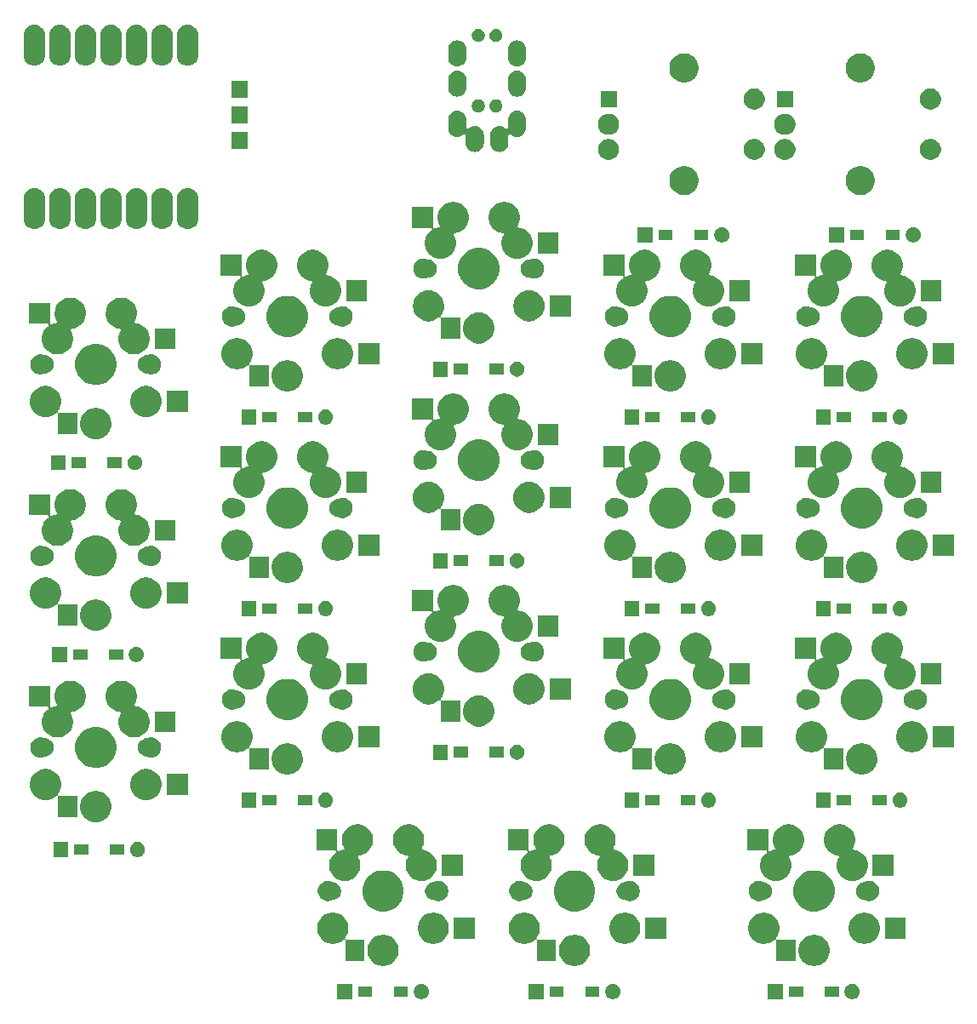
<source format=gts>
G04 #@! TF.GenerationSoftware,KiCad,Pcbnew,(5.1.6-0-10_14)*
G04 #@! TF.CreationDate,2022-08-19T19:12:35+09:00*
G04 #@! TF.ProjectId,cool536xiao,636f6f6c-3533-4367-9869-616f2e6b6963,rev?*
G04 #@! TF.SameCoordinates,Original*
G04 #@! TF.FileFunction,Soldermask,Top*
G04 #@! TF.FilePolarity,Negative*
%FSLAX46Y46*%
G04 Gerber Fmt 4.6, Leading zero omitted, Abs format (unit mm)*
G04 Created by KiCad (PCBNEW (5.1.6-0-10_14)) date 2022-08-19 19:12:35*
%MOMM*%
%LPD*%
G01*
G04 APERTURE LIST*
%ADD10C,0.100000*%
G04 APERTURE END LIST*
D10*
G36*
X124892425Y-129937099D02*
G01*
X125016621Y-129961802D01*
X125153022Y-130018301D01*
X125275779Y-130100325D01*
X125380175Y-130204721D01*
X125462199Y-130327478D01*
X125518698Y-130463879D01*
X125547500Y-130608681D01*
X125547500Y-130756319D01*
X125518698Y-130901121D01*
X125462199Y-131037522D01*
X125380175Y-131160279D01*
X125275779Y-131264675D01*
X125153022Y-131346699D01*
X125016621Y-131403198D01*
X124892425Y-131427901D01*
X124871820Y-131432000D01*
X124724180Y-131432000D01*
X124703575Y-131427901D01*
X124579379Y-131403198D01*
X124442978Y-131346699D01*
X124320221Y-131264675D01*
X124215825Y-131160279D01*
X124133801Y-131037522D01*
X124077302Y-130901121D01*
X124048500Y-130756319D01*
X124048500Y-130608681D01*
X124077302Y-130463879D01*
X124133801Y-130327478D01*
X124215825Y-130204721D01*
X124320221Y-130100325D01*
X124442978Y-130018301D01*
X124579379Y-129961802D01*
X124703575Y-129937099D01*
X124724180Y-129933000D01*
X124871820Y-129933000D01*
X124892425Y-129937099D01*
G37*
G36*
X117927500Y-131432000D02*
G01*
X116428500Y-131432000D01*
X116428500Y-129933000D01*
X117927500Y-129933000D01*
X117927500Y-131432000D01*
G37*
G36*
X101079425Y-129937099D02*
G01*
X101203621Y-129961802D01*
X101340022Y-130018301D01*
X101462779Y-130100325D01*
X101567175Y-130204721D01*
X101649199Y-130327478D01*
X101705698Y-130463879D01*
X101734500Y-130608681D01*
X101734500Y-130756319D01*
X101705698Y-130901121D01*
X101649199Y-131037522D01*
X101567175Y-131160279D01*
X101462779Y-131264675D01*
X101340022Y-131346699D01*
X101203621Y-131403198D01*
X101079425Y-131427901D01*
X101058820Y-131432000D01*
X100911180Y-131432000D01*
X100890575Y-131427901D01*
X100766379Y-131403198D01*
X100629978Y-131346699D01*
X100507221Y-131264675D01*
X100402825Y-131160279D01*
X100320801Y-131037522D01*
X100264302Y-130901121D01*
X100235500Y-130756319D01*
X100235500Y-130608681D01*
X100264302Y-130463879D01*
X100320801Y-130327478D01*
X100402825Y-130204721D01*
X100507221Y-130100325D01*
X100629978Y-130018301D01*
X100766379Y-129961802D01*
X100890575Y-129937099D01*
X100911180Y-129933000D01*
X101058820Y-129933000D01*
X101079425Y-129937099D01*
G37*
G36*
X94114500Y-131432000D02*
G01*
X92615500Y-131432000D01*
X92615500Y-129933000D01*
X94114500Y-129933000D01*
X94114500Y-131432000D01*
G37*
G36*
X82029425Y-129937099D02*
G01*
X82153621Y-129961802D01*
X82290022Y-130018301D01*
X82412779Y-130100325D01*
X82517175Y-130204721D01*
X82599199Y-130327478D01*
X82655698Y-130463879D01*
X82684500Y-130608681D01*
X82684500Y-130756319D01*
X82655698Y-130901121D01*
X82599199Y-131037522D01*
X82517175Y-131160279D01*
X82412779Y-131264675D01*
X82290022Y-131346699D01*
X82153621Y-131403198D01*
X82029425Y-131427901D01*
X82008820Y-131432000D01*
X81861180Y-131432000D01*
X81840575Y-131427901D01*
X81716379Y-131403198D01*
X81579978Y-131346699D01*
X81457221Y-131264675D01*
X81352825Y-131160279D01*
X81270801Y-131037522D01*
X81214302Y-130901121D01*
X81185500Y-130756319D01*
X81185500Y-130608681D01*
X81214302Y-130463879D01*
X81270801Y-130327478D01*
X81352825Y-130204721D01*
X81457221Y-130100325D01*
X81579978Y-130018301D01*
X81716379Y-129961802D01*
X81840575Y-129937099D01*
X81861180Y-129933000D01*
X82008820Y-129933000D01*
X82029425Y-129937099D01*
G37*
G36*
X75064500Y-131432000D02*
G01*
X73565500Y-131432000D01*
X73565500Y-129933000D01*
X75064500Y-129933000D01*
X75064500Y-131432000D01*
G37*
G36*
X123464000Y-131208500D02*
G01*
X122062000Y-131208500D01*
X122062000Y-130156500D01*
X123464000Y-130156500D01*
X123464000Y-131208500D01*
G37*
G36*
X119914000Y-131208500D02*
G01*
X118512000Y-131208500D01*
X118512000Y-130156500D01*
X119914000Y-130156500D01*
X119914000Y-131208500D01*
G37*
G36*
X99651000Y-131208500D02*
G01*
X98249000Y-131208500D01*
X98249000Y-130156500D01*
X99651000Y-130156500D01*
X99651000Y-131208500D01*
G37*
G36*
X96101000Y-131208500D02*
G01*
X94699000Y-131208500D01*
X94699000Y-130156500D01*
X96101000Y-130156500D01*
X96101000Y-131208500D01*
G37*
G36*
X80601000Y-131208500D02*
G01*
X79199000Y-131208500D01*
X79199000Y-130156500D01*
X80601000Y-130156500D01*
X80601000Y-131208500D01*
G37*
G36*
X77051000Y-131208500D02*
G01*
X75649000Y-131208500D01*
X75649000Y-130156500D01*
X77051000Y-130156500D01*
X77051000Y-131208500D01*
G37*
G36*
X97477585Y-125061302D02*
G01*
X97627410Y-125091104D01*
X97909674Y-125208021D01*
X98163705Y-125377759D01*
X98379741Y-125593795D01*
X98549479Y-125847826D01*
X98666396Y-126130090D01*
X98726000Y-126429740D01*
X98726000Y-126735260D01*
X98666396Y-127034910D01*
X98549479Y-127317174D01*
X98379741Y-127571205D01*
X98163705Y-127787241D01*
X97909674Y-127956979D01*
X97627410Y-128073896D01*
X97477585Y-128103698D01*
X97327761Y-128133500D01*
X97022239Y-128133500D01*
X96872415Y-128103698D01*
X96722590Y-128073896D01*
X96440326Y-127956979D01*
X96186295Y-127787241D01*
X95970259Y-127571205D01*
X95800521Y-127317174D01*
X95683604Y-127034910D01*
X95624000Y-126735260D01*
X95624000Y-126429740D01*
X95683604Y-126130090D01*
X95800521Y-125847826D01*
X95970259Y-125593795D01*
X96186295Y-125377759D01*
X96440326Y-125208021D01*
X96722590Y-125091104D01*
X96872415Y-125061302D01*
X97022239Y-125031500D01*
X97327761Y-125031500D01*
X97477585Y-125061302D01*
G37*
G36*
X78427585Y-125061302D02*
G01*
X78577410Y-125091104D01*
X78859674Y-125208021D01*
X79113705Y-125377759D01*
X79329741Y-125593795D01*
X79499479Y-125847826D01*
X79616396Y-126130090D01*
X79676000Y-126429740D01*
X79676000Y-126735260D01*
X79616396Y-127034910D01*
X79499479Y-127317174D01*
X79329741Y-127571205D01*
X79113705Y-127787241D01*
X78859674Y-127956979D01*
X78577410Y-128073896D01*
X78427585Y-128103698D01*
X78277761Y-128133500D01*
X77972239Y-128133500D01*
X77822415Y-128103698D01*
X77672590Y-128073896D01*
X77390326Y-127956979D01*
X77136295Y-127787241D01*
X76920259Y-127571205D01*
X76750521Y-127317174D01*
X76633604Y-127034910D01*
X76574000Y-126735260D01*
X76574000Y-126429740D01*
X76633604Y-126130090D01*
X76750521Y-125847826D01*
X76920259Y-125593795D01*
X77136295Y-125377759D01*
X77390326Y-125208021D01*
X77672590Y-125091104D01*
X77822415Y-125061302D01*
X77972239Y-125031500D01*
X78277761Y-125031500D01*
X78427585Y-125061302D01*
G37*
G36*
X121290585Y-125061302D02*
G01*
X121440410Y-125091104D01*
X121722674Y-125208021D01*
X121976705Y-125377759D01*
X122192741Y-125593795D01*
X122362479Y-125847826D01*
X122479396Y-126130090D01*
X122539000Y-126429740D01*
X122539000Y-126735260D01*
X122479396Y-127034910D01*
X122362479Y-127317174D01*
X122192741Y-127571205D01*
X121976705Y-127787241D01*
X121722674Y-127956979D01*
X121440410Y-128073896D01*
X121290585Y-128103698D01*
X121140761Y-128133500D01*
X120835239Y-128133500D01*
X120685415Y-128103698D01*
X120535590Y-128073896D01*
X120253326Y-127956979D01*
X119999295Y-127787241D01*
X119783259Y-127571205D01*
X119613521Y-127317174D01*
X119496604Y-127034910D01*
X119437000Y-126735260D01*
X119437000Y-126429740D01*
X119496604Y-126130090D01*
X119613521Y-125847826D01*
X119783259Y-125593795D01*
X119999295Y-125377759D01*
X120253326Y-125208021D01*
X120535590Y-125091104D01*
X120685415Y-125061302D01*
X120835239Y-125031500D01*
X121140761Y-125031500D01*
X121290585Y-125061302D01*
G37*
G36*
X116290585Y-122861302D02*
G01*
X116440410Y-122891104D01*
X116722674Y-123008021D01*
X116976705Y-123177759D01*
X117192741Y-123393795D01*
X117362479Y-123647826D01*
X117479396Y-123930090D01*
X117539000Y-124229740D01*
X117539000Y-124535260D01*
X117479396Y-124834910D01*
X117362479Y-125117174D01*
X117215553Y-125337065D01*
X117204007Y-125358666D01*
X117196894Y-125382115D01*
X117194492Y-125406501D01*
X117196894Y-125430887D01*
X117204007Y-125454336D01*
X117215558Y-125475947D01*
X117231103Y-125494889D01*
X117250045Y-125510434D01*
X117271656Y-125521985D01*
X117295105Y-125529098D01*
X117319491Y-125531500D01*
X119139000Y-125531500D01*
X119139000Y-127633500D01*
X117237000Y-127633500D01*
X117237000Y-125628719D01*
X117234598Y-125604333D01*
X117227485Y-125580884D01*
X117215934Y-125559273D01*
X117200389Y-125540331D01*
X117181447Y-125524786D01*
X117159836Y-125513235D01*
X117136387Y-125506122D01*
X117112001Y-125503720D01*
X117087615Y-125506122D01*
X117064166Y-125513235D01*
X117042555Y-125524786D01*
X117023624Y-125540322D01*
X116976705Y-125587241D01*
X116722674Y-125756979D01*
X116440410Y-125873896D01*
X116290585Y-125903698D01*
X116140761Y-125933500D01*
X115835239Y-125933500D01*
X115685415Y-125903698D01*
X115535590Y-125873896D01*
X115253326Y-125756979D01*
X114999295Y-125587241D01*
X114783259Y-125371205D01*
X114613521Y-125117174D01*
X114496604Y-124834910D01*
X114437000Y-124535260D01*
X114437000Y-124229740D01*
X114496604Y-123930090D01*
X114613521Y-123647826D01*
X114783259Y-123393795D01*
X114999295Y-123177759D01*
X115253326Y-123008021D01*
X115535590Y-122891104D01*
X115685415Y-122861302D01*
X115835239Y-122831500D01*
X116140761Y-122831500D01*
X116290585Y-122861302D01*
G37*
G36*
X92477585Y-122861302D02*
G01*
X92627410Y-122891104D01*
X92909674Y-123008021D01*
X93163705Y-123177759D01*
X93379741Y-123393795D01*
X93549479Y-123647826D01*
X93666396Y-123930090D01*
X93726000Y-124229740D01*
X93726000Y-124535260D01*
X93666396Y-124834910D01*
X93549479Y-125117174D01*
X93402553Y-125337065D01*
X93391007Y-125358666D01*
X93383894Y-125382115D01*
X93381492Y-125406501D01*
X93383894Y-125430887D01*
X93391007Y-125454336D01*
X93402558Y-125475947D01*
X93418103Y-125494889D01*
X93437045Y-125510434D01*
X93458656Y-125521985D01*
X93482105Y-125529098D01*
X93506491Y-125531500D01*
X95326000Y-125531500D01*
X95326000Y-127633500D01*
X93424000Y-127633500D01*
X93424000Y-125628719D01*
X93421598Y-125604333D01*
X93414485Y-125580884D01*
X93402934Y-125559273D01*
X93387389Y-125540331D01*
X93368447Y-125524786D01*
X93346836Y-125513235D01*
X93323387Y-125506122D01*
X93299001Y-125503720D01*
X93274615Y-125506122D01*
X93251166Y-125513235D01*
X93229555Y-125524786D01*
X93210624Y-125540322D01*
X93163705Y-125587241D01*
X92909674Y-125756979D01*
X92627410Y-125873896D01*
X92477585Y-125903698D01*
X92327761Y-125933500D01*
X92022239Y-125933500D01*
X91872415Y-125903698D01*
X91722590Y-125873896D01*
X91440326Y-125756979D01*
X91186295Y-125587241D01*
X90970259Y-125371205D01*
X90800521Y-125117174D01*
X90683604Y-124834910D01*
X90624000Y-124535260D01*
X90624000Y-124229740D01*
X90683604Y-123930090D01*
X90800521Y-123647826D01*
X90970259Y-123393795D01*
X91186295Y-123177759D01*
X91440326Y-123008021D01*
X91722590Y-122891104D01*
X91872415Y-122861302D01*
X92022239Y-122831500D01*
X92327761Y-122831500D01*
X92477585Y-122861302D01*
G37*
G36*
X73427585Y-122861302D02*
G01*
X73577410Y-122891104D01*
X73859674Y-123008021D01*
X74113705Y-123177759D01*
X74329741Y-123393795D01*
X74499479Y-123647826D01*
X74616396Y-123930090D01*
X74676000Y-124229740D01*
X74676000Y-124535260D01*
X74616396Y-124834910D01*
X74499479Y-125117174D01*
X74352553Y-125337065D01*
X74341007Y-125358666D01*
X74333894Y-125382115D01*
X74331492Y-125406501D01*
X74333894Y-125430887D01*
X74341007Y-125454336D01*
X74352558Y-125475947D01*
X74368103Y-125494889D01*
X74387045Y-125510434D01*
X74408656Y-125521985D01*
X74432105Y-125529098D01*
X74456491Y-125531500D01*
X76276000Y-125531500D01*
X76276000Y-127633500D01*
X74374000Y-127633500D01*
X74374000Y-125628719D01*
X74371598Y-125604333D01*
X74364485Y-125580884D01*
X74352934Y-125559273D01*
X74337389Y-125540331D01*
X74318447Y-125524786D01*
X74296836Y-125513235D01*
X74273387Y-125506122D01*
X74249001Y-125503720D01*
X74224615Y-125506122D01*
X74201166Y-125513235D01*
X74179555Y-125524786D01*
X74160624Y-125540322D01*
X74113705Y-125587241D01*
X73859674Y-125756979D01*
X73577410Y-125873896D01*
X73427585Y-125903698D01*
X73277761Y-125933500D01*
X72972239Y-125933500D01*
X72822415Y-125903698D01*
X72672590Y-125873896D01*
X72390326Y-125756979D01*
X72136295Y-125587241D01*
X71920259Y-125371205D01*
X71750521Y-125117174D01*
X71633604Y-124834910D01*
X71574000Y-124535260D01*
X71574000Y-124229740D01*
X71633604Y-123930090D01*
X71750521Y-123647826D01*
X71920259Y-123393795D01*
X72136295Y-123177759D01*
X72390326Y-123008021D01*
X72672590Y-122891104D01*
X72822415Y-122861302D01*
X72972239Y-122831500D01*
X73277761Y-122831500D01*
X73427585Y-122861302D01*
G37*
G36*
X126290585Y-122861302D02*
G01*
X126440410Y-122891104D01*
X126722674Y-123008021D01*
X126976705Y-123177759D01*
X127192741Y-123393795D01*
X127362479Y-123647826D01*
X127479396Y-123930090D01*
X127539000Y-124229740D01*
X127539000Y-124535260D01*
X127479396Y-124834910D01*
X127362479Y-125117174D01*
X127192741Y-125371205D01*
X126976705Y-125587241D01*
X126722674Y-125756979D01*
X126440410Y-125873896D01*
X126290585Y-125903698D01*
X126140761Y-125933500D01*
X125835239Y-125933500D01*
X125685415Y-125903698D01*
X125535590Y-125873896D01*
X125253326Y-125756979D01*
X124999295Y-125587241D01*
X124783259Y-125371205D01*
X124613521Y-125117174D01*
X124496604Y-124834910D01*
X124437000Y-124535260D01*
X124437000Y-124229740D01*
X124496604Y-123930090D01*
X124613521Y-123647826D01*
X124783259Y-123393795D01*
X124999295Y-123177759D01*
X125253326Y-123008021D01*
X125535590Y-122891104D01*
X125685415Y-122861302D01*
X125835239Y-122831500D01*
X126140761Y-122831500D01*
X126290585Y-122861302D01*
G37*
G36*
X102477585Y-122861302D02*
G01*
X102627410Y-122891104D01*
X102909674Y-123008021D01*
X103163705Y-123177759D01*
X103379741Y-123393795D01*
X103549479Y-123647826D01*
X103666396Y-123930090D01*
X103726000Y-124229740D01*
X103726000Y-124535260D01*
X103666396Y-124834910D01*
X103549479Y-125117174D01*
X103379741Y-125371205D01*
X103163705Y-125587241D01*
X102909674Y-125756979D01*
X102627410Y-125873896D01*
X102477585Y-125903698D01*
X102327761Y-125933500D01*
X102022239Y-125933500D01*
X101872415Y-125903698D01*
X101722590Y-125873896D01*
X101440326Y-125756979D01*
X101186295Y-125587241D01*
X100970259Y-125371205D01*
X100800521Y-125117174D01*
X100683604Y-124834910D01*
X100624000Y-124535260D01*
X100624000Y-124229740D01*
X100683604Y-123930090D01*
X100800521Y-123647826D01*
X100970259Y-123393795D01*
X101186295Y-123177759D01*
X101440326Y-123008021D01*
X101722590Y-122891104D01*
X101872415Y-122861302D01*
X102022239Y-122831500D01*
X102327761Y-122831500D01*
X102477585Y-122861302D01*
G37*
G36*
X83427585Y-122861302D02*
G01*
X83577410Y-122891104D01*
X83859674Y-123008021D01*
X84113705Y-123177759D01*
X84329741Y-123393795D01*
X84499479Y-123647826D01*
X84616396Y-123930090D01*
X84676000Y-124229740D01*
X84676000Y-124535260D01*
X84616396Y-124834910D01*
X84499479Y-125117174D01*
X84329741Y-125371205D01*
X84113705Y-125587241D01*
X83859674Y-125756979D01*
X83577410Y-125873896D01*
X83427585Y-125903698D01*
X83277761Y-125933500D01*
X82972239Y-125933500D01*
X82822415Y-125903698D01*
X82672590Y-125873896D01*
X82390326Y-125756979D01*
X82136295Y-125587241D01*
X81920259Y-125371205D01*
X81750521Y-125117174D01*
X81633604Y-124834910D01*
X81574000Y-124535260D01*
X81574000Y-124229740D01*
X81633604Y-123930090D01*
X81750521Y-123647826D01*
X81920259Y-123393795D01*
X82136295Y-123177759D01*
X82390326Y-123008021D01*
X82672590Y-122891104D01*
X82822415Y-122861302D01*
X82972239Y-122831500D01*
X83277761Y-122831500D01*
X83427585Y-122861302D01*
G37*
G36*
X87276000Y-125433500D02*
G01*
X85174000Y-125433500D01*
X85174000Y-123331500D01*
X87276000Y-123331500D01*
X87276000Y-125433500D01*
G37*
G36*
X106326000Y-125433500D02*
G01*
X104224000Y-125433500D01*
X104224000Y-123331500D01*
X106326000Y-123331500D01*
X106326000Y-125433500D01*
G37*
G36*
X130139000Y-125433500D02*
G01*
X128037000Y-125433500D01*
X128037000Y-123331500D01*
X130139000Y-123331500D01*
X130139000Y-125433500D01*
G37*
G36*
X78723254Y-118710318D02*
G01*
X79096511Y-118864926D01*
X79096513Y-118864927D01*
X79432436Y-119089384D01*
X79718116Y-119375064D01*
X79930889Y-119693500D01*
X79942574Y-119710989D01*
X80097182Y-120084246D01*
X80176000Y-120480493D01*
X80176000Y-120884507D01*
X80097182Y-121280754D01*
X79967839Y-121593015D01*
X79942573Y-121654013D01*
X79718116Y-121989936D01*
X79432436Y-122275616D01*
X79096513Y-122500073D01*
X79096512Y-122500074D01*
X79096511Y-122500074D01*
X78723254Y-122654682D01*
X78327007Y-122733500D01*
X77922993Y-122733500D01*
X77526746Y-122654682D01*
X77153489Y-122500074D01*
X77153488Y-122500074D01*
X77153487Y-122500073D01*
X76817564Y-122275616D01*
X76531884Y-121989936D01*
X76307427Y-121654013D01*
X76282161Y-121593015D01*
X76152818Y-121280754D01*
X76074000Y-120884507D01*
X76074000Y-120480493D01*
X76152818Y-120084246D01*
X76307426Y-119710989D01*
X76319112Y-119693500D01*
X76531884Y-119375064D01*
X76817564Y-119089384D01*
X77153487Y-118864927D01*
X77153489Y-118864926D01*
X77526746Y-118710318D01*
X77922993Y-118631500D01*
X78327007Y-118631500D01*
X78723254Y-118710318D01*
G37*
G36*
X97773254Y-118710318D02*
G01*
X98146511Y-118864926D01*
X98146513Y-118864927D01*
X98482436Y-119089384D01*
X98768116Y-119375064D01*
X98980889Y-119693500D01*
X98992574Y-119710989D01*
X99147182Y-120084246D01*
X99226000Y-120480493D01*
X99226000Y-120884507D01*
X99147182Y-121280754D01*
X99017839Y-121593015D01*
X98992573Y-121654013D01*
X98768116Y-121989936D01*
X98482436Y-122275616D01*
X98146513Y-122500073D01*
X98146512Y-122500074D01*
X98146511Y-122500074D01*
X97773254Y-122654682D01*
X97377007Y-122733500D01*
X96972993Y-122733500D01*
X96576746Y-122654682D01*
X96203489Y-122500074D01*
X96203488Y-122500074D01*
X96203487Y-122500073D01*
X95867564Y-122275616D01*
X95581884Y-121989936D01*
X95357427Y-121654013D01*
X95332161Y-121593015D01*
X95202818Y-121280754D01*
X95124000Y-120884507D01*
X95124000Y-120480493D01*
X95202818Y-120084246D01*
X95357426Y-119710989D01*
X95369112Y-119693500D01*
X95581884Y-119375064D01*
X95867564Y-119089384D01*
X96203487Y-118864927D01*
X96203489Y-118864926D01*
X96576746Y-118710318D01*
X96972993Y-118631500D01*
X97377007Y-118631500D01*
X97773254Y-118710318D01*
G37*
G36*
X121586254Y-118710318D02*
G01*
X121959511Y-118864926D01*
X121959513Y-118864927D01*
X122295436Y-119089384D01*
X122581116Y-119375064D01*
X122793889Y-119693500D01*
X122805574Y-119710989D01*
X122960182Y-120084246D01*
X123039000Y-120480493D01*
X123039000Y-120884507D01*
X122960182Y-121280754D01*
X122830839Y-121593015D01*
X122805573Y-121654013D01*
X122581116Y-121989936D01*
X122295436Y-122275616D01*
X121959513Y-122500073D01*
X121959512Y-122500074D01*
X121959511Y-122500074D01*
X121586254Y-122654682D01*
X121190007Y-122733500D01*
X120785993Y-122733500D01*
X120389746Y-122654682D01*
X120016489Y-122500074D01*
X120016488Y-122500074D01*
X120016487Y-122500073D01*
X119680564Y-122275616D01*
X119394884Y-121989936D01*
X119170427Y-121654013D01*
X119145161Y-121593015D01*
X119015818Y-121280754D01*
X118937000Y-120884507D01*
X118937000Y-120480493D01*
X119015818Y-120084246D01*
X119170426Y-119710989D01*
X119182112Y-119693500D01*
X119394884Y-119375064D01*
X119680564Y-119089384D01*
X120016487Y-118864927D01*
X120016489Y-118864926D01*
X120389746Y-118710318D01*
X120785993Y-118631500D01*
X121190007Y-118631500D01*
X121586254Y-118710318D01*
G37*
G36*
X126646918Y-119693500D02*
G01*
X126779981Y-119719968D01*
X126962151Y-119795426D01*
X127126100Y-119904973D01*
X127265527Y-120044400D01*
X127375074Y-120208349D01*
X127450532Y-120390519D01*
X127489000Y-120583910D01*
X127489000Y-120781090D01*
X127450532Y-120974481D01*
X127375074Y-121156651D01*
X127265527Y-121320600D01*
X127126100Y-121460027D01*
X126962151Y-121569574D01*
X126779981Y-121645032D01*
X126683285Y-121664266D01*
X126586591Y-121683500D01*
X126389409Y-121683500D01*
X126292715Y-121664266D01*
X126196019Y-121645032D01*
X126070440Y-121593015D01*
X126046991Y-121585902D01*
X126022605Y-121583500D01*
X125979258Y-121583500D01*
X125954488Y-121578573D01*
X125805188Y-121548876D01*
X125641216Y-121480956D01*
X125493646Y-121382353D01*
X125368147Y-121256854D01*
X125269544Y-121109284D01*
X125201624Y-120945312D01*
X125167000Y-120771241D01*
X125167000Y-120593759D01*
X125201624Y-120419688D01*
X125269544Y-120255716D01*
X125368147Y-120108146D01*
X125493646Y-119982647D01*
X125641216Y-119884044D01*
X125805188Y-119816124D01*
X125954488Y-119786427D01*
X125979258Y-119781500D01*
X126022605Y-119781500D01*
X126046991Y-119779098D01*
X126070440Y-119771985D01*
X126075690Y-119769811D01*
X126196019Y-119719968D01*
X126329082Y-119693500D01*
X126389409Y-119681500D01*
X126586591Y-119681500D01*
X126646918Y-119693500D01*
G37*
G36*
X115646918Y-119693500D02*
G01*
X115779981Y-119719968D01*
X115900310Y-119769811D01*
X115905560Y-119771985D01*
X115929009Y-119779098D01*
X115953395Y-119781500D01*
X115996742Y-119781500D01*
X116021512Y-119786427D01*
X116170812Y-119816124D01*
X116334784Y-119884044D01*
X116482354Y-119982647D01*
X116607853Y-120108146D01*
X116706456Y-120255716D01*
X116774376Y-120419688D01*
X116809000Y-120593759D01*
X116809000Y-120771241D01*
X116774376Y-120945312D01*
X116706456Y-121109284D01*
X116607853Y-121256854D01*
X116482354Y-121382353D01*
X116334784Y-121480956D01*
X116170812Y-121548876D01*
X116021512Y-121578573D01*
X115996742Y-121583500D01*
X115953395Y-121583500D01*
X115929009Y-121585902D01*
X115905560Y-121593015D01*
X115779981Y-121645032D01*
X115683285Y-121664266D01*
X115586591Y-121683500D01*
X115389409Y-121683500D01*
X115292715Y-121664266D01*
X115196019Y-121645032D01*
X115013849Y-121569574D01*
X114849900Y-121460027D01*
X114710473Y-121320600D01*
X114600926Y-121156651D01*
X114525468Y-120974481D01*
X114487000Y-120781090D01*
X114487000Y-120583910D01*
X114525468Y-120390519D01*
X114600926Y-120208349D01*
X114710473Y-120044400D01*
X114849900Y-119904973D01*
X115013849Y-119795426D01*
X115196019Y-119719968D01*
X115329082Y-119693500D01*
X115389409Y-119681500D01*
X115586591Y-119681500D01*
X115646918Y-119693500D01*
G37*
G36*
X102833918Y-119693500D02*
G01*
X102966981Y-119719968D01*
X103149151Y-119795426D01*
X103313100Y-119904973D01*
X103452527Y-120044400D01*
X103562074Y-120208349D01*
X103637532Y-120390519D01*
X103676000Y-120583910D01*
X103676000Y-120781090D01*
X103637532Y-120974481D01*
X103562074Y-121156651D01*
X103452527Y-121320600D01*
X103313100Y-121460027D01*
X103149151Y-121569574D01*
X102966981Y-121645032D01*
X102870285Y-121664266D01*
X102773591Y-121683500D01*
X102576409Y-121683500D01*
X102479715Y-121664266D01*
X102383019Y-121645032D01*
X102257440Y-121593015D01*
X102233991Y-121585902D01*
X102209605Y-121583500D01*
X102166258Y-121583500D01*
X102141488Y-121578573D01*
X101992188Y-121548876D01*
X101828216Y-121480956D01*
X101680646Y-121382353D01*
X101555147Y-121256854D01*
X101456544Y-121109284D01*
X101388624Y-120945312D01*
X101354000Y-120771241D01*
X101354000Y-120593759D01*
X101388624Y-120419688D01*
X101456544Y-120255716D01*
X101555147Y-120108146D01*
X101680646Y-119982647D01*
X101828216Y-119884044D01*
X101992188Y-119816124D01*
X102141488Y-119786427D01*
X102166258Y-119781500D01*
X102209605Y-119781500D01*
X102233991Y-119779098D01*
X102257440Y-119771985D01*
X102262690Y-119769811D01*
X102383019Y-119719968D01*
X102516082Y-119693500D01*
X102576409Y-119681500D01*
X102773591Y-119681500D01*
X102833918Y-119693500D01*
G37*
G36*
X91833918Y-119693500D02*
G01*
X91966981Y-119719968D01*
X92087310Y-119769811D01*
X92092560Y-119771985D01*
X92116009Y-119779098D01*
X92140395Y-119781500D01*
X92183742Y-119781500D01*
X92208512Y-119786427D01*
X92357812Y-119816124D01*
X92521784Y-119884044D01*
X92669354Y-119982647D01*
X92794853Y-120108146D01*
X92893456Y-120255716D01*
X92961376Y-120419688D01*
X92996000Y-120593759D01*
X92996000Y-120771241D01*
X92961376Y-120945312D01*
X92893456Y-121109284D01*
X92794853Y-121256854D01*
X92669354Y-121382353D01*
X92521784Y-121480956D01*
X92357812Y-121548876D01*
X92208512Y-121578573D01*
X92183742Y-121583500D01*
X92140395Y-121583500D01*
X92116009Y-121585902D01*
X92092560Y-121593015D01*
X91966981Y-121645032D01*
X91870285Y-121664266D01*
X91773591Y-121683500D01*
X91576409Y-121683500D01*
X91479715Y-121664266D01*
X91383019Y-121645032D01*
X91200849Y-121569574D01*
X91036900Y-121460027D01*
X90897473Y-121320600D01*
X90787926Y-121156651D01*
X90712468Y-120974481D01*
X90674000Y-120781090D01*
X90674000Y-120583910D01*
X90712468Y-120390519D01*
X90787926Y-120208349D01*
X90897473Y-120044400D01*
X91036900Y-119904973D01*
X91200849Y-119795426D01*
X91383019Y-119719968D01*
X91516082Y-119693500D01*
X91576409Y-119681500D01*
X91773591Y-119681500D01*
X91833918Y-119693500D01*
G37*
G36*
X83783918Y-119693500D02*
G01*
X83916981Y-119719968D01*
X84099151Y-119795426D01*
X84263100Y-119904973D01*
X84402527Y-120044400D01*
X84512074Y-120208349D01*
X84587532Y-120390519D01*
X84626000Y-120583910D01*
X84626000Y-120781090D01*
X84587532Y-120974481D01*
X84512074Y-121156651D01*
X84402527Y-121320600D01*
X84263100Y-121460027D01*
X84099151Y-121569574D01*
X83916981Y-121645032D01*
X83820285Y-121664266D01*
X83723591Y-121683500D01*
X83526409Y-121683500D01*
X83429715Y-121664266D01*
X83333019Y-121645032D01*
X83207440Y-121593015D01*
X83183991Y-121585902D01*
X83159605Y-121583500D01*
X83116258Y-121583500D01*
X83091488Y-121578573D01*
X82942188Y-121548876D01*
X82778216Y-121480956D01*
X82630646Y-121382353D01*
X82505147Y-121256854D01*
X82406544Y-121109284D01*
X82338624Y-120945312D01*
X82304000Y-120771241D01*
X82304000Y-120593759D01*
X82338624Y-120419688D01*
X82406544Y-120255716D01*
X82505147Y-120108146D01*
X82630646Y-119982647D01*
X82778216Y-119884044D01*
X82942188Y-119816124D01*
X83091488Y-119786427D01*
X83116258Y-119781500D01*
X83159605Y-119781500D01*
X83183991Y-119779098D01*
X83207440Y-119771985D01*
X83212690Y-119769811D01*
X83333019Y-119719968D01*
X83466082Y-119693500D01*
X83526409Y-119681500D01*
X83723591Y-119681500D01*
X83783918Y-119693500D01*
G37*
G36*
X72783918Y-119693500D02*
G01*
X72916981Y-119719968D01*
X73037310Y-119769811D01*
X73042560Y-119771985D01*
X73066009Y-119779098D01*
X73090395Y-119781500D01*
X73133742Y-119781500D01*
X73158512Y-119786427D01*
X73307812Y-119816124D01*
X73471784Y-119884044D01*
X73619354Y-119982647D01*
X73744853Y-120108146D01*
X73843456Y-120255716D01*
X73911376Y-120419688D01*
X73946000Y-120593759D01*
X73946000Y-120771241D01*
X73911376Y-120945312D01*
X73843456Y-121109284D01*
X73744853Y-121256854D01*
X73619354Y-121382353D01*
X73471784Y-121480956D01*
X73307812Y-121548876D01*
X73158512Y-121578573D01*
X73133742Y-121583500D01*
X73090395Y-121583500D01*
X73066009Y-121585902D01*
X73042560Y-121593015D01*
X72916981Y-121645032D01*
X72820285Y-121664266D01*
X72723591Y-121683500D01*
X72526409Y-121683500D01*
X72429715Y-121664266D01*
X72333019Y-121645032D01*
X72150849Y-121569574D01*
X71986900Y-121460027D01*
X71847473Y-121320600D01*
X71737926Y-121156651D01*
X71662468Y-120974481D01*
X71624000Y-120781090D01*
X71624000Y-120583910D01*
X71662468Y-120390519D01*
X71737926Y-120208349D01*
X71847473Y-120044400D01*
X71986900Y-119904973D01*
X72150849Y-119795426D01*
X72333019Y-119719968D01*
X72466082Y-119693500D01*
X72526409Y-119681500D01*
X72723591Y-119681500D01*
X72783918Y-119693500D01*
G37*
G36*
X118750585Y-114081302D02*
G01*
X118900410Y-114111104D01*
X119182674Y-114228021D01*
X119436705Y-114397759D01*
X119652741Y-114613795D01*
X119822479Y-114867826D01*
X119939396Y-115150090D01*
X119999000Y-115449740D01*
X119999000Y-115755260D01*
X119939396Y-116054910D01*
X119822479Y-116337174D01*
X119652741Y-116591205D01*
X119436705Y-116807241D01*
X119182674Y-116976979D01*
X118900410Y-117093896D01*
X118817338Y-117110420D01*
X118591623Y-117155318D01*
X118568174Y-117162431D01*
X118546563Y-117173982D01*
X118527621Y-117189528D01*
X118512076Y-117208469D01*
X118500525Y-117230080D01*
X118493412Y-117253529D01*
X118491010Y-117277915D01*
X118493412Y-117302301D01*
X118500525Y-117325750D01*
X118512070Y-117347349D01*
X118552479Y-117407826D01*
X118669396Y-117690090D01*
X118729000Y-117989740D01*
X118729000Y-118295260D01*
X118669396Y-118594910D01*
X118552479Y-118877174D01*
X118382741Y-119131205D01*
X118166705Y-119347241D01*
X117912674Y-119516979D01*
X117630410Y-119633896D01*
X117480585Y-119663698D01*
X117330761Y-119693500D01*
X117025239Y-119693500D01*
X116875415Y-119663698D01*
X116725590Y-119633896D01*
X116443326Y-119516979D01*
X116189295Y-119347241D01*
X115973259Y-119131205D01*
X115803521Y-118877174D01*
X115686604Y-118594910D01*
X115627000Y-118295260D01*
X115627000Y-117989740D01*
X115686604Y-117690090D01*
X115803521Y-117407826D01*
X115973259Y-117153795D01*
X116189295Y-116937759D01*
X116272110Y-116882424D01*
X116291042Y-116866887D01*
X116306587Y-116847945D01*
X116318138Y-116826334D01*
X116325251Y-116802885D01*
X116327653Y-116778499D01*
X116325251Y-116754113D01*
X116318138Y-116730664D01*
X116306587Y-116709053D01*
X116291042Y-116690111D01*
X116272100Y-116674566D01*
X116250489Y-116663015D01*
X116227040Y-116655902D01*
X116202654Y-116653500D01*
X114337000Y-116653500D01*
X114337000Y-114551500D01*
X116439000Y-114551500D01*
X116439000Y-116582739D01*
X116441402Y-116607125D01*
X116448515Y-116630574D01*
X116460066Y-116652185D01*
X116475611Y-116671127D01*
X116494553Y-116686672D01*
X116516164Y-116698223D01*
X116539613Y-116705336D01*
X116563999Y-116707738D01*
X116588385Y-116705336D01*
X116611834Y-116698223D01*
X116725590Y-116651104D01*
X117034377Y-116589682D01*
X117057826Y-116582569D01*
X117079437Y-116571018D01*
X117098379Y-116555472D01*
X117113924Y-116536531D01*
X117125475Y-116514920D01*
X117132588Y-116491471D01*
X117134990Y-116467085D01*
X117132588Y-116442699D01*
X117125475Y-116419250D01*
X117113930Y-116397651D01*
X117073521Y-116337174D01*
X116956604Y-116054910D01*
X116897000Y-115755260D01*
X116897000Y-115449740D01*
X116956604Y-115150090D01*
X117073521Y-114867826D01*
X117243259Y-114613795D01*
X117459295Y-114397759D01*
X117713326Y-114228021D01*
X117995590Y-114111104D01*
X118145415Y-114081302D01*
X118295239Y-114051500D01*
X118600761Y-114051500D01*
X118750585Y-114081302D01*
G37*
G36*
X123830585Y-114081302D02*
G01*
X123980410Y-114111104D01*
X124262674Y-114228021D01*
X124516705Y-114397759D01*
X124732741Y-114613795D01*
X124902479Y-114867826D01*
X125019396Y-115150090D01*
X125079000Y-115449740D01*
X125079000Y-115755260D01*
X125019396Y-116054910D01*
X124902479Y-116337174D01*
X124862070Y-116397651D01*
X124850525Y-116419249D01*
X124843412Y-116442698D01*
X124841010Y-116467084D01*
X124843412Y-116491471D01*
X124850525Y-116514920D01*
X124862076Y-116536530D01*
X124877621Y-116555472D01*
X124896563Y-116571018D01*
X124918173Y-116582569D01*
X124941623Y-116589682D01*
X125147199Y-116630574D01*
X125250410Y-116651104D01*
X125532674Y-116768021D01*
X125786705Y-116937759D01*
X126002741Y-117153795D01*
X126172479Y-117407826D01*
X126289396Y-117690090D01*
X126349000Y-117989740D01*
X126349000Y-118295260D01*
X126289396Y-118594910D01*
X126172479Y-118877174D01*
X126002741Y-119131205D01*
X125786705Y-119347241D01*
X125532674Y-119516979D01*
X125250410Y-119633896D01*
X125100585Y-119663698D01*
X124950761Y-119693500D01*
X124645239Y-119693500D01*
X124495415Y-119663698D01*
X124345590Y-119633896D01*
X124063326Y-119516979D01*
X123809295Y-119347241D01*
X123593259Y-119131205D01*
X123423521Y-118877174D01*
X123306604Y-118594910D01*
X123247000Y-118295260D01*
X123247000Y-117989740D01*
X123306604Y-117690090D01*
X123423521Y-117407826D01*
X123463930Y-117347349D01*
X123475475Y-117325751D01*
X123482588Y-117302302D01*
X123484990Y-117277916D01*
X123482588Y-117253529D01*
X123475475Y-117230080D01*
X123463924Y-117208470D01*
X123448379Y-117189528D01*
X123429437Y-117173982D01*
X123407827Y-117162431D01*
X123384377Y-117155318D01*
X123158662Y-117110420D01*
X123075590Y-117093896D01*
X122793326Y-116976979D01*
X122539295Y-116807241D01*
X122323259Y-116591205D01*
X122153521Y-116337174D01*
X122036604Y-116054910D01*
X121977000Y-115755260D01*
X121977000Y-115449740D01*
X122036604Y-115150090D01*
X122153521Y-114867826D01*
X122323259Y-114613795D01*
X122539295Y-114397759D01*
X122793326Y-114228021D01*
X123075590Y-114111104D01*
X123225415Y-114081302D01*
X123375239Y-114051500D01*
X123680761Y-114051500D01*
X123830585Y-114081302D01*
G37*
G36*
X100017585Y-114081302D02*
G01*
X100167410Y-114111104D01*
X100449674Y-114228021D01*
X100703705Y-114397759D01*
X100919741Y-114613795D01*
X101089479Y-114867826D01*
X101206396Y-115150090D01*
X101266000Y-115449740D01*
X101266000Y-115755260D01*
X101206396Y-116054910D01*
X101089479Y-116337174D01*
X101049070Y-116397651D01*
X101037525Y-116419249D01*
X101030412Y-116442698D01*
X101028010Y-116467084D01*
X101030412Y-116491471D01*
X101037525Y-116514920D01*
X101049076Y-116536530D01*
X101064621Y-116555472D01*
X101083563Y-116571018D01*
X101105173Y-116582569D01*
X101128623Y-116589682D01*
X101334199Y-116630574D01*
X101437410Y-116651104D01*
X101719674Y-116768021D01*
X101973705Y-116937759D01*
X102189741Y-117153795D01*
X102359479Y-117407826D01*
X102476396Y-117690090D01*
X102536000Y-117989740D01*
X102536000Y-118295260D01*
X102476396Y-118594910D01*
X102359479Y-118877174D01*
X102189741Y-119131205D01*
X101973705Y-119347241D01*
X101719674Y-119516979D01*
X101437410Y-119633896D01*
X101287585Y-119663698D01*
X101137761Y-119693500D01*
X100832239Y-119693500D01*
X100682415Y-119663698D01*
X100532590Y-119633896D01*
X100250326Y-119516979D01*
X99996295Y-119347241D01*
X99780259Y-119131205D01*
X99610521Y-118877174D01*
X99493604Y-118594910D01*
X99434000Y-118295260D01*
X99434000Y-117989740D01*
X99493604Y-117690090D01*
X99610521Y-117407826D01*
X99650930Y-117347349D01*
X99662475Y-117325751D01*
X99669588Y-117302302D01*
X99671990Y-117277916D01*
X99669588Y-117253529D01*
X99662475Y-117230080D01*
X99650924Y-117208470D01*
X99635379Y-117189528D01*
X99616437Y-117173982D01*
X99594827Y-117162431D01*
X99571377Y-117155318D01*
X99345662Y-117110420D01*
X99262590Y-117093896D01*
X98980326Y-116976979D01*
X98726295Y-116807241D01*
X98510259Y-116591205D01*
X98340521Y-116337174D01*
X98223604Y-116054910D01*
X98164000Y-115755260D01*
X98164000Y-115449740D01*
X98223604Y-115150090D01*
X98340521Y-114867826D01*
X98510259Y-114613795D01*
X98726295Y-114397759D01*
X98980326Y-114228021D01*
X99262590Y-114111104D01*
X99412415Y-114081302D01*
X99562239Y-114051500D01*
X99867761Y-114051500D01*
X100017585Y-114081302D01*
G37*
G36*
X75887585Y-114081302D02*
G01*
X76037410Y-114111104D01*
X76319674Y-114228021D01*
X76573705Y-114397759D01*
X76789741Y-114613795D01*
X76959479Y-114867826D01*
X77076396Y-115150090D01*
X77136000Y-115449740D01*
X77136000Y-115755260D01*
X77076396Y-116054910D01*
X76959479Y-116337174D01*
X76789741Y-116591205D01*
X76573705Y-116807241D01*
X76319674Y-116976979D01*
X76037410Y-117093896D01*
X75954338Y-117110420D01*
X75728623Y-117155318D01*
X75705174Y-117162431D01*
X75683563Y-117173982D01*
X75664621Y-117189528D01*
X75649076Y-117208469D01*
X75637525Y-117230080D01*
X75630412Y-117253529D01*
X75628010Y-117277915D01*
X75630412Y-117302301D01*
X75637525Y-117325750D01*
X75649070Y-117347349D01*
X75689479Y-117407826D01*
X75806396Y-117690090D01*
X75866000Y-117989740D01*
X75866000Y-118295260D01*
X75806396Y-118594910D01*
X75689479Y-118877174D01*
X75519741Y-119131205D01*
X75303705Y-119347241D01*
X75049674Y-119516979D01*
X74767410Y-119633896D01*
X74617585Y-119663698D01*
X74467761Y-119693500D01*
X74162239Y-119693500D01*
X74012415Y-119663698D01*
X73862590Y-119633896D01*
X73580326Y-119516979D01*
X73326295Y-119347241D01*
X73110259Y-119131205D01*
X72940521Y-118877174D01*
X72823604Y-118594910D01*
X72764000Y-118295260D01*
X72764000Y-117989740D01*
X72823604Y-117690090D01*
X72940521Y-117407826D01*
X73110259Y-117153795D01*
X73326295Y-116937759D01*
X73409110Y-116882424D01*
X73428042Y-116866887D01*
X73443587Y-116847945D01*
X73455138Y-116826334D01*
X73462251Y-116802885D01*
X73464653Y-116778499D01*
X73462251Y-116754113D01*
X73455138Y-116730664D01*
X73443587Y-116709053D01*
X73428042Y-116690111D01*
X73409100Y-116674566D01*
X73387489Y-116663015D01*
X73364040Y-116655902D01*
X73339654Y-116653500D01*
X71474000Y-116653500D01*
X71474000Y-114551500D01*
X73576000Y-114551500D01*
X73576000Y-116582739D01*
X73578402Y-116607125D01*
X73585515Y-116630574D01*
X73597066Y-116652185D01*
X73612611Y-116671127D01*
X73631553Y-116686672D01*
X73653164Y-116698223D01*
X73676613Y-116705336D01*
X73700999Y-116707738D01*
X73725385Y-116705336D01*
X73748834Y-116698223D01*
X73862590Y-116651104D01*
X74171377Y-116589682D01*
X74194826Y-116582569D01*
X74216437Y-116571018D01*
X74235379Y-116555472D01*
X74250924Y-116536531D01*
X74262475Y-116514920D01*
X74269588Y-116491471D01*
X74271990Y-116467085D01*
X74269588Y-116442699D01*
X74262475Y-116419250D01*
X74250930Y-116397651D01*
X74210521Y-116337174D01*
X74093604Y-116054910D01*
X74034000Y-115755260D01*
X74034000Y-115449740D01*
X74093604Y-115150090D01*
X74210521Y-114867826D01*
X74380259Y-114613795D01*
X74596295Y-114397759D01*
X74850326Y-114228021D01*
X75132590Y-114111104D01*
X75282415Y-114081302D01*
X75432239Y-114051500D01*
X75737761Y-114051500D01*
X75887585Y-114081302D01*
G37*
G36*
X94937585Y-114081302D02*
G01*
X95087410Y-114111104D01*
X95369674Y-114228021D01*
X95623705Y-114397759D01*
X95839741Y-114613795D01*
X96009479Y-114867826D01*
X96126396Y-115150090D01*
X96186000Y-115449740D01*
X96186000Y-115755260D01*
X96126396Y-116054910D01*
X96009479Y-116337174D01*
X95839741Y-116591205D01*
X95623705Y-116807241D01*
X95369674Y-116976979D01*
X95087410Y-117093896D01*
X95004338Y-117110420D01*
X94778623Y-117155318D01*
X94755174Y-117162431D01*
X94733563Y-117173982D01*
X94714621Y-117189528D01*
X94699076Y-117208469D01*
X94687525Y-117230080D01*
X94680412Y-117253529D01*
X94678010Y-117277915D01*
X94680412Y-117302301D01*
X94687525Y-117325750D01*
X94699070Y-117347349D01*
X94739479Y-117407826D01*
X94856396Y-117690090D01*
X94916000Y-117989740D01*
X94916000Y-118295260D01*
X94856396Y-118594910D01*
X94739479Y-118877174D01*
X94569741Y-119131205D01*
X94353705Y-119347241D01*
X94099674Y-119516979D01*
X93817410Y-119633896D01*
X93667585Y-119663698D01*
X93517761Y-119693500D01*
X93212239Y-119693500D01*
X93062415Y-119663698D01*
X92912590Y-119633896D01*
X92630326Y-119516979D01*
X92376295Y-119347241D01*
X92160259Y-119131205D01*
X91990521Y-118877174D01*
X91873604Y-118594910D01*
X91814000Y-118295260D01*
X91814000Y-117989740D01*
X91873604Y-117690090D01*
X91990521Y-117407826D01*
X92160259Y-117153795D01*
X92376295Y-116937759D01*
X92459110Y-116882424D01*
X92478042Y-116866887D01*
X92493587Y-116847945D01*
X92505138Y-116826334D01*
X92512251Y-116802885D01*
X92514653Y-116778499D01*
X92512251Y-116754113D01*
X92505138Y-116730664D01*
X92493587Y-116709053D01*
X92478042Y-116690111D01*
X92459100Y-116674566D01*
X92437489Y-116663015D01*
X92414040Y-116655902D01*
X92389654Y-116653500D01*
X90524000Y-116653500D01*
X90524000Y-114551500D01*
X92626000Y-114551500D01*
X92626000Y-116582739D01*
X92628402Y-116607125D01*
X92635515Y-116630574D01*
X92647066Y-116652185D01*
X92662611Y-116671127D01*
X92681553Y-116686672D01*
X92703164Y-116698223D01*
X92726613Y-116705336D01*
X92750999Y-116707738D01*
X92775385Y-116705336D01*
X92798834Y-116698223D01*
X92912590Y-116651104D01*
X93221377Y-116589682D01*
X93244826Y-116582569D01*
X93266437Y-116571018D01*
X93285379Y-116555472D01*
X93300924Y-116536531D01*
X93312475Y-116514920D01*
X93319588Y-116491471D01*
X93321990Y-116467085D01*
X93319588Y-116442699D01*
X93312475Y-116419250D01*
X93300930Y-116397651D01*
X93260521Y-116337174D01*
X93143604Y-116054910D01*
X93084000Y-115755260D01*
X93084000Y-115449740D01*
X93143604Y-115150090D01*
X93260521Y-114867826D01*
X93430259Y-114613795D01*
X93646295Y-114397759D01*
X93900326Y-114228021D01*
X94182590Y-114111104D01*
X94332415Y-114081302D01*
X94482239Y-114051500D01*
X94787761Y-114051500D01*
X94937585Y-114081302D01*
G37*
G36*
X80967585Y-114081302D02*
G01*
X81117410Y-114111104D01*
X81399674Y-114228021D01*
X81653705Y-114397759D01*
X81869741Y-114613795D01*
X82039479Y-114867826D01*
X82156396Y-115150090D01*
X82216000Y-115449740D01*
X82216000Y-115755260D01*
X82156396Y-116054910D01*
X82039479Y-116337174D01*
X81999070Y-116397651D01*
X81987525Y-116419249D01*
X81980412Y-116442698D01*
X81978010Y-116467084D01*
X81980412Y-116491471D01*
X81987525Y-116514920D01*
X81999076Y-116536530D01*
X82014621Y-116555472D01*
X82033563Y-116571018D01*
X82055173Y-116582569D01*
X82078623Y-116589682D01*
X82284199Y-116630574D01*
X82387410Y-116651104D01*
X82669674Y-116768021D01*
X82923705Y-116937759D01*
X83139741Y-117153795D01*
X83309479Y-117407826D01*
X83426396Y-117690090D01*
X83486000Y-117989740D01*
X83486000Y-118295260D01*
X83426396Y-118594910D01*
X83309479Y-118877174D01*
X83139741Y-119131205D01*
X82923705Y-119347241D01*
X82669674Y-119516979D01*
X82387410Y-119633896D01*
X82237585Y-119663698D01*
X82087761Y-119693500D01*
X81782239Y-119693500D01*
X81632415Y-119663698D01*
X81482590Y-119633896D01*
X81200326Y-119516979D01*
X80946295Y-119347241D01*
X80730259Y-119131205D01*
X80560521Y-118877174D01*
X80443604Y-118594910D01*
X80384000Y-118295260D01*
X80384000Y-117989740D01*
X80443604Y-117690090D01*
X80560521Y-117407826D01*
X80600930Y-117347349D01*
X80612475Y-117325751D01*
X80619588Y-117302302D01*
X80621990Y-117277916D01*
X80619588Y-117253529D01*
X80612475Y-117230080D01*
X80600924Y-117208470D01*
X80585379Y-117189528D01*
X80566437Y-117173982D01*
X80544827Y-117162431D01*
X80521377Y-117155318D01*
X80295662Y-117110420D01*
X80212590Y-117093896D01*
X79930326Y-116976979D01*
X79676295Y-116807241D01*
X79460259Y-116591205D01*
X79290521Y-116337174D01*
X79173604Y-116054910D01*
X79114000Y-115755260D01*
X79114000Y-115449740D01*
X79173604Y-115150090D01*
X79290521Y-114867826D01*
X79460259Y-114613795D01*
X79676295Y-114397759D01*
X79930326Y-114228021D01*
X80212590Y-114111104D01*
X80362415Y-114081302D01*
X80512239Y-114051500D01*
X80817761Y-114051500D01*
X80967585Y-114081302D01*
G37*
G36*
X128939000Y-119193500D02*
G01*
X126837000Y-119193500D01*
X126837000Y-117091500D01*
X128939000Y-117091500D01*
X128939000Y-119193500D01*
G37*
G36*
X86076000Y-119193500D02*
G01*
X83974000Y-119193500D01*
X83974000Y-117091500D01*
X86076000Y-117091500D01*
X86076000Y-119193500D01*
G37*
G36*
X105126000Y-119193500D02*
G01*
X103024000Y-119193500D01*
X103024000Y-117091500D01*
X105126000Y-117091500D01*
X105126000Y-119193500D01*
G37*
G36*
X53784425Y-115804599D02*
G01*
X53908621Y-115829302D01*
X54045022Y-115885801D01*
X54167779Y-115967825D01*
X54272175Y-116072221D01*
X54354199Y-116194978D01*
X54410698Y-116331379D01*
X54428176Y-116419249D01*
X54439500Y-116476180D01*
X54439500Y-116623820D01*
X54435401Y-116644425D01*
X54410698Y-116768621D01*
X54354199Y-116905022D01*
X54272175Y-117027779D01*
X54167779Y-117132175D01*
X54045022Y-117214199D01*
X53908621Y-117270698D01*
X53784425Y-117295401D01*
X53763820Y-117299500D01*
X53616180Y-117299500D01*
X53595575Y-117295401D01*
X53471379Y-117270698D01*
X53334978Y-117214199D01*
X53212221Y-117132175D01*
X53107825Y-117027779D01*
X53025801Y-116905022D01*
X52969302Y-116768621D01*
X52944599Y-116644425D01*
X52940500Y-116623820D01*
X52940500Y-116476180D01*
X52951824Y-116419249D01*
X52969302Y-116331379D01*
X53025801Y-116194978D01*
X53107825Y-116072221D01*
X53212221Y-115967825D01*
X53334978Y-115885801D01*
X53471379Y-115829302D01*
X53595575Y-115804599D01*
X53616180Y-115800500D01*
X53763820Y-115800500D01*
X53784425Y-115804599D01*
G37*
G36*
X46819500Y-117299500D02*
G01*
X45320500Y-117299500D01*
X45320500Y-115800500D01*
X46819500Y-115800500D01*
X46819500Y-117299500D01*
G37*
G36*
X52356000Y-117076000D02*
G01*
X50954000Y-117076000D01*
X50954000Y-116024000D01*
X52356000Y-116024000D01*
X52356000Y-117076000D01*
G37*
G36*
X48806000Y-117076000D02*
G01*
X47404000Y-117076000D01*
X47404000Y-116024000D01*
X48806000Y-116024000D01*
X48806000Y-117076000D01*
G37*
G36*
X49852585Y-110773802D02*
G01*
X50002410Y-110803604D01*
X50284674Y-110920521D01*
X50538705Y-111090259D01*
X50754741Y-111306295D01*
X50924479Y-111560326D01*
X51041396Y-111842590D01*
X51101000Y-112142240D01*
X51101000Y-112447760D01*
X51041396Y-112747410D01*
X50924479Y-113029674D01*
X50754741Y-113283705D01*
X50538705Y-113499741D01*
X50284674Y-113669479D01*
X50002410Y-113786396D01*
X49852585Y-113816198D01*
X49702761Y-113846000D01*
X49397239Y-113846000D01*
X49247415Y-113816198D01*
X49097590Y-113786396D01*
X48815326Y-113669479D01*
X48561295Y-113499741D01*
X48345259Y-113283705D01*
X48175521Y-113029674D01*
X48058604Y-112747410D01*
X47999000Y-112447760D01*
X47999000Y-112142240D01*
X48058604Y-111842590D01*
X48175521Y-111560326D01*
X48345259Y-111306295D01*
X48561295Y-111090259D01*
X48815326Y-110920521D01*
X49097590Y-110803604D01*
X49247415Y-110773802D01*
X49397239Y-110744000D01*
X49702761Y-110744000D01*
X49852585Y-110773802D01*
G37*
G36*
X44852585Y-108573802D02*
G01*
X45002410Y-108603604D01*
X45284674Y-108720521D01*
X45538705Y-108890259D01*
X45754741Y-109106295D01*
X45924479Y-109360326D01*
X46041396Y-109642590D01*
X46101000Y-109942240D01*
X46101000Y-110247760D01*
X46041396Y-110547410D01*
X45924479Y-110829674D01*
X45777553Y-111049565D01*
X45766007Y-111071166D01*
X45758894Y-111094615D01*
X45756492Y-111119001D01*
X45758894Y-111143387D01*
X45766007Y-111166836D01*
X45777558Y-111188447D01*
X45793103Y-111207389D01*
X45812045Y-111222934D01*
X45833656Y-111234485D01*
X45857105Y-111241598D01*
X45881491Y-111244000D01*
X47701000Y-111244000D01*
X47701000Y-113346000D01*
X45799000Y-113346000D01*
X45799000Y-111341219D01*
X45796598Y-111316833D01*
X45789485Y-111293384D01*
X45777934Y-111271773D01*
X45762389Y-111252831D01*
X45743447Y-111237286D01*
X45721836Y-111225735D01*
X45698387Y-111218622D01*
X45674001Y-111216220D01*
X45649615Y-111218622D01*
X45626166Y-111225735D01*
X45604555Y-111237286D01*
X45585624Y-111252822D01*
X45538705Y-111299741D01*
X45284674Y-111469479D01*
X45002410Y-111586396D01*
X44852585Y-111616198D01*
X44702761Y-111646000D01*
X44397239Y-111646000D01*
X44247415Y-111616198D01*
X44097590Y-111586396D01*
X43815326Y-111469479D01*
X43561295Y-111299741D01*
X43345259Y-111083705D01*
X43175521Y-110829674D01*
X43058604Y-110547410D01*
X42999000Y-110247760D01*
X42999000Y-109942240D01*
X43058604Y-109642590D01*
X43175521Y-109360326D01*
X43345259Y-109106295D01*
X43561295Y-108890259D01*
X43815326Y-108720521D01*
X44097590Y-108603604D01*
X44247415Y-108573802D01*
X44397239Y-108544000D01*
X44702761Y-108544000D01*
X44852585Y-108573802D01*
G37*
G36*
X65539500Y-112382000D02*
G01*
X64040500Y-112382000D01*
X64040500Y-110883000D01*
X65539500Y-110883000D01*
X65539500Y-112382000D01*
G37*
G36*
X110604425Y-110887099D02*
G01*
X110728621Y-110911802D01*
X110865022Y-110968301D01*
X110987779Y-111050325D01*
X111092175Y-111154721D01*
X111174199Y-111277478D01*
X111230698Y-111413879D01*
X111259500Y-111558681D01*
X111259500Y-111706319D01*
X111230698Y-111851121D01*
X111174199Y-111987522D01*
X111092175Y-112110279D01*
X110987779Y-112214675D01*
X110865022Y-112296699D01*
X110728621Y-112353198D01*
X110604425Y-112377901D01*
X110583820Y-112382000D01*
X110436180Y-112382000D01*
X110415575Y-112377901D01*
X110291379Y-112353198D01*
X110154978Y-112296699D01*
X110032221Y-112214675D01*
X109927825Y-112110279D01*
X109845801Y-111987522D01*
X109789302Y-111851121D01*
X109760500Y-111706319D01*
X109760500Y-111558681D01*
X109789302Y-111413879D01*
X109845801Y-111277478D01*
X109927825Y-111154721D01*
X110032221Y-111050325D01*
X110154978Y-110968301D01*
X110291379Y-110911802D01*
X110415575Y-110887099D01*
X110436180Y-110883000D01*
X110583820Y-110883000D01*
X110604425Y-110887099D01*
G37*
G36*
X103639500Y-112382000D02*
G01*
X102140500Y-112382000D01*
X102140500Y-110883000D01*
X103639500Y-110883000D01*
X103639500Y-112382000D01*
G37*
G36*
X129654425Y-110887099D02*
G01*
X129778621Y-110911802D01*
X129915022Y-110968301D01*
X130037779Y-111050325D01*
X130142175Y-111154721D01*
X130224199Y-111277478D01*
X130280698Y-111413879D01*
X130309500Y-111558681D01*
X130309500Y-111706319D01*
X130280698Y-111851121D01*
X130224199Y-111987522D01*
X130142175Y-112110279D01*
X130037779Y-112214675D01*
X129915022Y-112296699D01*
X129778621Y-112353198D01*
X129654425Y-112377901D01*
X129633820Y-112382000D01*
X129486180Y-112382000D01*
X129465575Y-112377901D01*
X129341379Y-112353198D01*
X129204978Y-112296699D01*
X129082221Y-112214675D01*
X128977825Y-112110279D01*
X128895801Y-111987522D01*
X128839302Y-111851121D01*
X128810500Y-111706319D01*
X128810500Y-111558681D01*
X128839302Y-111413879D01*
X128895801Y-111277478D01*
X128977825Y-111154721D01*
X129082221Y-111050325D01*
X129204978Y-110968301D01*
X129341379Y-110911802D01*
X129465575Y-110887099D01*
X129486180Y-110883000D01*
X129633820Y-110883000D01*
X129654425Y-110887099D01*
G37*
G36*
X122689500Y-112382000D02*
G01*
X121190500Y-112382000D01*
X121190500Y-110883000D01*
X122689500Y-110883000D01*
X122689500Y-112382000D01*
G37*
G36*
X72504425Y-110887099D02*
G01*
X72628621Y-110911802D01*
X72765022Y-110968301D01*
X72887779Y-111050325D01*
X72992175Y-111154721D01*
X73074199Y-111277478D01*
X73130698Y-111413879D01*
X73159500Y-111558681D01*
X73159500Y-111706319D01*
X73130698Y-111851121D01*
X73074199Y-111987522D01*
X72992175Y-112110279D01*
X72887779Y-112214675D01*
X72765022Y-112296699D01*
X72628621Y-112353198D01*
X72504425Y-112377901D01*
X72483820Y-112382000D01*
X72336180Y-112382000D01*
X72315575Y-112377901D01*
X72191379Y-112353198D01*
X72054978Y-112296699D01*
X71932221Y-112214675D01*
X71827825Y-112110279D01*
X71745801Y-111987522D01*
X71689302Y-111851121D01*
X71660500Y-111706319D01*
X71660500Y-111558681D01*
X71689302Y-111413879D01*
X71745801Y-111277478D01*
X71827825Y-111154721D01*
X71932221Y-111050325D01*
X72054978Y-110968301D01*
X72191379Y-110911802D01*
X72315575Y-110887099D01*
X72336180Y-110883000D01*
X72483820Y-110883000D01*
X72504425Y-110887099D01*
G37*
G36*
X71076000Y-112158500D02*
G01*
X69674000Y-112158500D01*
X69674000Y-111106500D01*
X71076000Y-111106500D01*
X71076000Y-112158500D01*
G37*
G36*
X128226000Y-112158500D02*
G01*
X126824000Y-112158500D01*
X126824000Y-111106500D01*
X128226000Y-111106500D01*
X128226000Y-112158500D01*
G37*
G36*
X124676000Y-112158500D02*
G01*
X123274000Y-112158500D01*
X123274000Y-111106500D01*
X124676000Y-111106500D01*
X124676000Y-112158500D01*
G37*
G36*
X109176000Y-112158500D02*
G01*
X107774000Y-112158500D01*
X107774000Y-111106500D01*
X109176000Y-111106500D01*
X109176000Y-112158500D01*
G37*
G36*
X105626000Y-112158500D02*
G01*
X104224000Y-112158500D01*
X104224000Y-111106500D01*
X105626000Y-111106500D01*
X105626000Y-112158500D01*
G37*
G36*
X67526000Y-112158500D02*
G01*
X66124000Y-112158500D01*
X66124000Y-111106500D01*
X67526000Y-111106500D01*
X67526000Y-112158500D01*
G37*
G36*
X54852585Y-108573802D02*
G01*
X55002410Y-108603604D01*
X55284674Y-108720521D01*
X55538705Y-108890259D01*
X55754741Y-109106295D01*
X55924479Y-109360326D01*
X56041396Y-109642590D01*
X56101000Y-109942240D01*
X56101000Y-110247760D01*
X56041396Y-110547410D01*
X55924479Y-110829674D01*
X55754741Y-111083705D01*
X55538705Y-111299741D01*
X55284674Y-111469479D01*
X55002410Y-111586396D01*
X54852585Y-111616198D01*
X54702761Y-111646000D01*
X54397239Y-111646000D01*
X54247415Y-111616198D01*
X54097590Y-111586396D01*
X53815326Y-111469479D01*
X53561295Y-111299741D01*
X53345259Y-111083705D01*
X53175521Y-110829674D01*
X53058604Y-110547410D01*
X52999000Y-110247760D01*
X52999000Y-109942240D01*
X53058604Y-109642590D01*
X53175521Y-109360326D01*
X53345259Y-109106295D01*
X53561295Y-108890259D01*
X53815326Y-108720521D01*
X54097590Y-108603604D01*
X54247415Y-108573802D01*
X54397239Y-108544000D01*
X54702761Y-108544000D01*
X54852585Y-108573802D01*
G37*
G36*
X58701000Y-111146000D02*
G01*
X56599000Y-111146000D01*
X56599000Y-109044000D01*
X58701000Y-109044000D01*
X58701000Y-111146000D01*
G37*
G36*
X126052585Y-106011302D02*
G01*
X126202410Y-106041104D01*
X126484674Y-106158021D01*
X126738705Y-106327759D01*
X126954741Y-106543795D01*
X127124479Y-106797826D01*
X127241396Y-107080090D01*
X127259783Y-107172527D01*
X127301000Y-107379739D01*
X127301000Y-107685261D01*
X127271198Y-107835085D01*
X127241396Y-107984910D01*
X127124479Y-108267174D01*
X126954741Y-108521205D01*
X126738705Y-108737241D01*
X126484674Y-108906979D01*
X126202410Y-109023896D01*
X126101340Y-109044000D01*
X125902761Y-109083500D01*
X125597239Y-109083500D01*
X125398660Y-109044000D01*
X125297590Y-109023896D01*
X125015326Y-108906979D01*
X124761295Y-108737241D01*
X124545259Y-108521205D01*
X124375521Y-108267174D01*
X124258604Y-107984910D01*
X124228802Y-107835085D01*
X124199000Y-107685261D01*
X124199000Y-107379739D01*
X124240217Y-107172527D01*
X124258604Y-107080090D01*
X124375521Y-106797826D01*
X124545259Y-106543795D01*
X124761295Y-106327759D01*
X125015326Y-106158021D01*
X125297590Y-106041104D01*
X125447415Y-106011302D01*
X125597239Y-105981500D01*
X125902761Y-105981500D01*
X126052585Y-106011302D01*
G37*
G36*
X107002585Y-106011302D02*
G01*
X107152410Y-106041104D01*
X107434674Y-106158021D01*
X107688705Y-106327759D01*
X107904741Y-106543795D01*
X108074479Y-106797826D01*
X108191396Y-107080090D01*
X108209783Y-107172527D01*
X108251000Y-107379739D01*
X108251000Y-107685261D01*
X108221198Y-107835085D01*
X108191396Y-107984910D01*
X108074479Y-108267174D01*
X107904741Y-108521205D01*
X107688705Y-108737241D01*
X107434674Y-108906979D01*
X107152410Y-109023896D01*
X107051340Y-109044000D01*
X106852761Y-109083500D01*
X106547239Y-109083500D01*
X106348660Y-109044000D01*
X106247590Y-109023896D01*
X105965326Y-108906979D01*
X105711295Y-108737241D01*
X105495259Y-108521205D01*
X105325521Y-108267174D01*
X105208604Y-107984910D01*
X105178802Y-107835085D01*
X105149000Y-107685261D01*
X105149000Y-107379739D01*
X105190217Y-107172527D01*
X105208604Y-107080090D01*
X105325521Y-106797826D01*
X105495259Y-106543795D01*
X105711295Y-106327759D01*
X105965326Y-106158021D01*
X106247590Y-106041104D01*
X106397415Y-106011302D01*
X106547239Y-105981500D01*
X106852761Y-105981500D01*
X107002585Y-106011302D01*
G37*
G36*
X68902585Y-106011302D02*
G01*
X69052410Y-106041104D01*
X69334674Y-106158021D01*
X69588705Y-106327759D01*
X69804741Y-106543795D01*
X69974479Y-106797826D01*
X70091396Y-107080090D01*
X70109783Y-107172527D01*
X70151000Y-107379739D01*
X70151000Y-107685261D01*
X70121198Y-107835085D01*
X70091396Y-107984910D01*
X69974479Y-108267174D01*
X69804741Y-108521205D01*
X69588705Y-108737241D01*
X69334674Y-108906979D01*
X69052410Y-109023896D01*
X68951340Y-109044000D01*
X68752761Y-109083500D01*
X68447239Y-109083500D01*
X68248660Y-109044000D01*
X68147590Y-109023896D01*
X67865326Y-108906979D01*
X67611295Y-108737241D01*
X67395259Y-108521205D01*
X67225521Y-108267174D01*
X67108604Y-107984910D01*
X67078802Y-107835085D01*
X67049000Y-107685261D01*
X67049000Y-107379739D01*
X67090217Y-107172527D01*
X67108604Y-107080090D01*
X67225521Y-106797826D01*
X67395259Y-106543795D01*
X67611295Y-106327759D01*
X67865326Y-106158021D01*
X68147590Y-106041104D01*
X68297415Y-106011302D01*
X68447239Y-105981500D01*
X68752761Y-105981500D01*
X68902585Y-106011302D01*
G37*
G36*
X102002585Y-103811302D02*
G01*
X102152410Y-103841104D01*
X102434674Y-103958021D01*
X102688705Y-104127759D01*
X102904741Y-104343795D01*
X103074479Y-104597826D01*
X103191396Y-104880090D01*
X103191396Y-104880091D01*
X103251000Y-105179739D01*
X103251000Y-105485261D01*
X103242374Y-105528625D01*
X103191396Y-105784910D01*
X103074479Y-106067174D01*
X102927553Y-106287065D01*
X102916007Y-106308666D01*
X102908894Y-106332115D01*
X102906492Y-106356501D01*
X102908894Y-106380887D01*
X102916007Y-106404336D01*
X102927558Y-106425947D01*
X102943103Y-106444889D01*
X102962045Y-106460434D01*
X102983656Y-106471985D01*
X103007105Y-106479098D01*
X103031491Y-106481500D01*
X104851000Y-106481500D01*
X104851000Y-108583500D01*
X102949000Y-108583500D01*
X102949000Y-106578719D01*
X102946598Y-106554333D01*
X102939485Y-106530884D01*
X102927934Y-106509273D01*
X102912389Y-106490331D01*
X102893447Y-106474786D01*
X102871836Y-106463235D01*
X102848387Y-106456122D01*
X102824001Y-106453720D01*
X102799615Y-106456122D01*
X102776166Y-106463235D01*
X102754555Y-106474786D01*
X102735624Y-106490322D01*
X102688705Y-106537241D01*
X102434674Y-106706979D01*
X102152410Y-106823896D01*
X102002585Y-106853698D01*
X101852761Y-106883500D01*
X101547239Y-106883500D01*
X101397415Y-106853698D01*
X101247590Y-106823896D01*
X100965326Y-106706979D01*
X100711295Y-106537241D01*
X100495259Y-106321205D01*
X100325521Y-106067174D01*
X100208604Y-105784910D01*
X100157626Y-105528625D01*
X100149000Y-105485261D01*
X100149000Y-105179739D01*
X100208604Y-104880091D01*
X100208604Y-104880090D01*
X100325521Y-104597826D01*
X100495259Y-104343795D01*
X100711295Y-104127759D01*
X100965326Y-103958021D01*
X101247590Y-103841104D01*
X101397415Y-103811302D01*
X101547239Y-103781500D01*
X101852761Y-103781500D01*
X102002585Y-103811302D01*
G37*
G36*
X63902585Y-103811302D02*
G01*
X64052410Y-103841104D01*
X64334674Y-103958021D01*
X64588705Y-104127759D01*
X64804741Y-104343795D01*
X64974479Y-104597826D01*
X65091396Y-104880090D01*
X65091396Y-104880091D01*
X65151000Y-105179739D01*
X65151000Y-105485261D01*
X65142374Y-105528625D01*
X65091396Y-105784910D01*
X64974479Y-106067174D01*
X64827553Y-106287065D01*
X64816007Y-106308666D01*
X64808894Y-106332115D01*
X64806492Y-106356501D01*
X64808894Y-106380887D01*
X64816007Y-106404336D01*
X64827558Y-106425947D01*
X64843103Y-106444889D01*
X64862045Y-106460434D01*
X64883656Y-106471985D01*
X64907105Y-106479098D01*
X64931491Y-106481500D01*
X66751000Y-106481500D01*
X66751000Y-108583500D01*
X64849000Y-108583500D01*
X64849000Y-106578719D01*
X64846598Y-106554333D01*
X64839485Y-106530884D01*
X64827934Y-106509273D01*
X64812389Y-106490331D01*
X64793447Y-106474786D01*
X64771836Y-106463235D01*
X64748387Y-106456122D01*
X64724001Y-106453720D01*
X64699615Y-106456122D01*
X64676166Y-106463235D01*
X64654555Y-106474786D01*
X64635624Y-106490322D01*
X64588705Y-106537241D01*
X64334674Y-106706979D01*
X64052410Y-106823896D01*
X63902585Y-106853698D01*
X63752761Y-106883500D01*
X63447239Y-106883500D01*
X63297415Y-106853698D01*
X63147590Y-106823896D01*
X62865326Y-106706979D01*
X62611295Y-106537241D01*
X62395259Y-106321205D01*
X62225521Y-106067174D01*
X62108604Y-105784910D01*
X62057626Y-105528625D01*
X62049000Y-105485261D01*
X62049000Y-105179739D01*
X62108604Y-104880091D01*
X62108604Y-104880090D01*
X62225521Y-104597826D01*
X62395259Y-104343795D01*
X62611295Y-104127759D01*
X62865326Y-103958021D01*
X63147590Y-103841104D01*
X63297415Y-103811302D01*
X63447239Y-103781500D01*
X63752761Y-103781500D01*
X63902585Y-103811302D01*
G37*
G36*
X121052585Y-103811302D02*
G01*
X121202410Y-103841104D01*
X121484674Y-103958021D01*
X121738705Y-104127759D01*
X121954741Y-104343795D01*
X122124479Y-104597826D01*
X122241396Y-104880090D01*
X122241396Y-104880091D01*
X122301000Y-105179739D01*
X122301000Y-105485261D01*
X122292374Y-105528625D01*
X122241396Y-105784910D01*
X122124479Y-106067174D01*
X121977553Y-106287065D01*
X121966007Y-106308666D01*
X121958894Y-106332115D01*
X121956492Y-106356501D01*
X121958894Y-106380887D01*
X121966007Y-106404336D01*
X121977558Y-106425947D01*
X121993103Y-106444889D01*
X122012045Y-106460434D01*
X122033656Y-106471985D01*
X122057105Y-106479098D01*
X122081491Y-106481500D01*
X123901000Y-106481500D01*
X123901000Y-108583500D01*
X121999000Y-108583500D01*
X121999000Y-106578719D01*
X121996598Y-106554333D01*
X121989485Y-106530884D01*
X121977934Y-106509273D01*
X121962389Y-106490331D01*
X121943447Y-106474786D01*
X121921836Y-106463235D01*
X121898387Y-106456122D01*
X121874001Y-106453720D01*
X121849615Y-106456122D01*
X121826166Y-106463235D01*
X121804555Y-106474786D01*
X121785624Y-106490322D01*
X121738705Y-106537241D01*
X121484674Y-106706979D01*
X121202410Y-106823896D01*
X121052585Y-106853698D01*
X120902761Y-106883500D01*
X120597239Y-106883500D01*
X120447415Y-106853698D01*
X120297590Y-106823896D01*
X120015326Y-106706979D01*
X119761295Y-106537241D01*
X119545259Y-106321205D01*
X119375521Y-106067174D01*
X119258604Y-105784910D01*
X119207626Y-105528625D01*
X119199000Y-105485261D01*
X119199000Y-105179739D01*
X119258604Y-104880091D01*
X119258604Y-104880090D01*
X119375521Y-104597826D01*
X119545259Y-104343795D01*
X119761295Y-104127759D01*
X120015326Y-103958021D01*
X120297590Y-103841104D01*
X120447415Y-103811302D01*
X120597239Y-103781500D01*
X120902761Y-103781500D01*
X121052585Y-103811302D01*
G37*
G36*
X50148254Y-104422818D02*
G01*
X50521511Y-104577426D01*
X50521513Y-104577427D01*
X50857436Y-104801884D01*
X51143116Y-105087564D01*
X51355889Y-105406000D01*
X51367574Y-105423489D01*
X51522182Y-105796746D01*
X51601000Y-106192993D01*
X51601000Y-106597007D01*
X51522182Y-106993254D01*
X51392839Y-107305515D01*
X51367573Y-107366513D01*
X51143116Y-107702436D01*
X50857436Y-107988116D01*
X50521513Y-108212573D01*
X50521512Y-108212574D01*
X50521511Y-108212574D01*
X50148254Y-108367182D01*
X49752007Y-108446000D01*
X49347993Y-108446000D01*
X48951746Y-108367182D01*
X48578489Y-108212574D01*
X48578488Y-108212574D01*
X48578487Y-108212573D01*
X48242564Y-107988116D01*
X47956884Y-107702436D01*
X47732427Y-107366513D01*
X47707161Y-107305515D01*
X47577818Y-106993254D01*
X47499000Y-106597007D01*
X47499000Y-106192993D01*
X47577818Y-105796746D01*
X47732426Y-105423489D01*
X47744112Y-105406000D01*
X47956884Y-105087564D01*
X48242564Y-104801884D01*
X48578487Y-104577427D01*
X48578489Y-104577426D01*
X48951746Y-104422818D01*
X49347993Y-104344000D01*
X49752007Y-104344000D01*
X50148254Y-104422818D01*
G37*
G36*
X84589500Y-107619500D02*
G01*
X83090500Y-107619500D01*
X83090500Y-106120500D01*
X84589500Y-106120500D01*
X84589500Y-107619500D01*
G37*
G36*
X91554425Y-106124599D02*
G01*
X91678621Y-106149302D01*
X91815022Y-106205801D01*
X91937779Y-106287825D01*
X92042175Y-106392221D01*
X92124199Y-106514978D01*
X92180698Y-106651379D01*
X92209500Y-106796181D01*
X92209500Y-106943819D01*
X92180698Y-107088621D01*
X92124199Y-107225022D01*
X92042175Y-107347779D01*
X91937779Y-107452175D01*
X91815022Y-107534199D01*
X91678621Y-107590698D01*
X91554425Y-107615401D01*
X91533820Y-107619500D01*
X91386180Y-107619500D01*
X91365575Y-107615401D01*
X91241379Y-107590698D01*
X91104978Y-107534199D01*
X90982221Y-107452175D01*
X90877825Y-107347779D01*
X90795801Y-107225022D01*
X90739302Y-107088621D01*
X90710500Y-106943819D01*
X90710500Y-106796181D01*
X90739302Y-106651379D01*
X90795801Y-106514978D01*
X90877825Y-106392221D01*
X90982221Y-106287825D01*
X91104978Y-106205801D01*
X91241379Y-106149302D01*
X91365575Y-106124599D01*
X91386180Y-106120500D01*
X91533820Y-106120500D01*
X91554425Y-106124599D01*
G37*
G36*
X44208918Y-105406000D02*
G01*
X44341981Y-105432468D01*
X44462310Y-105482311D01*
X44467560Y-105484485D01*
X44491009Y-105491598D01*
X44515395Y-105494000D01*
X44558742Y-105494000D01*
X44583512Y-105498927D01*
X44732812Y-105528624D01*
X44896784Y-105596544D01*
X45044354Y-105695147D01*
X45169853Y-105820646D01*
X45268456Y-105968216D01*
X45336376Y-106132188D01*
X45371000Y-106306259D01*
X45371000Y-106483741D01*
X45336376Y-106657812D01*
X45268456Y-106821784D01*
X45169853Y-106969354D01*
X45044354Y-107094853D01*
X44896784Y-107193456D01*
X44732812Y-107261376D01*
X44583512Y-107291073D01*
X44558742Y-107296000D01*
X44515395Y-107296000D01*
X44491009Y-107298402D01*
X44467560Y-107305515D01*
X44341981Y-107357532D01*
X44245285Y-107376766D01*
X44148591Y-107396000D01*
X43951409Y-107396000D01*
X43854715Y-107376766D01*
X43758019Y-107357532D01*
X43575849Y-107282074D01*
X43411900Y-107172527D01*
X43272473Y-107033100D01*
X43162926Y-106869151D01*
X43087468Y-106686981D01*
X43057683Y-106537241D01*
X43049000Y-106493591D01*
X43049000Y-106296409D01*
X43087468Y-106103020D01*
X43102317Y-106067172D01*
X43162926Y-105920849D01*
X43272473Y-105756900D01*
X43411900Y-105617473D01*
X43575849Y-105507926D01*
X43758019Y-105432468D01*
X43891082Y-105406000D01*
X43951409Y-105394000D01*
X44148591Y-105394000D01*
X44208918Y-105406000D01*
G37*
G36*
X86576000Y-107396000D02*
G01*
X85174000Y-107396000D01*
X85174000Y-106344000D01*
X86576000Y-106344000D01*
X86576000Y-107396000D01*
G37*
G36*
X90126000Y-107396000D02*
G01*
X88724000Y-107396000D01*
X88724000Y-106344000D01*
X90126000Y-106344000D01*
X90126000Y-107396000D01*
G37*
G36*
X55208918Y-105406000D02*
G01*
X55341981Y-105432468D01*
X55524151Y-105507926D01*
X55688100Y-105617473D01*
X55827527Y-105756900D01*
X55937074Y-105920849D01*
X55997684Y-106067172D01*
X56012532Y-106103020D01*
X56051000Y-106296409D01*
X56051000Y-106493591D01*
X56042317Y-106537241D01*
X56012532Y-106686981D01*
X55937074Y-106869151D01*
X55827527Y-107033100D01*
X55688100Y-107172527D01*
X55524151Y-107282074D01*
X55341981Y-107357532D01*
X55245285Y-107376766D01*
X55148591Y-107396000D01*
X54951409Y-107396000D01*
X54854715Y-107376766D01*
X54758019Y-107357532D01*
X54632440Y-107305515D01*
X54608991Y-107298402D01*
X54584605Y-107296000D01*
X54541258Y-107296000D01*
X54516488Y-107291073D01*
X54367188Y-107261376D01*
X54203216Y-107193456D01*
X54055646Y-107094853D01*
X53930147Y-106969354D01*
X53831544Y-106821784D01*
X53763624Y-106657812D01*
X53729000Y-106483741D01*
X53729000Y-106306259D01*
X53763624Y-106132188D01*
X53831544Y-105968216D01*
X53930147Y-105820646D01*
X54055646Y-105695147D01*
X54203216Y-105596544D01*
X54367188Y-105528624D01*
X54516488Y-105498927D01*
X54541258Y-105494000D01*
X54584605Y-105494000D01*
X54608991Y-105491598D01*
X54632440Y-105484485D01*
X54637690Y-105482311D01*
X54758019Y-105432468D01*
X54891082Y-105406000D01*
X54951409Y-105394000D01*
X55148591Y-105394000D01*
X55208918Y-105406000D01*
G37*
G36*
X112002585Y-103811302D02*
G01*
X112152410Y-103841104D01*
X112434674Y-103958021D01*
X112688705Y-104127759D01*
X112904741Y-104343795D01*
X113074479Y-104597826D01*
X113191396Y-104880090D01*
X113191396Y-104880091D01*
X113251000Y-105179739D01*
X113251000Y-105485261D01*
X113242374Y-105528625D01*
X113191396Y-105784910D01*
X113074479Y-106067174D01*
X112904741Y-106321205D01*
X112688705Y-106537241D01*
X112434674Y-106706979D01*
X112152410Y-106823896D01*
X112002585Y-106853698D01*
X111852761Y-106883500D01*
X111547239Y-106883500D01*
X111397415Y-106853698D01*
X111247590Y-106823896D01*
X110965326Y-106706979D01*
X110711295Y-106537241D01*
X110495259Y-106321205D01*
X110325521Y-106067174D01*
X110208604Y-105784910D01*
X110157626Y-105528625D01*
X110149000Y-105485261D01*
X110149000Y-105179739D01*
X110208604Y-104880091D01*
X110208604Y-104880090D01*
X110325521Y-104597826D01*
X110495259Y-104343795D01*
X110711295Y-104127759D01*
X110965326Y-103958021D01*
X111247590Y-103841104D01*
X111397415Y-103811302D01*
X111547239Y-103781500D01*
X111852761Y-103781500D01*
X112002585Y-103811302D01*
G37*
G36*
X131052585Y-103811302D02*
G01*
X131202410Y-103841104D01*
X131484674Y-103958021D01*
X131738705Y-104127759D01*
X131954741Y-104343795D01*
X132124479Y-104597826D01*
X132241396Y-104880090D01*
X132241396Y-104880091D01*
X132301000Y-105179739D01*
X132301000Y-105485261D01*
X132292374Y-105528625D01*
X132241396Y-105784910D01*
X132124479Y-106067174D01*
X131954741Y-106321205D01*
X131738705Y-106537241D01*
X131484674Y-106706979D01*
X131202410Y-106823896D01*
X131052585Y-106853698D01*
X130902761Y-106883500D01*
X130597239Y-106883500D01*
X130447415Y-106853698D01*
X130297590Y-106823896D01*
X130015326Y-106706979D01*
X129761295Y-106537241D01*
X129545259Y-106321205D01*
X129375521Y-106067174D01*
X129258604Y-105784910D01*
X129207626Y-105528625D01*
X129199000Y-105485261D01*
X129199000Y-105179739D01*
X129258604Y-104880091D01*
X129258604Y-104880090D01*
X129375521Y-104597826D01*
X129545259Y-104343795D01*
X129761295Y-104127759D01*
X130015326Y-103958021D01*
X130297590Y-103841104D01*
X130447415Y-103811302D01*
X130597239Y-103781500D01*
X130902761Y-103781500D01*
X131052585Y-103811302D01*
G37*
G36*
X73902585Y-103811302D02*
G01*
X74052410Y-103841104D01*
X74334674Y-103958021D01*
X74588705Y-104127759D01*
X74804741Y-104343795D01*
X74974479Y-104597826D01*
X75091396Y-104880090D01*
X75091396Y-104880091D01*
X75151000Y-105179739D01*
X75151000Y-105485261D01*
X75142374Y-105528625D01*
X75091396Y-105784910D01*
X74974479Y-106067174D01*
X74804741Y-106321205D01*
X74588705Y-106537241D01*
X74334674Y-106706979D01*
X74052410Y-106823896D01*
X73902585Y-106853698D01*
X73752761Y-106883500D01*
X73447239Y-106883500D01*
X73297415Y-106853698D01*
X73147590Y-106823896D01*
X72865326Y-106706979D01*
X72611295Y-106537241D01*
X72395259Y-106321205D01*
X72225521Y-106067174D01*
X72108604Y-105784910D01*
X72057626Y-105528625D01*
X72049000Y-105485261D01*
X72049000Y-105179739D01*
X72108604Y-104880091D01*
X72108604Y-104880090D01*
X72225521Y-104597826D01*
X72395259Y-104343795D01*
X72611295Y-104127759D01*
X72865326Y-103958021D01*
X73147590Y-103841104D01*
X73297415Y-103811302D01*
X73447239Y-103781500D01*
X73752761Y-103781500D01*
X73902585Y-103811302D01*
G37*
G36*
X77751000Y-106383500D02*
G01*
X75649000Y-106383500D01*
X75649000Y-104281500D01*
X77751000Y-104281500D01*
X77751000Y-106383500D01*
G37*
G36*
X134901000Y-106383500D02*
G01*
X132799000Y-106383500D01*
X132799000Y-104281500D01*
X134901000Y-104281500D01*
X134901000Y-106383500D01*
G37*
G36*
X115851000Y-106383500D02*
G01*
X113749000Y-106383500D01*
X113749000Y-104281500D01*
X115851000Y-104281500D01*
X115851000Y-106383500D01*
G37*
G36*
X52392585Y-99793802D02*
G01*
X52542410Y-99823604D01*
X52824674Y-99940521D01*
X53078705Y-100110259D01*
X53294741Y-100326295D01*
X53464479Y-100580326D01*
X53578241Y-100854973D01*
X53581396Y-100862591D01*
X53640227Y-101158351D01*
X53641000Y-101162240D01*
X53641000Y-101467760D01*
X53581396Y-101767410D01*
X53464479Y-102049674D01*
X53424070Y-102110151D01*
X53412525Y-102131749D01*
X53405412Y-102155198D01*
X53403010Y-102179584D01*
X53405412Y-102203971D01*
X53412525Y-102227420D01*
X53424076Y-102249030D01*
X53439621Y-102267972D01*
X53458563Y-102283518D01*
X53480173Y-102295069D01*
X53503623Y-102302182D01*
X53709199Y-102343074D01*
X53812410Y-102363604D01*
X54094674Y-102480521D01*
X54348705Y-102650259D01*
X54564741Y-102866295D01*
X54734479Y-103120326D01*
X54776763Y-103222410D01*
X54851396Y-103402591D01*
X54907273Y-103683500D01*
X54911000Y-103702240D01*
X54911000Y-104007760D01*
X54851396Y-104307410D01*
X54734479Y-104589674D01*
X54564741Y-104843705D01*
X54348705Y-105059741D01*
X54094674Y-105229479D01*
X53812410Y-105346396D01*
X53662585Y-105376198D01*
X53512761Y-105406000D01*
X53207239Y-105406000D01*
X53057415Y-105376198D01*
X52907590Y-105346396D01*
X52625326Y-105229479D01*
X52371295Y-105059741D01*
X52155259Y-104843705D01*
X51985521Y-104589674D01*
X51868604Y-104307410D01*
X51809000Y-104007760D01*
X51809000Y-103702240D01*
X51812728Y-103683500D01*
X51868604Y-103402591D01*
X51943237Y-103222410D01*
X51985521Y-103120326D01*
X52025930Y-103059849D01*
X52037475Y-103038251D01*
X52044588Y-103014802D01*
X52046990Y-102990416D01*
X52044588Y-102966029D01*
X52037475Y-102942580D01*
X52025924Y-102920970D01*
X52010379Y-102902028D01*
X51991437Y-102886482D01*
X51969827Y-102874931D01*
X51946377Y-102867818D01*
X51720662Y-102822920D01*
X51637590Y-102806396D01*
X51355326Y-102689479D01*
X51101295Y-102519741D01*
X50885259Y-102303705D01*
X50715521Y-102049674D01*
X50598604Y-101767410D01*
X50539000Y-101467760D01*
X50539000Y-101162240D01*
X50539774Y-101158351D01*
X50598604Y-100862591D01*
X50601759Y-100854973D01*
X50715521Y-100580326D01*
X50885259Y-100326295D01*
X51101295Y-100110259D01*
X51355326Y-99940521D01*
X51637590Y-99823604D01*
X51787415Y-99793802D01*
X51937239Y-99764000D01*
X52242761Y-99764000D01*
X52392585Y-99793802D01*
G37*
G36*
X47312585Y-99793802D02*
G01*
X47462410Y-99823604D01*
X47744674Y-99940521D01*
X47998705Y-100110259D01*
X48214741Y-100326295D01*
X48384479Y-100580326D01*
X48498241Y-100854973D01*
X48501396Y-100862591D01*
X48560227Y-101158351D01*
X48561000Y-101162240D01*
X48561000Y-101467760D01*
X48501396Y-101767410D01*
X48384479Y-102049674D01*
X48214741Y-102303705D01*
X47998705Y-102519741D01*
X47744674Y-102689479D01*
X47462410Y-102806396D01*
X47379338Y-102822920D01*
X47153623Y-102867818D01*
X47130174Y-102874931D01*
X47108563Y-102886482D01*
X47089621Y-102902028D01*
X47074076Y-102920969D01*
X47062525Y-102942580D01*
X47055412Y-102966029D01*
X47053010Y-102990415D01*
X47055412Y-103014801D01*
X47062525Y-103038250D01*
X47074070Y-103059849D01*
X47114479Y-103120326D01*
X47156763Y-103222410D01*
X47231396Y-103402591D01*
X47287273Y-103683500D01*
X47291000Y-103702240D01*
X47291000Y-104007760D01*
X47231396Y-104307410D01*
X47114479Y-104589674D01*
X46944741Y-104843705D01*
X46728705Y-105059741D01*
X46474674Y-105229479D01*
X46192410Y-105346396D01*
X46042585Y-105376198D01*
X45892761Y-105406000D01*
X45587239Y-105406000D01*
X45437415Y-105376198D01*
X45287590Y-105346396D01*
X45005326Y-105229479D01*
X44751295Y-105059741D01*
X44535259Y-104843705D01*
X44365521Y-104589674D01*
X44248604Y-104307410D01*
X44189000Y-104007760D01*
X44189000Y-103702240D01*
X44192728Y-103683500D01*
X44248604Y-103402591D01*
X44323237Y-103222410D01*
X44365521Y-103120326D01*
X44535259Y-102866295D01*
X44751295Y-102650259D01*
X44834110Y-102594924D01*
X44853042Y-102579387D01*
X44868587Y-102560445D01*
X44880138Y-102538834D01*
X44887251Y-102515385D01*
X44889653Y-102490999D01*
X44887251Y-102466613D01*
X44880138Y-102443164D01*
X44868587Y-102421553D01*
X44853042Y-102402611D01*
X44834100Y-102387066D01*
X44812489Y-102375515D01*
X44789040Y-102368402D01*
X44764654Y-102366000D01*
X42899000Y-102366000D01*
X42899000Y-100264000D01*
X45001000Y-100264000D01*
X45001000Y-102295239D01*
X45003402Y-102319625D01*
X45010515Y-102343074D01*
X45022066Y-102364685D01*
X45037611Y-102383627D01*
X45056553Y-102399172D01*
X45078164Y-102410723D01*
X45101613Y-102417836D01*
X45125999Y-102420238D01*
X45150385Y-102417836D01*
X45173834Y-102410723D01*
X45287590Y-102363604D01*
X45596377Y-102302182D01*
X45619826Y-102295069D01*
X45641437Y-102283518D01*
X45660379Y-102267972D01*
X45675924Y-102249031D01*
X45687475Y-102227420D01*
X45694588Y-102203971D01*
X45696990Y-102179585D01*
X45694588Y-102155199D01*
X45687475Y-102131750D01*
X45675930Y-102110151D01*
X45635521Y-102049674D01*
X45518604Y-101767410D01*
X45459000Y-101467760D01*
X45459000Y-101162240D01*
X45459774Y-101158351D01*
X45518604Y-100862591D01*
X45521759Y-100854973D01*
X45635521Y-100580326D01*
X45805259Y-100326295D01*
X46021295Y-100110259D01*
X46275326Y-99940521D01*
X46557590Y-99823604D01*
X46707415Y-99793802D01*
X46857239Y-99764000D01*
X47162761Y-99764000D01*
X47312585Y-99793802D01*
G37*
G36*
X57501000Y-104906000D02*
G01*
X55399000Y-104906000D01*
X55399000Y-102804000D01*
X57501000Y-102804000D01*
X57501000Y-104906000D01*
G37*
G36*
X87952585Y-101248802D02*
G01*
X88102410Y-101278604D01*
X88384674Y-101395521D01*
X88638705Y-101565259D01*
X88854741Y-101781295D01*
X89024479Y-102035326D01*
X89141396Y-102317590D01*
X89155216Y-102387066D01*
X89201000Y-102617239D01*
X89201000Y-102922761D01*
X89182692Y-103014801D01*
X89141396Y-103222410D01*
X89024479Y-103504674D01*
X88854741Y-103758705D01*
X88638705Y-103974741D01*
X88384674Y-104144479D01*
X88102410Y-104261396D01*
X88001340Y-104281500D01*
X87802761Y-104321000D01*
X87497239Y-104321000D01*
X87298660Y-104281500D01*
X87197590Y-104261396D01*
X86915326Y-104144479D01*
X86661295Y-103974741D01*
X86445259Y-103758705D01*
X86275521Y-103504674D01*
X86158604Y-103222410D01*
X86117308Y-103014801D01*
X86099000Y-102922761D01*
X86099000Y-102617239D01*
X86144784Y-102387066D01*
X86158604Y-102317590D01*
X86275521Y-102035326D01*
X86445259Y-101781295D01*
X86661295Y-101565259D01*
X86915326Y-101395521D01*
X87197590Y-101278604D01*
X87347415Y-101248802D01*
X87497239Y-101219000D01*
X87802761Y-101219000D01*
X87952585Y-101248802D01*
G37*
G36*
X82952585Y-99048802D02*
G01*
X83102410Y-99078604D01*
X83384674Y-99195521D01*
X83638705Y-99365259D01*
X83854741Y-99581295D01*
X84024479Y-99835326D01*
X84141396Y-100117590D01*
X84141396Y-100117591D01*
X84201000Y-100417239D01*
X84201000Y-100722761D01*
X84192374Y-100766125D01*
X84141396Y-101022410D01*
X84024479Y-101304674D01*
X83877553Y-101524565D01*
X83866007Y-101546166D01*
X83858894Y-101569615D01*
X83856492Y-101594001D01*
X83858894Y-101618387D01*
X83866007Y-101641836D01*
X83877558Y-101663447D01*
X83893103Y-101682389D01*
X83912045Y-101697934D01*
X83933656Y-101709485D01*
X83957105Y-101716598D01*
X83981491Y-101719000D01*
X85801000Y-101719000D01*
X85801000Y-103821000D01*
X83899000Y-103821000D01*
X83899000Y-101816219D01*
X83896598Y-101791833D01*
X83889485Y-101768384D01*
X83877934Y-101746773D01*
X83862389Y-101727831D01*
X83843447Y-101712286D01*
X83821836Y-101700735D01*
X83798387Y-101693622D01*
X83774001Y-101691220D01*
X83749615Y-101693622D01*
X83726166Y-101700735D01*
X83704555Y-101712286D01*
X83685624Y-101727822D01*
X83638705Y-101774741D01*
X83384674Y-101944479D01*
X83102410Y-102061396D01*
X82952585Y-102091198D01*
X82802761Y-102121000D01*
X82497239Y-102121000D01*
X82347415Y-102091198D01*
X82197590Y-102061396D01*
X81915326Y-101944479D01*
X81661295Y-101774741D01*
X81445259Y-101558705D01*
X81275521Y-101304674D01*
X81158604Y-101022410D01*
X81107626Y-100766125D01*
X81099000Y-100722761D01*
X81099000Y-100417239D01*
X81158604Y-100117591D01*
X81158604Y-100117590D01*
X81275521Y-99835326D01*
X81445259Y-99581295D01*
X81661295Y-99365259D01*
X81915326Y-99195521D01*
X82197590Y-99078604D01*
X82347415Y-99048802D01*
X82497239Y-99019000D01*
X82802761Y-99019000D01*
X82952585Y-99048802D01*
G37*
G36*
X107298254Y-99660318D02*
G01*
X107671511Y-99814926D01*
X107671513Y-99814927D01*
X108007436Y-100039384D01*
X108293116Y-100325064D01*
X108505889Y-100643500D01*
X108517574Y-100660989D01*
X108672182Y-101034246D01*
X108751000Y-101430493D01*
X108751000Y-101834507D01*
X108672182Y-102230754D01*
X108521293Y-102595032D01*
X108517573Y-102604013D01*
X108293116Y-102939936D01*
X108007436Y-103225616D01*
X107671513Y-103450073D01*
X107671512Y-103450074D01*
X107671511Y-103450074D01*
X107298254Y-103604682D01*
X106902007Y-103683500D01*
X106497993Y-103683500D01*
X106101746Y-103604682D01*
X105728489Y-103450074D01*
X105728488Y-103450074D01*
X105728487Y-103450073D01*
X105392564Y-103225616D01*
X105106884Y-102939936D01*
X104882427Y-102604013D01*
X104878707Y-102595032D01*
X104727818Y-102230754D01*
X104649000Y-101834507D01*
X104649000Y-101430493D01*
X104727818Y-101034246D01*
X104882426Y-100660989D01*
X104894112Y-100643500D01*
X105106884Y-100325064D01*
X105392564Y-100039384D01*
X105728487Y-99814927D01*
X105728489Y-99814926D01*
X106101746Y-99660318D01*
X106497993Y-99581500D01*
X106902007Y-99581500D01*
X107298254Y-99660318D01*
G37*
G36*
X126348254Y-99660318D02*
G01*
X126721511Y-99814926D01*
X126721513Y-99814927D01*
X127057436Y-100039384D01*
X127343116Y-100325064D01*
X127555889Y-100643500D01*
X127567574Y-100660989D01*
X127722182Y-101034246D01*
X127801000Y-101430493D01*
X127801000Y-101834507D01*
X127722182Y-102230754D01*
X127571293Y-102595032D01*
X127567573Y-102604013D01*
X127343116Y-102939936D01*
X127057436Y-103225616D01*
X126721513Y-103450073D01*
X126721512Y-103450074D01*
X126721511Y-103450074D01*
X126348254Y-103604682D01*
X125952007Y-103683500D01*
X125547993Y-103683500D01*
X125151746Y-103604682D01*
X124778489Y-103450074D01*
X124778488Y-103450074D01*
X124778487Y-103450073D01*
X124442564Y-103225616D01*
X124156884Y-102939936D01*
X123932427Y-102604013D01*
X123928707Y-102595032D01*
X123777818Y-102230754D01*
X123699000Y-101834507D01*
X123699000Y-101430493D01*
X123777818Y-101034246D01*
X123932426Y-100660989D01*
X123944112Y-100643500D01*
X124156884Y-100325064D01*
X124442564Y-100039384D01*
X124778487Y-99814927D01*
X124778489Y-99814926D01*
X125151746Y-99660318D01*
X125547993Y-99581500D01*
X125952007Y-99581500D01*
X126348254Y-99660318D01*
G37*
G36*
X69198254Y-99660318D02*
G01*
X69571511Y-99814926D01*
X69571513Y-99814927D01*
X69907436Y-100039384D01*
X70193116Y-100325064D01*
X70405889Y-100643500D01*
X70417574Y-100660989D01*
X70572182Y-101034246D01*
X70651000Y-101430493D01*
X70651000Y-101834507D01*
X70572182Y-102230754D01*
X70421293Y-102595032D01*
X70417573Y-102604013D01*
X70193116Y-102939936D01*
X69907436Y-103225616D01*
X69571513Y-103450073D01*
X69571512Y-103450074D01*
X69571511Y-103450074D01*
X69198254Y-103604682D01*
X68802007Y-103683500D01*
X68397993Y-103683500D01*
X68001746Y-103604682D01*
X67628489Y-103450074D01*
X67628488Y-103450074D01*
X67628487Y-103450073D01*
X67292564Y-103225616D01*
X67006884Y-102939936D01*
X66782427Y-102604013D01*
X66778707Y-102595032D01*
X66627818Y-102230754D01*
X66549000Y-101834507D01*
X66549000Y-101430493D01*
X66627818Y-101034246D01*
X66782426Y-100660989D01*
X66794112Y-100643500D01*
X67006884Y-100325064D01*
X67292564Y-100039384D01*
X67628487Y-99814927D01*
X67628489Y-99814926D01*
X68001746Y-99660318D01*
X68397993Y-99581500D01*
X68802007Y-99581500D01*
X69198254Y-99660318D01*
G37*
G36*
X63258918Y-100643500D02*
G01*
X63391981Y-100669968D01*
X63512310Y-100719811D01*
X63517560Y-100721985D01*
X63541009Y-100729098D01*
X63565395Y-100731500D01*
X63608742Y-100731500D01*
X63633512Y-100736427D01*
X63782812Y-100766124D01*
X63946784Y-100834044D01*
X64094354Y-100932647D01*
X64219853Y-101058146D01*
X64318456Y-101205716D01*
X64386376Y-101369688D01*
X64421000Y-101543759D01*
X64421000Y-101721241D01*
X64386376Y-101895312D01*
X64318456Y-102059284D01*
X64219853Y-102206854D01*
X64094354Y-102332353D01*
X63946784Y-102430956D01*
X63782812Y-102498876D01*
X63633512Y-102528573D01*
X63608742Y-102533500D01*
X63565395Y-102533500D01*
X63541009Y-102535902D01*
X63517560Y-102543015D01*
X63391981Y-102595032D01*
X63295285Y-102614266D01*
X63198591Y-102633500D01*
X63001409Y-102633500D01*
X62904715Y-102614266D01*
X62808019Y-102595032D01*
X62626252Y-102519741D01*
X62625851Y-102519575D01*
X62625850Y-102519575D01*
X62625849Y-102519574D01*
X62461900Y-102410027D01*
X62322473Y-102270600D01*
X62212926Y-102106651D01*
X62137468Y-101924481D01*
X62107683Y-101774741D01*
X62099000Y-101731091D01*
X62099000Y-101533909D01*
X62137468Y-101340520D01*
X62152317Y-101304672D01*
X62212926Y-101158349D01*
X62322473Y-100994400D01*
X62461900Y-100854973D01*
X62625849Y-100745426D01*
X62808019Y-100669968D01*
X62941082Y-100643500D01*
X63001409Y-100631500D01*
X63198591Y-100631500D01*
X63258918Y-100643500D01*
G37*
G36*
X74258918Y-100643500D02*
G01*
X74391981Y-100669968D01*
X74574151Y-100745426D01*
X74738100Y-100854973D01*
X74877527Y-100994400D01*
X74987074Y-101158349D01*
X75047684Y-101304672D01*
X75062532Y-101340520D01*
X75101000Y-101533909D01*
X75101000Y-101731091D01*
X75092317Y-101774741D01*
X75062532Y-101924481D01*
X74987074Y-102106651D01*
X74877527Y-102270600D01*
X74738100Y-102410027D01*
X74574151Y-102519574D01*
X74574150Y-102519575D01*
X74574149Y-102519575D01*
X74573748Y-102519741D01*
X74391981Y-102595032D01*
X74295285Y-102614266D01*
X74198591Y-102633500D01*
X74001409Y-102633500D01*
X73904715Y-102614266D01*
X73808019Y-102595032D01*
X73682440Y-102543015D01*
X73658991Y-102535902D01*
X73634605Y-102533500D01*
X73591258Y-102533500D01*
X73566488Y-102528573D01*
X73417188Y-102498876D01*
X73253216Y-102430956D01*
X73105646Y-102332353D01*
X72980147Y-102206854D01*
X72881544Y-102059284D01*
X72813624Y-101895312D01*
X72779000Y-101721241D01*
X72779000Y-101543759D01*
X72813624Y-101369688D01*
X72881544Y-101205716D01*
X72980147Y-101058146D01*
X73105646Y-100932647D01*
X73253216Y-100834044D01*
X73417188Y-100766124D01*
X73566488Y-100736427D01*
X73591258Y-100731500D01*
X73634605Y-100731500D01*
X73658991Y-100729098D01*
X73682440Y-100721985D01*
X73687690Y-100719811D01*
X73808019Y-100669968D01*
X73941082Y-100643500D01*
X74001409Y-100631500D01*
X74198591Y-100631500D01*
X74258918Y-100643500D01*
G37*
G36*
X131408918Y-100643500D02*
G01*
X131541981Y-100669968D01*
X131724151Y-100745426D01*
X131888100Y-100854973D01*
X132027527Y-100994400D01*
X132137074Y-101158349D01*
X132197684Y-101304672D01*
X132212532Y-101340520D01*
X132251000Y-101533909D01*
X132251000Y-101731091D01*
X132242317Y-101774741D01*
X132212532Y-101924481D01*
X132137074Y-102106651D01*
X132027527Y-102270600D01*
X131888100Y-102410027D01*
X131724151Y-102519574D01*
X131724150Y-102519575D01*
X131724149Y-102519575D01*
X131723748Y-102519741D01*
X131541981Y-102595032D01*
X131445285Y-102614266D01*
X131348591Y-102633500D01*
X131151409Y-102633500D01*
X131054715Y-102614266D01*
X130958019Y-102595032D01*
X130832440Y-102543015D01*
X130808991Y-102535902D01*
X130784605Y-102533500D01*
X130741258Y-102533500D01*
X130716488Y-102528573D01*
X130567188Y-102498876D01*
X130403216Y-102430956D01*
X130255646Y-102332353D01*
X130130147Y-102206854D01*
X130031544Y-102059284D01*
X129963624Y-101895312D01*
X129929000Y-101721241D01*
X129929000Y-101543759D01*
X129963624Y-101369688D01*
X130031544Y-101205716D01*
X130130147Y-101058146D01*
X130255646Y-100932647D01*
X130403216Y-100834044D01*
X130567188Y-100766124D01*
X130716488Y-100736427D01*
X130741258Y-100731500D01*
X130784605Y-100731500D01*
X130808991Y-100729098D01*
X130832440Y-100721985D01*
X130837690Y-100719811D01*
X130958019Y-100669968D01*
X131091082Y-100643500D01*
X131151409Y-100631500D01*
X131348591Y-100631500D01*
X131408918Y-100643500D01*
G37*
G36*
X120408918Y-100643500D02*
G01*
X120541981Y-100669968D01*
X120662310Y-100719811D01*
X120667560Y-100721985D01*
X120691009Y-100729098D01*
X120715395Y-100731500D01*
X120758742Y-100731500D01*
X120783512Y-100736427D01*
X120932812Y-100766124D01*
X121096784Y-100834044D01*
X121244354Y-100932647D01*
X121369853Y-101058146D01*
X121468456Y-101205716D01*
X121536376Y-101369688D01*
X121571000Y-101543759D01*
X121571000Y-101721241D01*
X121536376Y-101895312D01*
X121468456Y-102059284D01*
X121369853Y-102206854D01*
X121244354Y-102332353D01*
X121096784Y-102430956D01*
X120932812Y-102498876D01*
X120783512Y-102528573D01*
X120758742Y-102533500D01*
X120715395Y-102533500D01*
X120691009Y-102535902D01*
X120667560Y-102543015D01*
X120541981Y-102595032D01*
X120445285Y-102614266D01*
X120348591Y-102633500D01*
X120151409Y-102633500D01*
X120054715Y-102614266D01*
X119958019Y-102595032D01*
X119776252Y-102519741D01*
X119775851Y-102519575D01*
X119775850Y-102519575D01*
X119775849Y-102519574D01*
X119611900Y-102410027D01*
X119472473Y-102270600D01*
X119362926Y-102106651D01*
X119287468Y-101924481D01*
X119257683Y-101774741D01*
X119249000Y-101731091D01*
X119249000Y-101533909D01*
X119287468Y-101340520D01*
X119302317Y-101304672D01*
X119362926Y-101158349D01*
X119472473Y-100994400D01*
X119611900Y-100854973D01*
X119775849Y-100745426D01*
X119958019Y-100669968D01*
X120091082Y-100643500D01*
X120151409Y-100631500D01*
X120348591Y-100631500D01*
X120408918Y-100643500D01*
G37*
G36*
X112358918Y-100643500D02*
G01*
X112491981Y-100669968D01*
X112674151Y-100745426D01*
X112838100Y-100854973D01*
X112977527Y-100994400D01*
X113087074Y-101158349D01*
X113147684Y-101304672D01*
X113162532Y-101340520D01*
X113201000Y-101533909D01*
X113201000Y-101731091D01*
X113192317Y-101774741D01*
X113162532Y-101924481D01*
X113087074Y-102106651D01*
X112977527Y-102270600D01*
X112838100Y-102410027D01*
X112674151Y-102519574D01*
X112674150Y-102519575D01*
X112674149Y-102519575D01*
X112673748Y-102519741D01*
X112491981Y-102595032D01*
X112395285Y-102614266D01*
X112298591Y-102633500D01*
X112101409Y-102633500D01*
X112004715Y-102614266D01*
X111908019Y-102595032D01*
X111782440Y-102543015D01*
X111758991Y-102535902D01*
X111734605Y-102533500D01*
X111691258Y-102533500D01*
X111666488Y-102528573D01*
X111517188Y-102498876D01*
X111353216Y-102430956D01*
X111205646Y-102332353D01*
X111080147Y-102206854D01*
X110981544Y-102059284D01*
X110913624Y-101895312D01*
X110879000Y-101721241D01*
X110879000Y-101543759D01*
X110913624Y-101369688D01*
X110981544Y-101205716D01*
X111080147Y-101058146D01*
X111205646Y-100932647D01*
X111353216Y-100834044D01*
X111517188Y-100766124D01*
X111666488Y-100736427D01*
X111691258Y-100731500D01*
X111734605Y-100731500D01*
X111758991Y-100729098D01*
X111782440Y-100721985D01*
X111787690Y-100719811D01*
X111908019Y-100669968D01*
X112041082Y-100643500D01*
X112101409Y-100631500D01*
X112298591Y-100631500D01*
X112358918Y-100643500D01*
G37*
G36*
X101358918Y-100643500D02*
G01*
X101491981Y-100669968D01*
X101612310Y-100719811D01*
X101617560Y-100721985D01*
X101641009Y-100729098D01*
X101665395Y-100731500D01*
X101708742Y-100731500D01*
X101733512Y-100736427D01*
X101882812Y-100766124D01*
X102046784Y-100834044D01*
X102194354Y-100932647D01*
X102319853Y-101058146D01*
X102418456Y-101205716D01*
X102486376Y-101369688D01*
X102521000Y-101543759D01*
X102521000Y-101721241D01*
X102486376Y-101895312D01*
X102418456Y-102059284D01*
X102319853Y-102206854D01*
X102194354Y-102332353D01*
X102046784Y-102430956D01*
X101882812Y-102498876D01*
X101733512Y-102528573D01*
X101708742Y-102533500D01*
X101665395Y-102533500D01*
X101641009Y-102535902D01*
X101617560Y-102543015D01*
X101491981Y-102595032D01*
X101395285Y-102614266D01*
X101298591Y-102633500D01*
X101101409Y-102633500D01*
X101004715Y-102614266D01*
X100908019Y-102595032D01*
X100726252Y-102519741D01*
X100725851Y-102519575D01*
X100725850Y-102519575D01*
X100725849Y-102519574D01*
X100561900Y-102410027D01*
X100422473Y-102270600D01*
X100312926Y-102106651D01*
X100237468Y-101924481D01*
X100207683Y-101774741D01*
X100199000Y-101731091D01*
X100199000Y-101533909D01*
X100237468Y-101340520D01*
X100252317Y-101304672D01*
X100312926Y-101158349D01*
X100422473Y-100994400D01*
X100561900Y-100854973D01*
X100725849Y-100745426D01*
X100908019Y-100669968D01*
X101041082Y-100643500D01*
X101101409Y-100631500D01*
X101298591Y-100631500D01*
X101358918Y-100643500D01*
G37*
G36*
X92952585Y-99048802D02*
G01*
X93102410Y-99078604D01*
X93384674Y-99195521D01*
X93638705Y-99365259D01*
X93854741Y-99581295D01*
X94024479Y-99835326D01*
X94141396Y-100117590D01*
X94141396Y-100117591D01*
X94201000Y-100417239D01*
X94201000Y-100722761D01*
X94192374Y-100766125D01*
X94141396Y-101022410D01*
X94024479Y-101304674D01*
X93854741Y-101558705D01*
X93638705Y-101774741D01*
X93384674Y-101944479D01*
X93102410Y-102061396D01*
X92952585Y-102091198D01*
X92802761Y-102121000D01*
X92497239Y-102121000D01*
X92347415Y-102091198D01*
X92197590Y-102061396D01*
X91915326Y-101944479D01*
X91661295Y-101774741D01*
X91445259Y-101558705D01*
X91275521Y-101304674D01*
X91158604Y-101022410D01*
X91107626Y-100766125D01*
X91099000Y-100722761D01*
X91099000Y-100417239D01*
X91158604Y-100117591D01*
X91158604Y-100117590D01*
X91275521Y-99835326D01*
X91445259Y-99581295D01*
X91661295Y-99365259D01*
X91915326Y-99195521D01*
X92197590Y-99078604D01*
X92347415Y-99048802D01*
X92497239Y-99019000D01*
X92802761Y-99019000D01*
X92952585Y-99048802D01*
G37*
G36*
X96801000Y-101621000D02*
G01*
X94699000Y-101621000D01*
X94699000Y-99519000D01*
X96801000Y-99519000D01*
X96801000Y-101621000D01*
G37*
G36*
X109542585Y-95031302D02*
G01*
X109692410Y-95061104D01*
X109974674Y-95178021D01*
X110228705Y-95347759D01*
X110444741Y-95563795D01*
X110614479Y-95817826D01*
X110728241Y-96092473D01*
X110731396Y-96100091D01*
X110790227Y-96395851D01*
X110791000Y-96399740D01*
X110791000Y-96705260D01*
X110731396Y-97004910D01*
X110614479Y-97287174D01*
X110574070Y-97347651D01*
X110562525Y-97369249D01*
X110555412Y-97392698D01*
X110553010Y-97417084D01*
X110555412Y-97441471D01*
X110562525Y-97464920D01*
X110574076Y-97486530D01*
X110589621Y-97505472D01*
X110608563Y-97521018D01*
X110630173Y-97532569D01*
X110653623Y-97539682D01*
X110859199Y-97580574D01*
X110962410Y-97601104D01*
X111244674Y-97718021D01*
X111498705Y-97887759D01*
X111714741Y-98103795D01*
X111884479Y-98357826D01*
X111928091Y-98463116D01*
X112001396Y-98640091D01*
X112057273Y-98921000D01*
X112061000Y-98939740D01*
X112061000Y-99245260D01*
X112001396Y-99544910D01*
X111884479Y-99827174D01*
X111714741Y-100081205D01*
X111498705Y-100297241D01*
X111244674Y-100466979D01*
X110962410Y-100583896D01*
X110812585Y-100613698D01*
X110662761Y-100643500D01*
X110357239Y-100643500D01*
X110207415Y-100613698D01*
X110057590Y-100583896D01*
X109775326Y-100466979D01*
X109521295Y-100297241D01*
X109305259Y-100081205D01*
X109135521Y-99827174D01*
X109018604Y-99544910D01*
X108959000Y-99245260D01*
X108959000Y-98939740D01*
X108962728Y-98921000D01*
X109018604Y-98640091D01*
X109091909Y-98463116D01*
X109135521Y-98357826D01*
X109175930Y-98297349D01*
X109187475Y-98275751D01*
X109194588Y-98252302D01*
X109196990Y-98227916D01*
X109194588Y-98203529D01*
X109187475Y-98180080D01*
X109175924Y-98158470D01*
X109160379Y-98139528D01*
X109141437Y-98123982D01*
X109119827Y-98112431D01*
X109096377Y-98105318D01*
X108870662Y-98060420D01*
X108787590Y-98043896D01*
X108505326Y-97926979D01*
X108251295Y-97757241D01*
X108035259Y-97541205D01*
X107865521Y-97287174D01*
X107748604Y-97004910D01*
X107689000Y-96705260D01*
X107689000Y-96399740D01*
X107689774Y-96395851D01*
X107748604Y-96100091D01*
X107751759Y-96092473D01*
X107865521Y-95817826D01*
X108035259Y-95563795D01*
X108251295Y-95347759D01*
X108505326Y-95178021D01*
X108787590Y-95061104D01*
X108937415Y-95031302D01*
X109087239Y-95001500D01*
X109392761Y-95001500D01*
X109542585Y-95031302D01*
G37*
G36*
X123512585Y-95031302D02*
G01*
X123662410Y-95061104D01*
X123944674Y-95178021D01*
X124198705Y-95347759D01*
X124414741Y-95563795D01*
X124584479Y-95817826D01*
X124698241Y-96092473D01*
X124701396Y-96100091D01*
X124760227Y-96395851D01*
X124761000Y-96399740D01*
X124761000Y-96705260D01*
X124701396Y-97004910D01*
X124584479Y-97287174D01*
X124414741Y-97541205D01*
X124198705Y-97757241D01*
X123944674Y-97926979D01*
X123662410Y-98043896D01*
X123579338Y-98060420D01*
X123353623Y-98105318D01*
X123330174Y-98112431D01*
X123308563Y-98123982D01*
X123289621Y-98139528D01*
X123274076Y-98158469D01*
X123262525Y-98180080D01*
X123255412Y-98203529D01*
X123253010Y-98227915D01*
X123255412Y-98252301D01*
X123262525Y-98275750D01*
X123274070Y-98297349D01*
X123314479Y-98357826D01*
X123358091Y-98463116D01*
X123431396Y-98640091D01*
X123487273Y-98921000D01*
X123491000Y-98939740D01*
X123491000Y-99245260D01*
X123431396Y-99544910D01*
X123314479Y-99827174D01*
X123144741Y-100081205D01*
X122928705Y-100297241D01*
X122674674Y-100466979D01*
X122392410Y-100583896D01*
X122242585Y-100613698D01*
X122092761Y-100643500D01*
X121787239Y-100643500D01*
X121637415Y-100613698D01*
X121487590Y-100583896D01*
X121205326Y-100466979D01*
X120951295Y-100297241D01*
X120735259Y-100081205D01*
X120565521Y-99827174D01*
X120448604Y-99544910D01*
X120389000Y-99245260D01*
X120389000Y-98939740D01*
X120392728Y-98921000D01*
X120448604Y-98640091D01*
X120521909Y-98463116D01*
X120565521Y-98357826D01*
X120735259Y-98103795D01*
X120951295Y-97887759D01*
X121034110Y-97832424D01*
X121053042Y-97816887D01*
X121068587Y-97797945D01*
X121080138Y-97776334D01*
X121087251Y-97752885D01*
X121089653Y-97728499D01*
X121087251Y-97704113D01*
X121080138Y-97680664D01*
X121068587Y-97659053D01*
X121053042Y-97640111D01*
X121034100Y-97624566D01*
X121012489Y-97613015D01*
X120989040Y-97605902D01*
X120964654Y-97603500D01*
X119099000Y-97603500D01*
X119099000Y-95501500D01*
X121201000Y-95501500D01*
X121201000Y-97532739D01*
X121203402Y-97557125D01*
X121210515Y-97580574D01*
X121222066Y-97602185D01*
X121237611Y-97621127D01*
X121256553Y-97636672D01*
X121278164Y-97648223D01*
X121301613Y-97655336D01*
X121325999Y-97657738D01*
X121350385Y-97655336D01*
X121373834Y-97648223D01*
X121487590Y-97601104D01*
X121796377Y-97539682D01*
X121819826Y-97532569D01*
X121841437Y-97521018D01*
X121860379Y-97505472D01*
X121875924Y-97486531D01*
X121887475Y-97464920D01*
X121894588Y-97441471D01*
X121896990Y-97417085D01*
X121894588Y-97392699D01*
X121887475Y-97369250D01*
X121875930Y-97347651D01*
X121835521Y-97287174D01*
X121718604Y-97004910D01*
X121659000Y-96705260D01*
X121659000Y-96399740D01*
X121659774Y-96395851D01*
X121718604Y-96100091D01*
X121721759Y-96092473D01*
X121835521Y-95817826D01*
X122005259Y-95563795D01*
X122221295Y-95347759D01*
X122475326Y-95178021D01*
X122757590Y-95061104D01*
X122907415Y-95031302D01*
X123057239Y-95001500D01*
X123362761Y-95001500D01*
X123512585Y-95031302D01*
G37*
G36*
X128592585Y-95031302D02*
G01*
X128742410Y-95061104D01*
X129024674Y-95178021D01*
X129278705Y-95347759D01*
X129494741Y-95563795D01*
X129664479Y-95817826D01*
X129778241Y-96092473D01*
X129781396Y-96100091D01*
X129840227Y-96395851D01*
X129841000Y-96399740D01*
X129841000Y-96705260D01*
X129781396Y-97004910D01*
X129664479Y-97287174D01*
X129624070Y-97347651D01*
X129612525Y-97369249D01*
X129605412Y-97392698D01*
X129603010Y-97417084D01*
X129605412Y-97441471D01*
X129612525Y-97464920D01*
X129624076Y-97486530D01*
X129639621Y-97505472D01*
X129658563Y-97521018D01*
X129680173Y-97532569D01*
X129703623Y-97539682D01*
X129909199Y-97580574D01*
X130012410Y-97601104D01*
X130294674Y-97718021D01*
X130548705Y-97887759D01*
X130764741Y-98103795D01*
X130934479Y-98357826D01*
X130978091Y-98463116D01*
X131051396Y-98640091D01*
X131107273Y-98921000D01*
X131111000Y-98939740D01*
X131111000Y-99245260D01*
X131051396Y-99544910D01*
X130934479Y-99827174D01*
X130764741Y-100081205D01*
X130548705Y-100297241D01*
X130294674Y-100466979D01*
X130012410Y-100583896D01*
X129862585Y-100613698D01*
X129712761Y-100643500D01*
X129407239Y-100643500D01*
X129257415Y-100613698D01*
X129107590Y-100583896D01*
X128825326Y-100466979D01*
X128571295Y-100297241D01*
X128355259Y-100081205D01*
X128185521Y-99827174D01*
X128068604Y-99544910D01*
X128009000Y-99245260D01*
X128009000Y-98939740D01*
X128012728Y-98921000D01*
X128068604Y-98640091D01*
X128141909Y-98463116D01*
X128185521Y-98357826D01*
X128225930Y-98297349D01*
X128237475Y-98275751D01*
X128244588Y-98252302D01*
X128246990Y-98227916D01*
X128244588Y-98203529D01*
X128237475Y-98180080D01*
X128225924Y-98158470D01*
X128210379Y-98139528D01*
X128191437Y-98123982D01*
X128169827Y-98112431D01*
X128146377Y-98105318D01*
X127920662Y-98060420D01*
X127837590Y-98043896D01*
X127555326Y-97926979D01*
X127301295Y-97757241D01*
X127085259Y-97541205D01*
X126915521Y-97287174D01*
X126798604Y-97004910D01*
X126739000Y-96705260D01*
X126739000Y-96399740D01*
X126739774Y-96395851D01*
X126798604Y-96100091D01*
X126801759Y-96092473D01*
X126915521Y-95817826D01*
X127085259Y-95563795D01*
X127301295Y-95347759D01*
X127555326Y-95178021D01*
X127837590Y-95061104D01*
X127987415Y-95031302D01*
X128137239Y-95001500D01*
X128442761Y-95001500D01*
X128592585Y-95031302D01*
G37*
G36*
X71442585Y-95031302D02*
G01*
X71592410Y-95061104D01*
X71874674Y-95178021D01*
X72128705Y-95347759D01*
X72344741Y-95563795D01*
X72514479Y-95817826D01*
X72628241Y-96092473D01*
X72631396Y-96100091D01*
X72690227Y-96395851D01*
X72691000Y-96399740D01*
X72691000Y-96705260D01*
X72631396Y-97004910D01*
X72514479Y-97287174D01*
X72474070Y-97347651D01*
X72462525Y-97369249D01*
X72455412Y-97392698D01*
X72453010Y-97417084D01*
X72455412Y-97441471D01*
X72462525Y-97464920D01*
X72474076Y-97486530D01*
X72489621Y-97505472D01*
X72508563Y-97521018D01*
X72530173Y-97532569D01*
X72553623Y-97539682D01*
X72759199Y-97580574D01*
X72862410Y-97601104D01*
X73144674Y-97718021D01*
X73398705Y-97887759D01*
X73614741Y-98103795D01*
X73784479Y-98357826D01*
X73828091Y-98463116D01*
X73901396Y-98640091D01*
X73957273Y-98921000D01*
X73961000Y-98939740D01*
X73961000Y-99245260D01*
X73901396Y-99544910D01*
X73784479Y-99827174D01*
X73614741Y-100081205D01*
X73398705Y-100297241D01*
X73144674Y-100466979D01*
X72862410Y-100583896D01*
X72712585Y-100613698D01*
X72562761Y-100643500D01*
X72257239Y-100643500D01*
X72107415Y-100613698D01*
X71957590Y-100583896D01*
X71675326Y-100466979D01*
X71421295Y-100297241D01*
X71205259Y-100081205D01*
X71035521Y-99827174D01*
X70918604Y-99544910D01*
X70859000Y-99245260D01*
X70859000Y-98939740D01*
X70862728Y-98921000D01*
X70918604Y-98640091D01*
X70991909Y-98463116D01*
X71035521Y-98357826D01*
X71075930Y-98297349D01*
X71087475Y-98275751D01*
X71094588Y-98252302D01*
X71096990Y-98227916D01*
X71094588Y-98203529D01*
X71087475Y-98180080D01*
X71075924Y-98158470D01*
X71060379Y-98139528D01*
X71041437Y-98123982D01*
X71019827Y-98112431D01*
X70996377Y-98105318D01*
X70770662Y-98060420D01*
X70687590Y-98043896D01*
X70405326Y-97926979D01*
X70151295Y-97757241D01*
X69935259Y-97541205D01*
X69765521Y-97287174D01*
X69648604Y-97004910D01*
X69589000Y-96705260D01*
X69589000Y-96399740D01*
X69589774Y-96395851D01*
X69648604Y-96100091D01*
X69651759Y-96092473D01*
X69765521Y-95817826D01*
X69935259Y-95563795D01*
X70151295Y-95347759D01*
X70405326Y-95178021D01*
X70687590Y-95061104D01*
X70837415Y-95031302D01*
X70987239Y-95001500D01*
X71292761Y-95001500D01*
X71442585Y-95031302D01*
G37*
G36*
X104462585Y-95031302D02*
G01*
X104612410Y-95061104D01*
X104894674Y-95178021D01*
X105148705Y-95347759D01*
X105364741Y-95563795D01*
X105534479Y-95817826D01*
X105648241Y-96092473D01*
X105651396Y-96100091D01*
X105710227Y-96395851D01*
X105711000Y-96399740D01*
X105711000Y-96705260D01*
X105651396Y-97004910D01*
X105534479Y-97287174D01*
X105364741Y-97541205D01*
X105148705Y-97757241D01*
X104894674Y-97926979D01*
X104612410Y-98043896D01*
X104529338Y-98060420D01*
X104303623Y-98105318D01*
X104280174Y-98112431D01*
X104258563Y-98123982D01*
X104239621Y-98139528D01*
X104224076Y-98158469D01*
X104212525Y-98180080D01*
X104205412Y-98203529D01*
X104203010Y-98227915D01*
X104205412Y-98252301D01*
X104212525Y-98275750D01*
X104224070Y-98297349D01*
X104264479Y-98357826D01*
X104308091Y-98463116D01*
X104381396Y-98640091D01*
X104437273Y-98921000D01*
X104441000Y-98939740D01*
X104441000Y-99245260D01*
X104381396Y-99544910D01*
X104264479Y-99827174D01*
X104094741Y-100081205D01*
X103878705Y-100297241D01*
X103624674Y-100466979D01*
X103342410Y-100583896D01*
X103192585Y-100613698D01*
X103042761Y-100643500D01*
X102737239Y-100643500D01*
X102587415Y-100613698D01*
X102437590Y-100583896D01*
X102155326Y-100466979D01*
X101901295Y-100297241D01*
X101685259Y-100081205D01*
X101515521Y-99827174D01*
X101398604Y-99544910D01*
X101339000Y-99245260D01*
X101339000Y-98939740D01*
X101342728Y-98921000D01*
X101398604Y-98640091D01*
X101471909Y-98463116D01*
X101515521Y-98357826D01*
X101685259Y-98103795D01*
X101901295Y-97887759D01*
X101984110Y-97832424D01*
X102003042Y-97816887D01*
X102018587Y-97797945D01*
X102030138Y-97776334D01*
X102037251Y-97752885D01*
X102039653Y-97728499D01*
X102037251Y-97704113D01*
X102030138Y-97680664D01*
X102018587Y-97659053D01*
X102003042Y-97640111D01*
X101984100Y-97624566D01*
X101962489Y-97613015D01*
X101939040Y-97605902D01*
X101914654Y-97603500D01*
X100049000Y-97603500D01*
X100049000Y-95501500D01*
X102151000Y-95501500D01*
X102151000Y-97532739D01*
X102153402Y-97557125D01*
X102160515Y-97580574D01*
X102172066Y-97602185D01*
X102187611Y-97621127D01*
X102206553Y-97636672D01*
X102228164Y-97648223D01*
X102251613Y-97655336D01*
X102275999Y-97657738D01*
X102300385Y-97655336D01*
X102323834Y-97648223D01*
X102437590Y-97601104D01*
X102746377Y-97539682D01*
X102769826Y-97532569D01*
X102791437Y-97521018D01*
X102810379Y-97505472D01*
X102825924Y-97486531D01*
X102837475Y-97464920D01*
X102844588Y-97441471D01*
X102846990Y-97417085D01*
X102844588Y-97392699D01*
X102837475Y-97369250D01*
X102825930Y-97347651D01*
X102785521Y-97287174D01*
X102668604Y-97004910D01*
X102609000Y-96705260D01*
X102609000Y-96399740D01*
X102609774Y-96395851D01*
X102668604Y-96100091D01*
X102671759Y-96092473D01*
X102785521Y-95817826D01*
X102955259Y-95563795D01*
X103171295Y-95347759D01*
X103425326Y-95178021D01*
X103707590Y-95061104D01*
X103857415Y-95031302D01*
X104007239Y-95001500D01*
X104312761Y-95001500D01*
X104462585Y-95031302D01*
G37*
G36*
X66362585Y-95031302D02*
G01*
X66512410Y-95061104D01*
X66794674Y-95178021D01*
X67048705Y-95347759D01*
X67264741Y-95563795D01*
X67434479Y-95817826D01*
X67548241Y-96092473D01*
X67551396Y-96100091D01*
X67610227Y-96395851D01*
X67611000Y-96399740D01*
X67611000Y-96705260D01*
X67551396Y-97004910D01*
X67434479Y-97287174D01*
X67264741Y-97541205D01*
X67048705Y-97757241D01*
X66794674Y-97926979D01*
X66512410Y-98043896D01*
X66429338Y-98060420D01*
X66203623Y-98105318D01*
X66180174Y-98112431D01*
X66158563Y-98123982D01*
X66139621Y-98139528D01*
X66124076Y-98158469D01*
X66112525Y-98180080D01*
X66105412Y-98203529D01*
X66103010Y-98227915D01*
X66105412Y-98252301D01*
X66112525Y-98275750D01*
X66124070Y-98297349D01*
X66164479Y-98357826D01*
X66208091Y-98463116D01*
X66281396Y-98640091D01*
X66337273Y-98921000D01*
X66341000Y-98939740D01*
X66341000Y-99245260D01*
X66281396Y-99544910D01*
X66164479Y-99827174D01*
X65994741Y-100081205D01*
X65778705Y-100297241D01*
X65524674Y-100466979D01*
X65242410Y-100583896D01*
X65092585Y-100613698D01*
X64942761Y-100643500D01*
X64637239Y-100643500D01*
X64487415Y-100613698D01*
X64337590Y-100583896D01*
X64055326Y-100466979D01*
X63801295Y-100297241D01*
X63585259Y-100081205D01*
X63415521Y-99827174D01*
X63298604Y-99544910D01*
X63239000Y-99245260D01*
X63239000Y-98939740D01*
X63242728Y-98921000D01*
X63298604Y-98640091D01*
X63371909Y-98463116D01*
X63415521Y-98357826D01*
X63585259Y-98103795D01*
X63801295Y-97887759D01*
X63884110Y-97832424D01*
X63903042Y-97816887D01*
X63918587Y-97797945D01*
X63930138Y-97776334D01*
X63937251Y-97752885D01*
X63939653Y-97728499D01*
X63937251Y-97704113D01*
X63930138Y-97680664D01*
X63918587Y-97659053D01*
X63903042Y-97640111D01*
X63884100Y-97624566D01*
X63862489Y-97613015D01*
X63839040Y-97605902D01*
X63814654Y-97603500D01*
X61949000Y-97603500D01*
X61949000Y-95501500D01*
X64051000Y-95501500D01*
X64051000Y-97532739D01*
X64053402Y-97557125D01*
X64060515Y-97580574D01*
X64072066Y-97602185D01*
X64087611Y-97621127D01*
X64106553Y-97636672D01*
X64128164Y-97648223D01*
X64151613Y-97655336D01*
X64175999Y-97657738D01*
X64200385Y-97655336D01*
X64223834Y-97648223D01*
X64337590Y-97601104D01*
X64646377Y-97539682D01*
X64669826Y-97532569D01*
X64691437Y-97521018D01*
X64710379Y-97505472D01*
X64725924Y-97486531D01*
X64737475Y-97464920D01*
X64744588Y-97441471D01*
X64746990Y-97417085D01*
X64744588Y-97392699D01*
X64737475Y-97369250D01*
X64725930Y-97347651D01*
X64685521Y-97287174D01*
X64568604Y-97004910D01*
X64509000Y-96705260D01*
X64509000Y-96399740D01*
X64509774Y-96395851D01*
X64568604Y-96100091D01*
X64571759Y-96092473D01*
X64685521Y-95817826D01*
X64855259Y-95563795D01*
X65071295Y-95347759D01*
X65325326Y-95178021D01*
X65607590Y-95061104D01*
X65757415Y-95031302D01*
X65907239Y-95001500D01*
X66212761Y-95001500D01*
X66362585Y-95031302D01*
G37*
G36*
X133701000Y-100143500D02*
G01*
X131599000Y-100143500D01*
X131599000Y-98041500D01*
X133701000Y-98041500D01*
X133701000Y-100143500D01*
G37*
G36*
X76551000Y-100143500D02*
G01*
X74449000Y-100143500D01*
X74449000Y-98041500D01*
X76551000Y-98041500D01*
X76551000Y-100143500D01*
G37*
G36*
X114651000Y-100143500D02*
G01*
X112549000Y-100143500D01*
X112549000Y-98041500D01*
X114651000Y-98041500D01*
X114651000Y-100143500D01*
G37*
G36*
X88248254Y-94897818D02*
G01*
X88621511Y-95052426D01*
X88621513Y-95052427D01*
X88957436Y-95276884D01*
X89243116Y-95562564D01*
X89455889Y-95881000D01*
X89467574Y-95898489D01*
X89622182Y-96271746D01*
X89701000Y-96667993D01*
X89701000Y-97072007D01*
X89622182Y-97468254D01*
X89471293Y-97832532D01*
X89467573Y-97841513D01*
X89243116Y-98177436D01*
X88957436Y-98463116D01*
X88621513Y-98687573D01*
X88621512Y-98687574D01*
X88621511Y-98687574D01*
X88248254Y-98842182D01*
X87852007Y-98921000D01*
X87447993Y-98921000D01*
X87051746Y-98842182D01*
X86678489Y-98687574D01*
X86678488Y-98687574D01*
X86678487Y-98687573D01*
X86342564Y-98463116D01*
X86056884Y-98177436D01*
X85832427Y-97841513D01*
X85828707Y-97832532D01*
X85677818Y-97468254D01*
X85599000Y-97072007D01*
X85599000Y-96667993D01*
X85677818Y-96271746D01*
X85832426Y-95898489D01*
X85844112Y-95881000D01*
X86056884Y-95562564D01*
X86342564Y-95276884D01*
X86678487Y-95052427D01*
X86678489Y-95052426D01*
X87051746Y-94897818D01*
X87447993Y-94819000D01*
X87852007Y-94819000D01*
X88248254Y-94897818D01*
G37*
G36*
X46719500Y-97889500D02*
G01*
X45220500Y-97889500D01*
X45220500Y-96390500D01*
X46719500Y-96390500D01*
X46719500Y-97889500D01*
G37*
G36*
X53684425Y-96394599D02*
G01*
X53808621Y-96419302D01*
X53945022Y-96475801D01*
X54067779Y-96557825D01*
X54172175Y-96662221D01*
X54254199Y-96784978D01*
X54310698Y-96921379D01*
X54339500Y-97066181D01*
X54339500Y-97213819D01*
X54310698Y-97358621D01*
X54254199Y-97495022D01*
X54172175Y-97617779D01*
X54067779Y-97722175D01*
X53945022Y-97804199D01*
X53808621Y-97860698D01*
X53684425Y-97885401D01*
X53663820Y-97889500D01*
X53516180Y-97889500D01*
X53495575Y-97885401D01*
X53371379Y-97860698D01*
X53234978Y-97804199D01*
X53112221Y-97722175D01*
X53007825Y-97617779D01*
X52925801Y-97495022D01*
X52869302Y-97358621D01*
X52840500Y-97213819D01*
X52840500Y-97066181D01*
X52869302Y-96921379D01*
X52925801Y-96784978D01*
X53007825Y-96662221D01*
X53112221Y-96557825D01*
X53234978Y-96475801D01*
X53371379Y-96419302D01*
X53495575Y-96394599D01*
X53516180Y-96390500D01*
X53663820Y-96390500D01*
X53684425Y-96394599D01*
G37*
G36*
X93308918Y-95881000D02*
G01*
X93441981Y-95907468D01*
X93624151Y-95982926D01*
X93788100Y-96092473D01*
X93927527Y-96231900D01*
X94037074Y-96395849D01*
X94070192Y-96475801D01*
X94112532Y-96578020D01*
X94151000Y-96771409D01*
X94151000Y-96968591D01*
X94112532Y-97161981D01*
X94037074Y-97344151D01*
X93927527Y-97508100D01*
X93788100Y-97647527D01*
X93624151Y-97757074D01*
X93624150Y-97757075D01*
X93624149Y-97757075D01*
X93623748Y-97757241D01*
X93441981Y-97832532D01*
X93248591Y-97871000D01*
X93051409Y-97871000D01*
X92858019Y-97832532D01*
X92732440Y-97780515D01*
X92708991Y-97773402D01*
X92684605Y-97771000D01*
X92641258Y-97771000D01*
X92616488Y-97766073D01*
X92467188Y-97736376D01*
X92303216Y-97668456D01*
X92155646Y-97569853D01*
X92030147Y-97444354D01*
X91931544Y-97296784D01*
X91863624Y-97132812D01*
X91829000Y-96958741D01*
X91829000Y-96781259D01*
X91863624Y-96607188D01*
X91931544Y-96443216D01*
X92030147Y-96295646D01*
X92155646Y-96170147D01*
X92303216Y-96071544D01*
X92467188Y-96003624D01*
X92616488Y-95973927D01*
X92641258Y-95969000D01*
X92684605Y-95969000D01*
X92708991Y-95966598D01*
X92732440Y-95959485D01*
X92737690Y-95957311D01*
X92858019Y-95907468D01*
X92991082Y-95881000D01*
X93051409Y-95869000D01*
X93248591Y-95869000D01*
X93308918Y-95881000D01*
G37*
G36*
X82308918Y-95881000D02*
G01*
X82441981Y-95907468D01*
X82562310Y-95957311D01*
X82567560Y-95959485D01*
X82591009Y-95966598D01*
X82615395Y-95969000D01*
X82658742Y-95969000D01*
X82683512Y-95973927D01*
X82832812Y-96003624D01*
X82996784Y-96071544D01*
X83144354Y-96170147D01*
X83269853Y-96295646D01*
X83368456Y-96443216D01*
X83436376Y-96607188D01*
X83471000Y-96781259D01*
X83471000Y-96958741D01*
X83436376Y-97132812D01*
X83368456Y-97296784D01*
X83269853Y-97444354D01*
X83144354Y-97569853D01*
X82996784Y-97668456D01*
X82832812Y-97736376D01*
X82683512Y-97766073D01*
X82658742Y-97771000D01*
X82615395Y-97771000D01*
X82591009Y-97773402D01*
X82567560Y-97780515D01*
X82441981Y-97832532D01*
X82248591Y-97871000D01*
X82051409Y-97871000D01*
X81858019Y-97832532D01*
X81676252Y-97757241D01*
X81675851Y-97757075D01*
X81675850Y-97757075D01*
X81675849Y-97757074D01*
X81511900Y-97647527D01*
X81372473Y-97508100D01*
X81262926Y-97344151D01*
X81187468Y-97161981D01*
X81149000Y-96968591D01*
X81149000Y-96771409D01*
X81187468Y-96578020D01*
X81229809Y-96475801D01*
X81262926Y-96395849D01*
X81372473Y-96231900D01*
X81511900Y-96092473D01*
X81675849Y-95982926D01*
X81858019Y-95907468D01*
X81991082Y-95881000D01*
X82051409Y-95869000D01*
X82248591Y-95869000D01*
X82308918Y-95881000D01*
G37*
G36*
X52256000Y-97666000D02*
G01*
X50854000Y-97666000D01*
X50854000Y-96614000D01*
X52256000Y-96614000D01*
X52256000Y-97666000D01*
G37*
G36*
X48706000Y-97666000D02*
G01*
X47304000Y-97666000D01*
X47304000Y-96614000D01*
X48706000Y-96614000D01*
X48706000Y-97666000D01*
G37*
G36*
X85412585Y-90268802D02*
G01*
X85562410Y-90298604D01*
X85844674Y-90415521D01*
X86098705Y-90585259D01*
X86314741Y-90801295D01*
X86484479Y-91055326D01*
X86601396Y-91337590D01*
X86661000Y-91637240D01*
X86661000Y-91942760D01*
X86601396Y-92242410D01*
X86484479Y-92524674D01*
X86314741Y-92778705D01*
X86098705Y-92994741D01*
X85844674Y-93164479D01*
X85562410Y-93281396D01*
X85479338Y-93297920D01*
X85253623Y-93342818D01*
X85230174Y-93349931D01*
X85208563Y-93361482D01*
X85189621Y-93377028D01*
X85174076Y-93395969D01*
X85162525Y-93417580D01*
X85155412Y-93441029D01*
X85153010Y-93465415D01*
X85155412Y-93489801D01*
X85162525Y-93513250D01*
X85174070Y-93534849D01*
X85214479Y-93595326D01*
X85331396Y-93877590D01*
X85391000Y-94177240D01*
X85391000Y-94482760D01*
X85331396Y-94782410D01*
X85214479Y-95064674D01*
X85044741Y-95318705D01*
X84828705Y-95534741D01*
X84574674Y-95704479D01*
X84292410Y-95821396D01*
X84142585Y-95851198D01*
X83992761Y-95881000D01*
X83687239Y-95881000D01*
X83537415Y-95851198D01*
X83387590Y-95821396D01*
X83105326Y-95704479D01*
X82851295Y-95534741D01*
X82635259Y-95318705D01*
X82465521Y-95064674D01*
X82348604Y-94782410D01*
X82289000Y-94482760D01*
X82289000Y-94177240D01*
X82348604Y-93877590D01*
X82465521Y-93595326D01*
X82635259Y-93341295D01*
X82851295Y-93125259D01*
X82934110Y-93069924D01*
X82953042Y-93054387D01*
X82968587Y-93035445D01*
X82980138Y-93013834D01*
X82987251Y-92990385D01*
X82989653Y-92965999D01*
X82987251Y-92941613D01*
X82980138Y-92918164D01*
X82968587Y-92896553D01*
X82953042Y-92877611D01*
X82934100Y-92862066D01*
X82912489Y-92850515D01*
X82889040Y-92843402D01*
X82864654Y-92841000D01*
X80999000Y-92841000D01*
X80999000Y-90739000D01*
X83101000Y-90739000D01*
X83101000Y-92770239D01*
X83103402Y-92794625D01*
X83110515Y-92818074D01*
X83122066Y-92839685D01*
X83137611Y-92858627D01*
X83156553Y-92874172D01*
X83178164Y-92885723D01*
X83201613Y-92892836D01*
X83225999Y-92895238D01*
X83250385Y-92892836D01*
X83273834Y-92885723D01*
X83387590Y-92838604D01*
X83696377Y-92777182D01*
X83719826Y-92770069D01*
X83741437Y-92758518D01*
X83760379Y-92742972D01*
X83775924Y-92724031D01*
X83787475Y-92702420D01*
X83794588Y-92678971D01*
X83796990Y-92654585D01*
X83794588Y-92630199D01*
X83787475Y-92606750D01*
X83775930Y-92585151D01*
X83735521Y-92524674D01*
X83618604Y-92242410D01*
X83559000Y-91942760D01*
X83559000Y-91637240D01*
X83618604Y-91337590D01*
X83735521Y-91055326D01*
X83905259Y-90801295D01*
X84121295Y-90585259D01*
X84375326Y-90415521D01*
X84657590Y-90298604D01*
X84807415Y-90268802D01*
X84957239Y-90239000D01*
X85262761Y-90239000D01*
X85412585Y-90268802D01*
G37*
G36*
X90492585Y-90268802D02*
G01*
X90642410Y-90298604D01*
X90924674Y-90415521D01*
X91178705Y-90585259D01*
X91394741Y-90801295D01*
X91564479Y-91055326D01*
X91681396Y-91337590D01*
X91741000Y-91637240D01*
X91741000Y-91942760D01*
X91681396Y-92242410D01*
X91564479Y-92524674D01*
X91524070Y-92585151D01*
X91512525Y-92606749D01*
X91505412Y-92630198D01*
X91503010Y-92654584D01*
X91505412Y-92678971D01*
X91512525Y-92702420D01*
X91524076Y-92724030D01*
X91539621Y-92742972D01*
X91558563Y-92758518D01*
X91580173Y-92770069D01*
X91603623Y-92777182D01*
X91809199Y-92818074D01*
X91912410Y-92838604D01*
X92194674Y-92955521D01*
X92448705Y-93125259D01*
X92664741Y-93341295D01*
X92834479Y-93595326D01*
X92951396Y-93877590D01*
X93011000Y-94177240D01*
X93011000Y-94482760D01*
X92951396Y-94782410D01*
X92834479Y-95064674D01*
X92664741Y-95318705D01*
X92448705Y-95534741D01*
X92194674Y-95704479D01*
X91912410Y-95821396D01*
X91762585Y-95851198D01*
X91612761Y-95881000D01*
X91307239Y-95881000D01*
X91157415Y-95851198D01*
X91007590Y-95821396D01*
X90725326Y-95704479D01*
X90471295Y-95534741D01*
X90255259Y-95318705D01*
X90085521Y-95064674D01*
X89968604Y-94782410D01*
X89909000Y-94482760D01*
X89909000Y-94177240D01*
X89968604Y-93877590D01*
X90085521Y-93595326D01*
X90125930Y-93534849D01*
X90137475Y-93513251D01*
X90144588Y-93489802D01*
X90146990Y-93465416D01*
X90144588Y-93441029D01*
X90137475Y-93417580D01*
X90125924Y-93395970D01*
X90110379Y-93377028D01*
X90091437Y-93361482D01*
X90069827Y-93349931D01*
X90046377Y-93342818D01*
X89820662Y-93297920D01*
X89737590Y-93281396D01*
X89455326Y-93164479D01*
X89201295Y-92994741D01*
X88985259Y-92778705D01*
X88815521Y-92524674D01*
X88698604Y-92242410D01*
X88639000Y-91942760D01*
X88639000Y-91637240D01*
X88698604Y-91337590D01*
X88815521Y-91055326D01*
X88985259Y-90801295D01*
X89201295Y-90585259D01*
X89455326Y-90415521D01*
X89737590Y-90298604D01*
X89887415Y-90268802D01*
X90037239Y-90239000D01*
X90342761Y-90239000D01*
X90492585Y-90268802D01*
G37*
G36*
X95601000Y-95381000D02*
G01*
X93499000Y-95381000D01*
X93499000Y-93279000D01*
X95601000Y-93279000D01*
X95601000Y-95381000D01*
G37*
G36*
X49852585Y-91723802D02*
G01*
X50002410Y-91753604D01*
X50284674Y-91870521D01*
X50538705Y-92040259D01*
X50754741Y-92256295D01*
X50924479Y-92510326D01*
X51041396Y-92792590D01*
X51055216Y-92862066D01*
X51101000Y-93092239D01*
X51101000Y-93397761D01*
X51082692Y-93489801D01*
X51041396Y-93697410D01*
X50924479Y-93979674D01*
X50754741Y-94233705D01*
X50538705Y-94449741D01*
X50284674Y-94619479D01*
X50002410Y-94736396D01*
X49852585Y-94766198D01*
X49702761Y-94796000D01*
X49397239Y-94796000D01*
X49247415Y-94766198D01*
X49097590Y-94736396D01*
X48815326Y-94619479D01*
X48561295Y-94449741D01*
X48345259Y-94233705D01*
X48175521Y-93979674D01*
X48058604Y-93697410D01*
X48017308Y-93489801D01*
X47999000Y-93397761D01*
X47999000Y-93092239D01*
X48044784Y-92862066D01*
X48058604Y-92792590D01*
X48175521Y-92510326D01*
X48345259Y-92256295D01*
X48561295Y-92040259D01*
X48815326Y-91870521D01*
X49097590Y-91753604D01*
X49247415Y-91723802D01*
X49397239Y-91694000D01*
X49702761Y-91694000D01*
X49852585Y-91723802D01*
G37*
G36*
X44852585Y-89523802D02*
G01*
X45002410Y-89553604D01*
X45284674Y-89670521D01*
X45538705Y-89840259D01*
X45754741Y-90056295D01*
X45924479Y-90310326D01*
X46041396Y-90592590D01*
X46101000Y-90892240D01*
X46101000Y-91197760D01*
X46041396Y-91497410D01*
X45924479Y-91779674D01*
X45777553Y-91999565D01*
X45766007Y-92021166D01*
X45758894Y-92044615D01*
X45756492Y-92069001D01*
X45758894Y-92093387D01*
X45766007Y-92116836D01*
X45777558Y-92138447D01*
X45793103Y-92157389D01*
X45812045Y-92172934D01*
X45833656Y-92184485D01*
X45857105Y-92191598D01*
X45881491Y-92194000D01*
X47701000Y-92194000D01*
X47701000Y-94296000D01*
X45799000Y-94296000D01*
X45799000Y-92291219D01*
X45796598Y-92266833D01*
X45789485Y-92243384D01*
X45777934Y-92221773D01*
X45762389Y-92202831D01*
X45743447Y-92187286D01*
X45721836Y-92175735D01*
X45698387Y-92168622D01*
X45674001Y-92166220D01*
X45649615Y-92168622D01*
X45626166Y-92175735D01*
X45604555Y-92187286D01*
X45585624Y-92202822D01*
X45538705Y-92249741D01*
X45284674Y-92419479D01*
X45002410Y-92536396D01*
X44852585Y-92566198D01*
X44702761Y-92596000D01*
X44397239Y-92596000D01*
X44247415Y-92566198D01*
X44097590Y-92536396D01*
X43815326Y-92419479D01*
X43561295Y-92249741D01*
X43345259Y-92033705D01*
X43175521Y-91779674D01*
X43058604Y-91497410D01*
X42999000Y-91197760D01*
X42999000Y-90892240D01*
X43058604Y-90592590D01*
X43175521Y-90310326D01*
X43345259Y-90056295D01*
X43561295Y-89840259D01*
X43815326Y-89670521D01*
X44097590Y-89553604D01*
X44247415Y-89523802D01*
X44397239Y-89494000D01*
X44702761Y-89494000D01*
X44852585Y-89523802D01*
G37*
G36*
X103639500Y-93332000D02*
G01*
X102140500Y-93332000D01*
X102140500Y-91833000D01*
X103639500Y-91833000D01*
X103639500Y-93332000D01*
G37*
G36*
X65539500Y-93332000D02*
G01*
X64040500Y-93332000D01*
X64040500Y-91833000D01*
X65539500Y-91833000D01*
X65539500Y-93332000D01*
G37*
G36*
X129654425Y-91837099D02*
G01*
X129778621Y-91861802D01*
X129915022Y-91918301D01*
X130037779Y-92000325D01*
X130142175Y-92104721D01*
X130224199Y-92227478D01*
X130280698Y-92363879D01*
X130309500Y-92508681D01*
X130309500Y-92656319D01*
X130280698Y-92801121D01*
X130224199Y-92937522D01*
X130142175Y-93060279D01*
X130037779Y-93164675D01*
X129915022Y-93246699D01*
X129778621Y-93303198D01*
X129654425Y-93327901D01*
X129633820Y-93332000D01*
X129486180Y-93332000D01*
X129465575Y-93327901D01*
X129341379Y-93303198D01*
X129204978Y-93246699D01*
X129082221Y-93164675D01*
X128977825Y-93060279D01*
X128895801Y-92937522D01*
X128839302Y-92801121D01*
X128810500Y-92656319D01*
X128810500Y-92508681D01*
X128839302Y-92363879D01*
X128895801Y-92227478D01*
X128977825Y-92104721D01*
X129082221Y-92000325D01*
X129204978Y-91918301D01*
X129341379Y-91861802D01*
X129465575Y-91837099D01*
X129486180Y-91833000D01*
X129633820Y-91833000D01*
X129654425Y-91837099D01*
G37*
G36*
X110604425Y-91837099D02*
G01*
X110728621Y-91861802D01*
X110865022Y-91918301D01*
X110987779Y-92000325D01*
X111092175Y-92104721D01*
X111174199Y-92227478D01*
X111230698Y-92363879D01*
X111259500Y-92508681D01*
X111259500Y-92656319D01*
X111230698Y-92801121D01*
X111174199Y-92937522D01*
X111092175Y-93060279D01*
X110987779Y-93164675D01*
X110865022Y-93246699D01*
X110728621Y-93303198D01*
X110604425Y-93327901D01*
X110583820Y-93332000D01*
X110436180Y-93332000D01*
X110415575Y-93327901D01*
X110291379Y-93303198D01*
X110154978Y-93246699D01*
X110032221Y-93164675D01*
X109927825Y-93060279D01*
X109845801Y-92937522D01*
X109789302Y-92801121D01*
X109760500Y-92656319D01*
X109760500Y-92508681D01*
X109789302Y-92363879D01*
X109845801Y-92227478D01*
X109927825Y-92104721D01*
X110032221Y-92000325D01*
X110154978Y-91918301D01*
X110291379Y-91861802D01*
X110415575Y-91837099D01*
X110436180Y-91833000D01*
X110583820Y-91833000D01*
X110604425Y-91837099D01*
G37*
G36*
X122689500Y-93332000D02*
G01*
X121190500Y-93332000D01*
X121190500Y-91833000D01*
X122689500Y-91833000D01*
X122689500Y-93332000D01*
G37*
G36*
X72504425Y-91837099D02*
G01*
X72628621Y-91861802D01*
X72765022Y-91918301D01*
X72887779Y-92000325D01*
X72992175Y-92104721D01*
X73074199Y-92227478D01*
X73130698Y-92363879D01*
X73159500Y-92508681D01*
X73159500Y-92656319D01*
X73130698Y-92801121D01*
X73074199Y-92937522D01*
X72992175Y-93060279D01*
X72887779Y-93164675D01*
X72765022Y-93246699D01*
X72628621Y-93303198D01*
X72504425Y-93327901D01*
X72483820Y-93332000D01*
X72336180Y-93332000D01*
X72315575Y-93327901D01*
X72191379Y-93303198D01*
X72054978Y-93246699D01*
X71932221Y-93164675D01*
X71827825Y-93060279D01*
X71745801Y-92937522D01*
X71689302Y-92801121D01*
X71660500Y-92656319D01*
X71660500Y-92508681D01*
X71689302Y-92363879D01*
X71745801Y-92227478D01*
X71827825Y-92104721D01*
X71932221Y-92000325D01*
X72054978Y-91918301D01*
X72191379Y-91861802D01*
X72315575Y-91837099D01*
X72336180Y-91833000D01*
X72483820Y-91833000D01*
X72504425Y-91837099D01*
G37*
G36*
X67526000Y-93108500D02*
G01*
X66124000Y-93108500D01*
X66124000Y-92056500D01*
X67526000Y-92056500D01*
X67526000Y-93108500D01*
G37*
G36*
X105626000Y-93108500D02*
G01*
X104224000Y-93108500D01*
X104224000Y-92056500D01*
X105626000Y-92056500D01*
X105626000Y-93108500D01*
G37*
G36*
X109176000Y-93108500D02*
G01*
X107774000Y-93108500D01*
X107774000Y-92056500D01*
X109176000Y-92056500D01*
X109176000Y-93108500D01*
G37*
G36*
X124676000Y-93108500D02*
G01*
X123274000Y-93108500D01*
X123274000Y-92056500D01*
X124676000Y-92056500D01*
X124676000Y-93108500D01*
G37*
G36*
X71076000Y-93108500D02*
G01*
X69674000Y-93108500D01*
X69674000Y-92056500D01*
X71076000Y-92056500D01*
X71076000Y-93108500D01*
G37*
G36*
X128226000Y-93108500D02*
G01*
X126824000Y-93108500D01*
X126824000Y-92056500D01*
X128226000Y-92056500D01*
X128226000Y-93108500D01*
G37*
G36*
X54852585Y-89523802D02*
G01*
X55002410Y-89553604D01*
X55284674Y-89670521D01*
X55538705Y-89840259D01*
X55754741Y-90056295D01*
X55924479Y-90310326D01*
X56041396Y-90592590D01*
X56101000Y-90892240D01*
X56101000Y-91197760D01*
X56041396Y-91497410D01*
X55924479Y-91779674D01*
X55754741Y-92033705D01*
X55538705Y-92249741D01*
X55284674Y-92419479D01*
X55002410Y-92536396D01*
X54852585Y-92566198D01*
X54702761Y-92596000D01*
X54397239Y-92596000D01*
X54247415Y-92566198D01*
X54097590Y-92536396D01*
X53815326Y-92419479D01*
X53561295Y-92249741D01*
X53345259Y-92033705D01*
X53175521Y-91779674D01*
X53058604Y-91497410D01*
X52999000Y-91197760D01*
X52999000Y-90892240D01*
X53058604Y-90592590D01*
X53175521Y-90310326D01*
X53345259Y-90056295D01*
X53561295Y-89840259D01*
X53815326Y-89670521D01*
X54097590Y-89553604D01*
X54247415Y-89523802D01*
X54397239Y-89494000D01*
X54702761Y-89494000D01*
X54852585Y-89523802D01*
G37*
G36*
X58701000Y-92096000D02*
G01*
X56599000Y-92096000D01*
X56599000Y-89994000D01*
X58701000Y-89994000D01*
X58701000Y-92096000D01*
G37*
G36*
X126052585Y-86961302D02*
G01*
X126202410Y-86991104D01*
X126484674Y-87108021D01*
X126738705Y-87277759D01*
X126954741Y-87493795D01*
X127124479Y-87747826D01*
X127241396Y-88030090D01*
X127259783Y-88122527D01*
X127301000Y-88329739D01*
X127301000Y-88635261D01*
X127271198Y-88785085D01*
X127241396Y-88934910D01*
X127124479Y-89217174D01*
X126954741Y-89471205D01*
X126738705Y-89687241D01*
X126484674Y-89856979D01*
X126202410Y-89973896D01*
X126101340Y-89994000D01*
X125902761Y-90033500D01*
X125597239Y-90033500D01*
X125398660Y-89994000D01*
X125297590Y-89973896D01*
X125015326Y-89856979D01*
X124761295Y-89687241D01*
X124545259Y-89471205D01*
X124375521Y-89217174D01*
X124258604Y-88934910D01*
X124228802Y-88785085D01*
X124199000Y-88635261D01*
X124199000Y-88329739D01*
X124240217Y-88122527D01*
X124258604Y-88030090D01*
X124375521Y-87747826D01*
X124545259Y-87493795D01*
X124761295Y-87277759D01*
X125015326Y-87108021D01*
X125297590Y-86991104D01*
X125447415Y-86961302D01*
X125597239Y-86931500D01*
X125902761Y-86931500D01*
X126052585Y-86961302D01*
G37*
G36*
X107002585Y-86961302D02*
G01*
X107152410Y-86991104D01*
X107434674Y-87108021D01*
X107688705Y-87277759D01*
X107904741Y-87493795D01*
X108074479Y-87747826D01*
X108191396Y-88030090D01*
X108209783Y-88122527D01*
X108251000Y-88329739D01*
X108251000Y-88635261D01*
X108221198Y-88785085D01*
X108191396Y-88934910D01*
X108074479Y-89217174D01*
X107904741Y-89471205D01*
X107688705Y-89687241D01*
X107434674Y-89856979D01*
X107152410Y-89973896D01*
X107051340Y-89994000D01*
X106852761Y-90033500D01*
X106547239Y-90033500D01*
X106348660Y-89994000D01*
X106247590Y-89973896D01*
X105965326Y-89856979D01*
X105711295Y-89687241D01*
X105495259Y-89471205D01*
X105325521Y-89217174D01*
X105208604Y-88934910D01*
X105178802Y-88785085D01*
X105149000Y-88635261D01*
X105149000Y-88329739D01*
X105190217Y-88122527D01*
X105208604Y-88030090D01*
X105325521Y-87747826D01*
X105495259Y-87493795D01*
X105711295Y-87277759D01*
X105965326Y-87108021D01*
X106247590Y-86991104D01*
X106397415Y-86961302D01*
X106547239Y-86931500D01*
X106852761Y-86931500D01*
X107002585Y-86961302D01*
G37*
G36*
X68902585Y-86961302D02*
G01*
X69052410Y-86991104D01*
X69334674Y-87108021D01*
X69588705Y-87277759D01*
X69804741Y-87493795D01*
X69974479Y-87747826D01*
X70091396Y-88030090D01*
X70109783Y-88122527D01*
X70151000Y-88329739D01*
X70151000Y-88635261D01*
X70121198Y-88785085D01*
X70091396Y-88934910D01*
X69974479Y-89217174D01*
X69804741Y-89471205D01*
X69588705Y-89687241D01*
X69334674Y-89856979D01*
X69052410Y-89973896D01*
X68951340Y-89994000D01*
X68752761Y-90033500D01*
X68447239Y-90033500D01*
X68248660Y-89994000D01*
X68147590Y-89973896D01*
X67865326Y-89856979D01*
X67611295Y-89687241D01*
X67395259Y-89471205D01*
X67225521Y-89217174D01*
X67108604Y-88934910D01*
X67078802Y-88785085D01*
X67049000Y-88635261D01*
X67049000Y-88329739D01*
X67090217Y-88122527D01*
X67108604Y-88030090D01*
X67225521Y-87747826D01*
X67395259Y-87493795D01*
X67611295Y-87277759D01*
X67865326Y-87108021D01*
X68147590Y-86991104D01*
X68297415Y-86961302D01*
X68447239Y-86931500D01*
X68752761Y-86931500D01*
X68902585Y-86961302D01*
G37*
G36*
X121052585Y-84761302D02*
G01*
X121202410Y-84791104D01*
X121484674Y-84908021D01*
X121738705Y-85077759D01*
X121954741Y-85293795D01*
X122124479Y-85547826D01*
X122241396Y-85830090D01*
X122241396Y-85830091D01*
X122301000Y-86129739D01*
X122301000Y-86435261D01*
X122292374Y-86478625D01*
X122241396Y-86734910D01*
X122124479Y-87017174D01*
X121977553Y-87237065D01*
X121966007Y-87258666D01*
X121958894Y-87282115D01*
X121956492Y-87306501D01*
X121958894Y-87330887D01*
X121966007Y-87354336D01*
X121977558Y-87375947D01*
X121993103Y-87394889D01*
X122012045Y-87410434D01*
X122033656Y-87421985D01*
X122057105Y-87429098D01*
X122081491Y-87431500D01*
X123901000Y-87431500D01*
X123901000Y-89533500D01*
X121999000Y-89533500D01*
X121999000Y-87528719D01*
X121996598Y-87504333D01*
X121989485Y-87480884D01*
X121977934Y-87459273D01*
X121962389Y-87440331D01*
X121943447Y-87424786D01*
X121921836Y-87413235D01*
X121898387Y-87406122D01*
X121874001Y-87403720D01*
X121849615Y-87406122D01*
X121826166Y-87413235D01*
X121804555Y-87424786D01*
X121785624Y-87440322D01*
X121738705Y-87487241D01*
X121484674Y-87656979D01*
X121202410Y-87773896D01*
X121052585Y-87803698D01*
X120902761Y-87833500D01*
X120597239Y-87833500D01*
X120447415Y-87803698D01*
X120297590Y-87773896D01*
X120015326Y-87656979D01*
X119761295Y-87487241D01*
X119545259Y-87271205D01*
X119375521Y-87017174D01*
X119258604Y-86734910D01*
X119207626Y-86478625D01*
X119199000Y-86435261D01*
X119199000Y-86129739D01*
X119258604Y-85830091D01*
X119258604Y-85830090D01*
X119375521Y-85547826D01*
X119545259Y-85293795D01*
X119761295Y-85077759D01*
X120015326Y-84908021D01*
X120297590Y-84791104D01*
X120447415Y-84761302D01*
X120597239Y-84731500D01*
X120902761Y-84731500D01*
X121052585Y-84761302D01*
G37*
G36*
X102002585Y-84761302D02*
G01*
X102152410Y-84791104D01*
X102434674Y-84908021D01*
X102688705Y-85077759D01*
X102904741Y-85293795D01*
X103074479Y-85547826D01*
X103191396Y-85830090D01*
X103191396Y-85830091D01*
X103251000Y-86129739D01*
X103251000Y-86435261D01*
X103242374Y-86478625D01*
X103191396Y-86734910D01*
X103074479Y-87017174D01*
X102927553Y-87237065D01*
X102916007Y-87258666D01*
X102908894Y-87282115D01*
X102906492Y-87306501D01*
X102908894Y-87330887D01*
X102916007Y-87354336D01*
X102927558Y-87375947D01*
X102943103Y-87394889D01*
X102962045Y-87410434D01*
X102983656Y-87421985D01*
X103007105Y-87429098D01*
X103031491Y-87431500D01*
X104851000Y-87431500D01*
X104851000Y-89533500D01*
X102949000Y-89533500D01*
X102949000Y-87528719D01*
X102946598Y-87504333D01*
X102939485Y-87480884D01*
X102927934Y-87459273D01*
X102912389Y-87440331D01*
X102893447Y-87424786D01*
X102871836Y-87413235D01*
X102848387Y-87406122D01*
X102824001Y-87403720D01*
X102799615Y-87406122D01*
X102776166Y-87413235D01*
X102754555Y-87424786D01*
X102735624Y-87440322D01*
X102688705Y-87487241D01*
X102434674Y-87656979D01*
X102152410Y-87773896D01*
X102002585Y-87803698D01*
X101852761Y-87833500D01*
X101547239Y-87833500D01*
X101397415Y-87803698D01*
X101247590Y-87773896D01*
X100965326Y-87656979D01*
X100711295Y-87487241D01*
X100495259Y-87271205D01*
X100325521Y-87017174D01*
X100208604Y-86734910D01*
X100157626Y-86478625D01*
X100149000Y-86435261D01*
X100149000Y-86129739D01*
X100208604Y-85830091D01*
X100208604Y-85830090D01*
X100325521Y-85547826D01*
X100495259Y-85293795D01*
X100711295Y-85077759D01*
X100965326Y-84908021D01*
X101247590Y-84791104D01*
X101397415Y-84761302D01*
X101547239Y-84731500D01*
X101852761Y-84731500D01*
X102002585Y-84761302D01*
G37*
G36*
X63902585Y-84761302D02*
G01*
X64052410Y-84791104D01*
X64334674Y-84908021D01*
X64588705Y-85077759D01*
X64804741Y-85293795D01*
X64974479Y-85547826D01*
X65091396Y-85830090D01*
X65091396Y-85830091D01*
X65151000Y-86129739D01*
X65151000Y-86435261D01*
X65142374Y-86478625D01*
X65091396Y-86734910D01*
X64974479Y-87017174D01*
X64827553Y-87237065D01*
X64816007Y-87258666D01*
X64808894Y-87282115D01*
X64806492Y-87306501D01*
X64808894Y-87330887D01*
X64816007Y-87354336D01*
X64827558Y-87375947D01*
X64843103Y-87394889D01*
X64862045Y-87410434D01*
X64883656Y-87421985D01*
X64907105Y-87429098D01*
X64931491Y-87431500D01*
X66751000Y-87431500D01*
X66751000Y-89533500D01*
X64849000Y-89533500D01*
X64849000Y-87528719D01*
X64846598Y-87504333D01*
X64839485Y-87480884D01*
X64827934Y-87459273D01*
X64812389Y-87440331D01*
X64793447Y-87424786D01*
X64771836Y-87413235D01*
X64748387Y-87406122D01*
X64724001Y-87403720D01*
X64699615Y-87406122D01*
X64676166Y-87413235D01*
X64654555Y-87424786D01*
X64635624Y-87440322D01*
X64588705Y-87487241D01*
X64334674Y-87656979D01*
X64052410Y-87773896D01*
X63902585Y-87803698D01*
X63752761Y-87833500D01*
X63447239Y-87833500D01*
X63297415Y-87803698D01*
X63147590Y-87773896D01*
X62865326Y-87656979D01*
X62611295Y-87487241D01*
X62395259Y-87271205D01*
X62225521Y-87017174D01*
X62108604Y-86734910D01*
X62057626Y-86478625D01*
X62049000Y-86435261D01*
X62049000Y-86129739D01*
X62108604Y-85830091D01*
X62108604Y-85830090D01*
X62225521Y-85547826D01*
X62395259Y-85293795D01*
X62611295Y-85077759D01*
X62865326Y-84908021D01*
X63147590Y-84791104D01*
X63297415Y-84761302D01*
X63447239Y-84731500D01*
X63752761Y-84731500D01*
X63902585Y-84761302D01*
G37*
G36*
X50148254Y-85372818D02*
G01*
X50521511Y-85527426D01*
X50521513Y-85527427D01*
X50857436Y-85751884D01*
X51143116Y-86037564D01*
X51355889Y-86356000D01*
X51367574Y-86373489D01*
X51522182Y-86746746D01*
X51601000Y-87142993D01*
X51601000Y-87547007D01*
X51522182Y-87943254D01*
X51392839Y-88255515D01*
X51367573Y-88316513D01*
X51143116Y-88652436D01*
X50857436Y-88938116D01*
X50521513Y-89162573D01*
X50521512Y-89162574D01*
X50521511Y-89162574D01*
X50148254Y-89317182D01*
X49752007Y-89396000D01*
X49347993Y-89396000D01*
X48951746Y-89317182D01*
X48578489Y-89162574D01*
X48578488Y-89162574D01*
X48578487Y-89162573D01*
X48242564Y-88938116D01*
X47956884Y-88652436D01*
X47732427Y-88316513D01*
X47707161Y-88255515D01*
X47577818Y-87943254D01*
X47499000Y-87547007D01*
X47499000Y-87142993D01*
X47577818Y-86746746D01*
X47732426Y-86373489D01*
X47744112Y-86356000D01*
X47956884Y-86037564D01*
X48242564Y-85751884D01*
X48578487Y-85527427D01*
X48578489Y-85527426D01*
X48951746Y-85372818D01*
X49347993Y-85294000D01*
X49752007Y-85294000D01*
X50148254Y-85372818D01*
G37*
G36*
X84589500Y-88569500D02*
G01*
X83090500Y-88569500D01*
X83090500Y-87070500D01*
X84589500Y-87070500D01*
X84589500Y-88569500D01*
G37*
G36*
X91554425Y-87074599D02*
G01*
X91678621Y-87099302D01*
X91815022Y-87155801D01*
X91937779Y-87237825D01*
X92042175Y-87342221D01*
X92124199Y-87464978D01*
X92180698Y-87601379D01*
X92209500Y-87746181D01*
X92209500Y-87893819D01*
X92180698Y-88038621D01*
X92124199Y-88175022D01*
X92042175Y-88297779D01*
X91937779Y-88402175D01*
X91815022Y-88484199D01*
X91678621Y-88540698D01*
X91554425Y-88565401D01*
X91533820Y-88569500D01*
X91386180Y-88569500D01*
X91365575Y-88565401D01*
X91241379Y-88540698D01*
X91104978Y-88484199D01*
X90982221Y-88402175D01*
X90877825Y-88297779D01*
X90795801Y-88175022D01*
X90739302Y-88038621D01*
X90710500Y-87893819D01*
X90710500Y-87746181D01*
X90739302Y-87601379D01*
X90795801Y-87464978D01*
X90877825Y-87342221D01*
X90982221Y-87237825D01*
X91104978Y-87155801D01*
X91241379Y-87099302D01*
X91365575Y-87074599D01*
X91386180Y-87070500D01*
X91533820Y-87070500D01*
X91554425Y-87074599D01*
G37*
G36*
X86576000Y-88346000D02*
G01*
X85174000Y-88346000D01*
X85174000Y-87294000D01*
X86576000Y-87294000D01*
X86576000Y-88346000D01*
G37*
G36*
X55208918Y-86356000D02*
G01*
X55341981Y-86382468D01*
X55524151Y-86457926D01*
X55688100Y-86567473D01*
X55827527Y-86706900D01*
X55937074Y-86870849D01*
X55997684Y-87017172D01*
X56012532Y-87053020D01*
X56051000Y-87246409D01*
X56051000Y-87443591D01*
X56042317Y-87487241D01*
X56012532Y-87636981D01*
X55937074Y-87819151D01*
X55827527Y-87983100D01*
X55688100Y-88122527D01*
X55524151Y-88232074D01*
X55341981Y-88307532D01*
X55245285Y-88326766D01*
X55148591Y-88346000D01*
X54951409Y-88346000D01*
X54854715Y-88326766D01*
X54758019Y-88307532D01*
X54632440Y-88255515D01*
X54608991Y-88248402D01*
X54584605Y-88246000D01*
X54541258Y-88246000D01*
X54516488Y-88241073D01*
X54367188Y-88211376D01*
X54203216Y-88143456D01*
X54055646Y-88044853D01*
X53930147Y-87919354D01*
X53831544Y-87771784D01*
X53763624Y-87607812D01*
X53729000Y-87433741D01*
X53729000Y-87256259D01*
X53763624Y-87082188D01*
X53831544Y-86918216D01*
X53930147Y-86770646D01*
X54055646Y-86645147D01*
X54203216Y-86546544D01*
X54367188Y-86478624D01*
X54516488Y-86448927D01*
X54541258Y-86444000D01*
X54584605Y-86444000D01*
X54608991Y-86441598D01*
X54632440Y-86434485D01*
X54637690Y-86432311D01*
X54758019Y-86382468D01*
X54891082Y-86356000D01*
X54951409Y-86344000D01*
X55148591Y-86344000D01*
X55208918Y-86356000D01*
G37*
G36*
X90126000Y-88346000D02*
G01*
X88724000Y-88346000D01*
X88724000Y-87294000D01*
X90126000Y-87294000D01*
X90126000Y-88346000D01*
G37*
G36*
X44208918Y-86356000D02*
G01*
X44341981Y-86382468D01*
X44462310Y-86432311D01*
X44467560Y-86434485D01*
X44491009Y-86441598D01*
X44515395Y-86444000D01*
X44558742Y-86444000D01*
X44583512Y-86448927D01*
X44732812Y-86478624D01*
X44896784Y-86546544D01*
X45044354Y-86645147D01*
X45169853Y-86770646D01*
X45268456Y-86918216D01*
X45336376Y-87082188D01*
X45371000Y-87256259D01*
X45371000Y-87433741D01*
X45336376Y-87607812D01*
X45268456Y-87771784D01*
X45169853Y-87919354D01*
X45044354Y-88044853D01*
X44896784Y-88143456D01*
X44732812Y-88211376D01*
X44583512Y-88241073D01*
X44558742Y-88246000D01*
X44515395Y-88246000D01*
X44491009Y-88248402D01*
X44467560Y-88255515D01*
X44341981Y-88307532D01*
X44245285Y-88326766D01*
X44148591Y-88346000D01*
X43951409Y-88346000D01*
X43854715Y-88326766D01*
X43758019Y-88307532D01*
X43575849Y-88232074D01*
X43411900Y-88122527D01*
X43272473Y-87983100D01*
X43162926Y-87819151D01*
X43087468Y-87636981D01*
X43057683Y-87487241D01*
X43049000Y-87443591D01*
X43049000Y-87246409D01*
X43087468Y-87053020D01*
X43102317Y-87017172D01*
X43162926Y-86870849D01*
X43272473Y-86706900D01*
X43411900Y-86567473D01*
X43575849Y-86457926D01*
X43758019Y-86382468D01*
X43891082Y-86356000D01*
X43951409Y-86344000D01*
X44148591Y-86344000D01*
X44208918Y-86356000D01*
G37*
G36*
X112002585Y-84761302D02*
G01*
X112152410Y-84791104D01*
X112434674Y-84908021D01*
X112688705Y-85077759D01*
X112904741Y-85293795D01*
X113074479Y-85547826D01*
X113191396Y-85830090D01*
X113191396Y-85830091D01*
X113251000Y-86129739D01*
X113251000Y-86435261D01*
X113242374Y-86478625D01*
X113191396Y-86734910D01*
X113074479Y-87017174D01*
X112904741Y-87271205D01*
X112688705Y-87487241D01*
X112434674Y-87656979D01*
X112152410Y-87773896D01*
X112002585Y-87803698D01*
X111852761Y-87833500D01*
X111547239Y-87833500D01*
X111397415Y-87803698D01*
X111247590Y-87773896D01*
X110965326Y-87656979D01*
X110711295Y-87487241D01*
X110495259Y-87271205D01*
X110325521Y-87017174D01*
X110208604Y-86734910D01*
X110157626Y-86478625D01*
X110149000Y-86435261D01*
X110149000Y-86129739D01*
X110208604Y-85830091D01*
X110208604Y-85830090D01*
X110325521Y-85547826D01*
X110495259Y-85293795D01*
X110711295Y-85077759D01*
X110965326Y-84908021D01*
X111247590Y-84791104D01*
X111397415Y-84761302D01*
X111547239Y-84731500D01*
X111852761Y-84731500D01*
X112002585Y-84761302D01*
G37*
G36*
X73902585Y-84761302D02*
G01*
X74052410Y-84791104D01*
X74334674Y-84908021D01*
X74588705Y-85077759D01*
X74804741Y-85293795D01*
X74974479Y-85547826D01*
X75091396Y-85830090D01*
X75091396Y-85830091D01*
X75151000Y-86129739D01*
X75151000Y-86435261D01*
X75142374Y-86478625D01*
X75091396Y-86734910D01*
X74974479Y-87017174D01*
X74804741Y-87271205D01*
X74588705Y-87487241D01*
X74334674Y-87656979D01*
X74052410Y-87773896D01*
X73902585Y-87803698D01*
X73752761Y-87833500D01*
X73447239Y-87833500D01*
X73297415Y-87803698D01*
X73147590Y-87773896D01*
X72865326Y-87656979D01*
X72611295Y-87487241D01*
X72395259Y-87271205D01*
X72225521Y-87017174D01*
X72108604Y-86734910D01*
X72057626Y-86478625D01*
X72049000Y-86435261D01*
X72049000Y-86129739D01*
X72108604Y-85830091D01*
X72108604Y-85830090D01*
X72225521Y-85547826D01*
X72395259Y-85293795D01*
X72611295Y-85077759D01*
X72865326Y-84908021D01*
X73147590Y-84791104D01*
X73297415Y-84761302D01*
X73447239Y-84731500D01*
X73752761Y-84731500D01*
X73902585Y-84761302D01*
G37*
G36*
X131052585Y-84761302D02*
G01*
X131202410Y-84791104D01*
X131484674Y-84908021D01*
X131738705Y-85077759D01*
X131954741Y-85293795D01*
X132124479Y-85547826D01*
X132241396Y-85830090D01*
X132241396Y-85830091D01*
X132301000Y-86129739D01*
X132301000Y-86435261D01*
X132292374Y-86478625D01*
X132241396Y-86734910D01*
X132124479Y-87017174D01*
X131954741Y-87271205D01*
X131738705Y-87487241D01*
X131484674Y-87656979D01*
X131202410Y-87773896D01*
X131052585Y-87803698D01*
X130902761Y-87833500D01*
X130597239Y-87833500D01*
X130447415Y-87803698D01*
X130297590Y-87773896D01*
X130015326Y-87656979D01*
X129761295Y-87487241D01*
X129545259Y-87271205D01*
X129375521Y-87017174D01*
X129258604Y-86734910D01*
X129207626Y-86478625D01*
X129199000Y-86435261D01*
X129199000Y-86129739D01*
X129258604Y-85830091D01*
X129258604Y-85830090D01*
X129375521Y-85547826D01*
X129545259Y-85293795D01*
X129761295Y-85077759D01*
X130015326Y-84908021D01*
X130297590Y-84791104D01*
X130447415Y-84761302D01*
X130597239Y-84731500D01*
X130902761Y-84731500D01*
X131052585Y-84761302D01*
G37*
G36*
X77751000Y-87333500D02*
G01*
X75649000Y-87333500D01*
X75649000Y-85231500D01*
X77751000Y-85231500D01*
X77751000Y-87333500D01*
G37*
G36*
X134901000Y-87333500D02*
G01*
X132799000Y-87333500D01*
X132799000Y-85231500D01*
X134901000Y-85231500D01*
X134901000Y-87333500D01*
G37*
G36*
X115851000Y-87333500D02*
G01*
X113749000Y-87333500D01*
X113749000Y-85231500D01*
X115851000Y-85231500D01*
X115851000Y-87333500D01*
G37*
G36*
X52392585Y-80743802D02*
G01*
X52542410Y-80773604D01*
X52824674Y-80890521D01*
X53078705Y-81060259D01*
X53294741Y-81276295D01*
X53464479Y-81530326D01*
X53578241Y-81804973D01*
X53581396Y-81812591D01*
X53640227Y-82108351D01*
X53641000Y-82112240D01*
X53641000Y-82417760D01*
X53581396Y-82717410D01*
X53464479Y-82999674D01*
X53424070Y-83060151D01*
X53412525Y-83081749D01*
X53405412Y-83105198D01*
X53403010Y-83129584D01*
X53405412Y-83153971D01*
X53412525Y-83177420D01*
X53424076Y-83199030D01*
X53439621Y-83217972D01*
X53458563Y-83233518D01*
X53480173Y-83245069D01*
X53503623Y-83252182D01*
X53709199Y-83293074D01*
X53812410Y-83313604D01*
X54094674Y-83430521D01*
X54348705Y-83600259D01*
X54564741Y-83816295D01*
X54734479Y-84070326D01*
X54776763Y-84172410D01*
X54851396Y-84352591D01*
X54907273Y-84633500D01*
X54911000Y-84652240D01*
X54911000Y-84957760D01*
X54851396Y-85257410D01*
X54734479Y-85539674D01*
X54564741Y-85793705D01*
X54348705Y-86009741D01*
X54094674Y-86179479D01*
X53812410Y-86296396D01*
X53662585Y-86326198D01*
X53512761Y-86356000D01*
X53207239Y-86356000D01*
X53057415Y-86326198D01*
X52907590Y-86296396D01*
X52625326Y-86179479D01*
X52371295Y-86009741D01*
X52155259Y-85793705D01*
X51985521Y-85539674D01*
X51868604Y-85257410D01*
X51809000Y-84957760D01*
X51809000Y-84652240D01*
X51812728Y-84633500D01*
X51868604Y-84352591D01*
X51943237Y-84172410D01*
X51985521Y-84070326D01*
X52025930Y-84009849D01*
X52037475Y-83988251D01*
X52044588Y-83964802D01*
X52046990Y-83940416D01*
X52044588Y-83916029D01*
X52037475Y-83892580D01*
X52025924Y-83870970D01*
X52010379Y-83852028D01*
X51991437Y-83836482D01*
X51969827Y-83824931D01*
X51946377Y-83817818D01*
X51720662Y-83772920D01*
X51637590Y-83756396D01*
X51355326Y-83639479D01*
X51101295Y-83469741D01*
X50885259Y-83253705D01*
X50715521Y-82999674D01*
X50598604Y-82717410D01*
X50539000Y-82417760D01*
X50539000Y-82112240D01*
X50539774Y-82108351D01*
X50598604Y-81812591D01*
X50601759Y-81804973D01*
X50715521Y-81530326D01*
X50885259Y-81276295D01*
X51101295Y-81060259D01*
X51355326Y-80890521D01*
X51637590Y-80773604D01*
X51787415Y-80743802D01*
X51937239Y-80714000D01*
X52242761Y-80714000D01*
X52392585Y-80743802D01*
G37*
G36*
X47312585Y-80743802D02*
G01*
X47462410Y-80773604D01*
X47744674Y-80890521D01*
X47998705Y-81060259D01*
X48214741Y-81276295D01*
X48384479Y-81530326D01*
X48498241Y-81804973D01*
X48501396Y-81812591D01*
X48560227Y-82108351D01*
X48561000Y-82112240D01*
X48561000Y-82417760D01*
X48501396Y-82717410D01*
X48384479Y-82999674D01*
X48214741Y-83253705D01*
X47998705Y-83469741D01*
X47744674Y-83639479D01*
X47462410Y-83756396D01*
X47379338Y-83772920D01*
X47153623Y-83817818D01*
X47130174Y-83824931D01*
X47108563Y-83836482D01*
X47089621Y-83852028D01*
X47074076Y-83870969D01*
X47062525Y-83892580D01*
X47055412Y-83916029D01*
X47053010Y-83940415D01*
X47055412Y-83964801D01*
X47062525Y-83988250D01*
X47074070Y-84009849D01*
X47114479Y-84070326D01*
X47156763Y-84172410D01*
X47231396Y-84352591D01*
X47287273Y-84633500D01*
X47291000Y-84652240D01*
X47291000Y-84957760D01*
X47231396Y-85257410D01*
X47114479Y-85539674D01*
X46944741Y-85793705D01*
X46728705Y-86009741D01*
X46474674Y-86179479D01*
X46192410Y-86296396D01*
X46042585Y-86326198D01*
X45892761Y-86356000D01*
X45587239Y-86356000D01*
X45437415Y-86326198D01*
X45287590Y-86296396D01*
X45005326Y-86179479D01*
X44751295Y-86009741D01*
X44535259Y-85793705D01*
X44365521Y-85539674D01*
X44248604Y-85257410D01*
X44189000Y-84957760D01*
X44189000Y-84652240D01*
X44192728Y-84633500D01*
X44248604Y-84352591D01*
X44323237Y-84172410D01*
X44365521Y-84070326D01*
X44535259Y-83816295D01*
X44751295Y-83600259D01*
X44834110Y-83544924D01*
X44853042Y-83529387D01*
X44868587Y-83510445D01*
X44880138Y-83488834D01*
X44887251Y-83465385D01*
X44889653Y-83440999D01*
X44887251Y-83416613D01*
X44880138Y-83393164D01*
X44868587Y-83371553D01*
X44853042Y-83352611D01*
X44834100Y-83337066D01*
X44812489Y-83325515D01*
X44789040Y-83318402D01*
X44764654Y-83316000D01*
X42899000Y-83316000D01*
X42899000Y-81214000D01*
X45001000Y-81214000D01*
X45001000Y-83245239D01*
X45003402Y-83269625D01*
X45010515Y-83293074D01*
X45022066Y-83314685D01*
X45037611Y-83333627D01*
X45056553Y-83349172D01*
X45078164Y-83360723D01*
X45101613Y-83367836D01*
X45125999Y-83370238D01*
X45150385Y-83367836D01*
X45173834Y-83360723D01*
X45287590Y-83313604D01*
X45596377Y-83252182D01*
X45619826Y-83245069D01*
X45641437Y-83233518D01*
X45660379Y-83217972D01*
X45675924Y-83199031D01*
X45687475Y-83177420D01*
X45694588Y-83153971D01*
X45696990Y-83129585D01*
X45694588Y-83105199D01*
X45687475Y-83081750D01*
X45675930Y-83060151D01*
X45635521Y-82999674D01*
X45518604Y-82717410D01*
X45459000Y-82417760D01*
X45459000Y-82112240D01*
X45459774Y-82108351D01*
X45518604Y-81812591D01*
X45521759Y-81804973D01*
X45635521Y-81530326D01*
X45805259Y-81276295D01*
X46021295Y-81060259D01*
X46275326Y-80890521D01*
X46557590Y-80773604D01*
X46707415Y-80743802D01*
X46857239Y-80714000D01*
X47162761Y-80714000D01*
X47312585Y-80743802D01*
G37*
G36*
X57501000Y-85856000D02*
G01*
X55399000Y-85856000D01*
X55399000Y-83754000D01*
X57501000Y-83754000D01*
X57501000Y-85856000D01*
G37*
G36*
X87952585Y-82198802D02*
G01*
X88102410Y-82228604D01*
X88384674Y-82345521D01*
X88638705Y-82515259D01*
X88854741Y-82731295D01*
X89024479Y-82985326D01*
X89141396Y-83267590D01*
X89155216Y-83337066D01*
X89201000Y-83567239D01*
X89201000Y-83872761D01*
X89182692Y-83964801D01*
X89141396Y-84172410D01*
X89024479Y-84454674D01*
X88854741Y-84708705D01*
X88638705Y-84924741D01*
X88384674Y-85094479D01*
X88102410Y-85211396D01*
X88001340Y-85231500D01*
X87802761Y-85271000D01*
X87497239Y-85271000D01*
X87298660Y-85231500D01*
X87197590Y-85211396D01*
X86915326Y-85094479D01*
X86661295Y-84924741D01*
X86445259Y-84708705D01*
X86275521Y-84454674D01*
X86158604Y-84172410D01*
X86117308Y-83964801D01*
X86099000Y-83872761D01*
X86099000Y-83567239D01*
X86144784Y-83337066D01*
X86158604Y-83267590D01*
X86275521Y-82985326D01*
X86445259Y-82731295D01*
X86661295Y-82515259D01*
X86915326Y-82345521D01*
X87197590Y-82228604D01*
X87347415Y-82198802D01*
X87497239Y-82169000D01*
X87802761Y-82169000D01*
X87952585Y-82198802D01*
G37*
G36*
X82952585Y-79998802D02*
G01*
X83102410Y-80028604D01*
X83384674Y-80145521D01*
X83638705Y-80315259D01*
X83854741Y-80531295D01*
X84024479Y-80785326D01*
X84141396Y-81067590D01*
X84141396Y-81067591D01*
X84201000Y-81367239D01*
X84201000Y-81672761D01*
X84192374Y-81716125D01*
X84141396Y-81972410D01*
X84024479Y-82254674D01*
X83877553Y-82474565D01*
X83866007Y-82496166D01*
X83858894Y-82519615D01*
X83856492Y-82544001D01*
X83858894Y-82568387D01*
X83866007Y-82591836D01*
X83877558Y-82613447D01*
X83893103Y-82632389D01*
X83912045Y-82647934D01*
X83933656Y-82659485D01*
X83957105Y-82666598D01*
X83981491Y-82669000D01*
X85801000Y-82669000D01*
X85801000Y-84771000D01*
X83899000Y-84771000D01*
X83899000Y-82766219D01*
X83896598Y-82741833D01*
X83889485Y-82718384D01*
X83877934Y-82696773D01*
X83862389Y-82677831D01*
X83843447Y-82662286D01*
X83821836Y-82650735D01*
X83798387Y-82643622D01*
X83774001Y-82641220D01*
X83749615Y-82643622D01*
X83726166Y-82650735D01*
X83704555Y-82662286D01*
X83685624Y-82677822D01*
X83638705Y-82724741D01*
X83384674Y-82894479D01*
X83102410Y-83011396D01*
X82952585Y-83041198D01*
X82802761Y-83071000D01*
X82497239Y-83071000D01*
X82347415Y-83041198D01*
X82197590Y-83011396D01*
X81915326Y-82894479D01*
X81661295Y-82724741D01*
X81445259Y-82508705D01*
X81275521Y-82254674D01*
X81158604Y-81972410D01*
X81107626Y-81716125D01*
X81099000Y-81672761D01*
X81099000Y-81367239D01*
X81158604Y-81067591D01*
X81158604Y-81067590D01*
X81275521Y-80785326D01*
X81445259Y-80531295D01*
X81661295Y-80315259D01*
X81915326Y-80145521D01*
X82197590Y-80028604D01*
X82347415Y-79998802D01*
X82497239Y-79969000D01*
X82802761Y-79969000D01*
X82952585Y-79998802D01*
G37*
G36*
X126348254Y-80610318D02*
G01*
X126721511Y-80764926D01*
X126721513Y-80764927D01*
X127057436Y-80989384D01*
X127343116Y-81275064D01*
X127555889Y-81593500D01*
X127567574Y-81610989D01*
X127722182Y-81984246D01*
X127801000Y-82380493D01*
X127801000Y-82784507D01*
X127722182Y-83180754D01*
X127571293Y-83545032D01*
X127567573Y-83554013D01*
X127343116Y-83889936D01*
X127057436Y-84175616D01*
X126721513Y-84400073D01*
X126721512Y-84400074D01*
X126721511Y-84400074D01*
X126348254Y-84554682D01*
X125952007Y-84633500D01*
X125547993Y-84633500D01*
X125151746Y-84554682D01*
X124778489Y-84400074D01*
X124778488Y-84400074D01*
X124778487Y-84400073D01*
X124442564Y-84175616D01*
X124156884Y-83889936D01*
X123932427Y-83554013D01*
X123928707Y-83545032D01*
X123777818Y-83180754D01*
X123699000Y-82784507D01*
X123699000Y-82380493D01*
X123777818Y-81984246D01*
X123932426Y-81610989D01*
X123944112Y-81593500D01*
X124156884Y-81275064D01*
X124442564Y-80989384D01*
X124778487Y-80764927D01*
X124778489Y-80764926D01*
X125151746Y-80610318D01*
X125547993Y-80531500D01*
X125952007Y-80531500D01*
X126348254Y-80610318D01*
G37*
G36*
X107298254Y-80610318D02*
G01*
X107671511Y-80764926D01*
X107671513Y-80764927D01*
X108007436Y-80989384D01*
X108293116Y-81275064D01*
X108505889Y-81593500D01*
X108517574Y-81610989D01*
X108672182Y-81984246D01*
X108751000Y-82380493D01*
X108751000Y-82784507D01*
X108672182Y-83180754D01*
X108521293Y-83545032D01*
X108517573Y-83554013D01*
X108293116Y-83889936D01*
X108007436Y-84175616D01*
X107671513Y-84400073D01*
X107671512Y-84400074D01*
X107671511Y-84400074D01*
X107298254Y-84554682D01*
X106902007Y-84633500D01*
X106497993Y-84633500D01*
X106101746Y-84554682D01*
X105728489Y-84400074D01*
X105728488Y-84400074D01*
X105728487Y-84400073D01*
X105392564Y-84175616D01*
X105106884Y-83889936D01*
X104882427Y-83554013D01*
X104878707Y-83545032D01*
X104727818Y-83180754D01*
X104649000Y-82784507D01*
X104649000Y-82380493D01*
X104727818Y-81984246D01*
X104882426Y-81610989D01*
X104894112Y-81593500D01*
X105106884Y-81275064D01*
X105392564Y-80989384D01*
X105728487Y-80764927D01*
X105728489Y-80764926D01*
X106101746Y-80610318D01*
X106497993Y-80531500D01*
X106902007Y-80531500D01*
X107298254Y-80610318D01*
G37*
G36*
X69198254Y-80610318D02*
G01*
X69571511Y-80764926D01*
X69571513Y-80764927D01*
X69907436Y-80989384D01*
X70193116Y-81275064D01*
X70405889Y-81593500D01*
X70417574Y-81610989D01*
X70572182Y-81984246D01*
X70651000Y-82380493D01*
X70651000Y-82784507D01*
X70572182Y-83180754D01*
X70421293Y-83545032D01*
X70417573Y-83554013D01*
X70193116Y-83889936D01*
X69907436Y-84175616D01*
X69571513Y-84400073D01*
X69571512Y-84400074D01*
X69571511Y-84400074D01*
X69198254Y-84554682D01*
X68802007Y-84633500D01*
X68397993Y-84633500D01*
X68001746Y-84554682D01*
X67628489Y-84400074D01*
X67628488Y-84400074D01*
X67628487Y-84400073D01*
X67292564Y-84175616D01*
X67006884Y-83889936D01*
X66782427Y-83554013D01*
X66778707Y-83545032D01*
X66627818Y-83180754D01*
X66549000Y-82784507D01*
X66549000Y-82380493D01*
X66627818Y-81984246D01*
X66782426Y-81610989D01*
X66794112Y-81593500D01*
X67006884Y-81275064D01*
X67292564Y-80989384D01*
X67628487Y-80764927D01*
X67628489Y-80764926D01*
X68001746Y-80610318D01*
X68397993Y-80531500D01*
X68802007Y-80531500D01*
X69198254Y-80610318D01*
G37*
G36*
X101358918Y-81593500D02*
G01*
X101491981Y-81619968D01*
X101612310Y-81669811D01*
X101617560Y-81671985D01*
X101641009Y-81679098D01*
X101665395Y-81681500D01*
X101708742Y-81681500D01*
X101733512Y-81686427D01*
X101882812Y-81716124D01*
X102046784Y-81784044D01*
X102194354Y-81882647D01*
X102319853Y-82008146D01*
X102418456Y-82155716D01*
X102486376Y-82319688D01*
X102521000Y-82493759D01*
X102521000Y-82671241D01*
X102486376Y-82845312D01*
X102418456Y-83009284D01*
X102319853Y-83156854D01*
X102194354Y-83282353D01*
X102046784Y-83380956D01*
X101882812Y-83448876D01*
X101733512Y-83478573D01*
X101708742Y-83483500D01*
X101665395Y-83483500D01*
X101641009Y-83485902D01*
X101617560Y-83493015D01*
X101491981Y-83545032D01*
X101298591Y-83583500D01*
X101101409Y-83583500D01*
X100908019Y-83545032D01*
X100726252Y-83469741D01*
X100725851Y-83469575D01*
X100725850Y-83469575D01*
X100725849Y-83469574D01*
X100561900Y-83360027D01*
X100422473Y-83220600D01*
X100312926Y-83056651D01*
X100237468Y-82874481D01*
X100207683Y-82724741D01*
X100199000Y-82681091D01*
X100199000Y-82483909D01*
X100237468Y-82290520D01*
X100252317Y-82254672D01*
X100312926Y-82108349D01*
X100422473Y-81944400D01*
X100561900Y-81804973D01*
X100725849Y-81695426D01*
X100908019Y-81619968D01*
X101041082Y-81593500D01*
X101101409Y-81581500D01*
X101298591Y-81581500D01*
X101358918Y-81593500D01*
G37*
G36*
X131408918Y-81593500D02*
G01*
X131541981Y-81619968D01*
X131724151Y-81695426D01*
X131888100Y-81804973D01*
X132027527Y-81944400D01*
X132137074Y-82108349D01*
X132197684Y-82254672D01*
X132212532Y-82290520D01*
X132251000Y-82483909D01*
X132251000Y-82681091D01*
X132242317Y-82724741D01*
X132212532Y-82874481D01*
X132137074Y-83056651D01*
X132027527Y-83220600D01*
X131888100Y-83360027D01*
X131724151Y-83469574D01*
X131724150Y-83469575D01*
X131724149Y-83469575D01*
X131723748Y-83469741D01*
X131541981Y-83545032D01*
X131348591Y-83583500D01*
X131151409Y-83583500D01*
X130958019Y-83545032D01*
X130832440Y-83493015D01*
X130808991Y-83485902D01*
X130784605Y-83483500D01*
X130741258Y-83483500D01*
X130716488Y-83478573D01*
X130567188Y-83448876D01*
X130403216Y-83380956D01*
X130255646Y-83282353D01*
X130130147Y-83156854D01*
X130031544Y-83009284D01*
X129963624Y-82845312D01*
X129929000Y-82671241D01*
X129929000Y-82493759D01*
X129963624Y-82319688D01*
X130031544Y-82155716D01*
X130130147Y-82008146D01*
X130255646Y-81882647D01*
X130403216Y-81784044D01*
X130567188Y-81716124D01*
X130716488Y-81686427D01*
X130741258Y-81681500D01*
X130784605Y-81681500D01*
X130808991Y-81679098D01*
X130832440Y-81671985D01*
X130837690Y-81669811D01*
X130958019Y-81619968D01*
X131091082Y-81593500D01*
X131151409Y-81581500D01*
X131348591Y-81581500D01*
X131408918Y-81593500D01*
G37*
G36*
X74258918Y-81593500D02*
G01*
X74391981Y-81619968D01*
X74574151Y-81695426D01*
X74738100Y-81804973D01*
X74877527Y-81944400D01*
X74987074Y-82108349D01*
X75047684Y-82254672D01*
X75062532Y-82290520D01*
X75101000Y-82483909D01*
X75101000Y-82681091D01*
X75092317Y-82724741D01*
X75062532Y-82874481D01*
X74987074Y-83056651D01*
X74877527Y-83220600D01*
X74738100Y-83360027D01*
X74574151Y-83469574D01*
X74574150Y-83469575D01*
X74574149Y-83469575D01*
X74573748Y-83469741D01*
X74391981Y-83545032D01*
X74198591Y-83583500D01*
X74001409Y-83583500D01*
X73808019Y-83545032D01*
X73682440Y-83493015D01*
X73658991Y-83485902D01*
X73634605Y-83483500D01*
X73591258Y-83483500D01*
X73566488Y-83478573D01*
X73417188Y-83448876D01*
X73253216Y-83380956D01*
X73105646Y-83282353D01*
X72980147Y-83156854D01*
X72881544Y-83009284D01*
X72813624Y-82845312D01*
X72779000Y-82671241D01*
X72779000Y-82493759D01*
X72813624Y-82319688D01*
X72881544Y-82155716D01*
X72980147Y-82008146D01*
X73105646Y-81882647D01*
X73253216Y-81784044D01*
X73417188Y-81716124D01*
X73566488Y-81686427D01*
X73591258Y-81681500D01*
X73634605Y-81681500D01*
X73658991Y-81679098D01*
X73682440Y-81671985D01*
X73687690Y-81669811D01*
X73808019Y-81619968D01*
X73941082Y-81593500D01*
X74001409Y-81581500D01*
X74198591Y-81581500D01*
X74258918Y-81593500D01*
G37*
G36*
X120408918Y-81593500D02*
G01*
X120541981Y-81619968D01*
X120662310Y-81669811D01*
X120667560Y-81671985D01*
X120691009Y-81679098D01*
X120715395Y-81681500D01*
X120758742Y-81681500D01*
X120783512Y-81686427D01*
X120932812Y-81716124D01*
X121096784Y-81784044D01*
X121244354Y-81882647D01*
X121369853Y-82008146D01*
X121468456Y-82155716D01*
X121536376Y-82319688D01*
X121571000Y-82493759D01*
X121571000Y-82671241D01*
X121536376Y-82845312D01*
X121468456Y-83009284D01*
X121369853Y-83156854D01*
X121244354Y-83282353D01*
X121096784Y-83380956D01*
X120932812Y-83448876D01*
X120783512Y-83478573D01*
X120758742Y-83483500D01*
X120715395Y-83483500D01*
X120691009Y-83485902D01*
X120667560Y-83493015D01*
X120541981Y-83545032D01*
X120348591Y-83583500D01*
X120151409Y-83583500D01*
X119958019Y-83545032D01*
X119776252Y-83469741D01*
X119775851Y-83469575D01*
X119775850Y-83469575D01*
X119775849Y-83469574D01*
X119611900Y-83360027D01*
X119472473Y-83220600D01*
X119362926Y-83056651D01*
X119287468Y-82874481D01*
X119257683Y-82724741D01*
X119249000Y-82681091D01*
X119249000Y-82483909D01*
X119287468Y-82290520D01*
X119302317Y-82254672D01*
X119362926Y-82108349D01*
X119472473Y-81944400D01*
X119611900Y-81804973D01*
X119775849Y-81695426D01*
X119958019Y-81619968D01*
X120091082Y-81593500D01*
X120151409Y-81581500D01*
X120348591Y-81581500D01*
X120408918Y-81593500D01*
G37*
G36*
X112358918Y-81593500D02*
G01*
X112491981Y-81619968D01*
X112674151Y-81695426D01*
X112838100Y-81804973D01*
X112977527Y-81944400D01*
X113087074Y-82108349D01*
X113147684Y-82254672D01*
X113162532Y-82290520D01*
X113201000Y-82483909D01*
X113201000Y-82681091D01*
X113192317Y-82724741D01*
X113162532Y-82874481D01*
X113087074Y-83056651D01*
X112977527Y-83220600D01*
X112838100Y-83360027D01*
X112674151Y-83469574D01*
X112674150Y-83469575D01*
X112674149Y-83469575D01*
X112673748Y-83469741D01*
X112491981Y-83545032D01*
X112298591Y-83583500D01*
X112101409Y-83583500D01*
X111908019Y-83545032D01*
X111782440Y-83493015D01*
X111758991Y-83485902D01*
X111734605Y-83483500D01*
X111691258Y-83483500D01*
X111666488Y-83478573D01*
X111517188Y-83448876D01*
X111353216Y-83380956D01*
X111205646Y-83282353D01*
X111080147Y-83156854D01*
X110981544Y-83009284D01*
X110913624Y-82845312D01*
X110879000Y-82671241D01*
X110879000Y-82493759D01*
X110913624Y-82319688D01*
X110981544Y-82155716D01*
X111080147Y-82008146D01*
X111205646Y-81882647D01*
X111353216Y-81784044D01*
X111517188Y-81716124D01*
X111666488Y-81686427D01*
X111691258Y-81681500D01*
X111734605Y-81681500D01*
X111758991Y-81679098D01*
X111782440Y-81671985D01*
X111787690Y-81669811D01*
X111908019Y-81619968D01*
X112041082Y-81593500D01*
X112101409Y-81581500D01*
X112298591Y-81581500D01*
X112358918Y-81593500D01*
G37*
G36*
X63258918Y-81593500D02*
G01*
X63391981Y-81619968D01*
X63512310Y-81669811D01*
X63517560Y-81671985D01*
X63541009Y-81679098D01*
X63565395Y-81681500D01*
X63608742Y-81681500D01*
X63633512Y-81686427D01*
X63782812Y-81716124D01*
X63946784Y-81784044D01*
X64094354Y-81882647D01*
X64219853Y-82008146D01*
X64318456Y-82155716D01*
X64386376Y-82319688D01*
X64421000Y-82493759D01*
X64421000Y-82671241D01*
X64386376Y-82845312D01*
X64318456Y-83009284D01*
X64219853Y-83156854D01*
X64094354Y-83282353D01*
X63946784Y-83380956D01*
X63782812Y-83448876D01*
X63633512Y-83478573D01*
X63608742Y-83483500D01*
X63565395Y-83483500D01*
X63541009Y-83485902D01*
X63517560Y-83493015D01*
X63391981Y-83545032D01*
X63198591Y-83583500D01*
X63001409Y-83583500D01*
X62808019Y-83545032D01*
X62626252Y-83469741D01*
X62625851Y-83469575D01*
X62625850Y-83469575D01*
X62625849Y-83469574D01*
X62461900Y-83360027D01*
X62322473Y-83220600D01*
X62212926Y-83056651D01*
X62137468Y-82874481D01*
X62107683Y-82724741D01*
X62099000Y-82681091D01*
X62099000Y-82483909D01*
X62137468Y-82290520D01*
X62152317Y-82254672D01*
X62212926Y-82108349D01*
X62322473Y-81944400D01*
X62461900Y-81804973D01*
X62625849Y-81695426D01*
X62808019Y-81619968D01*
X62941082Y-81593500D01*
X63001409Y-81581500D01*
X63198591Y-81581500D01*
X63258918Y-81593500D01*
G37*
G36*
X92952585Y-79998802D02*
G01*
X93102410Y-80028604D01*
X93384674Y-80145521D01*
X93638705Y-80315259D01*
X93854741Y-80531295D01*
X94024479Y-80785326D01*
X94141396Y-81067590D01*
X94141396Y-81067591D01*
X94201000Y-81367239D01*
X94201000Y-81672761D01*
X94192374Y-81716125D01*
X94141396Y-81972410D01*
X94024479Y-82254674D01*
X93854741Y-82508705D01*
X93638705Y-82724741D01*
X93384674Y-82894479D01*
X93102410Y-83011396D01*
X92952585Y-83041198D01*
X92802761Y-83071000D01*
X92497239Y-83071000D01*
X92347415Y-83041198D01*
X92197590Y-83011396D01*
X91915326Y-82894479D01*
X91661295Y-82724741D01*
X91445259Y-82508705D01*
X91275521Y-82254674D01*
X91158604Y-81972410D01*
X91107626Y-81716125D01*
X91099000Y-81672761D01*
X91099000Y-81367239D01*
X91158604Y-81067591D01*
X91158604Y-81067590D01*
X91275521Y-80785326D01*
X91445259Y-80531295D01*
X91661295Y-80315259D01*
X91915326Y-80145521D01*
X92197590Y-80028604D01*
X92347415Y-79998802D01*
X92497239Y-79969000D01*
X92802761Y-79969000D01*
X92952585Y-79998802D01*
G37*
G36*
X96801000Y-82571000D02*
G01*
X94699000Y-82571000D01*
X94699000Y-80469000D01*
X96801000Y-80469000D01*
X96801000Y-82571000D01*
G37*
G36*
X123512585Y-75981302D02*
G01*
X123662410Y-76011104D01*
X123944674Y-76128021D01*
X124198705Y-76297759D01*
X124414741Y-76513795D01*
X124584479Y-76767826D01*
X124698241Y-77042473D01*
X124701396Y-77050091D01*
X124760227Y-77345851D01*
X124761000Y-77349740D01*
X124761000Y-77655260D01*
X124701396Y-77954910D01*
X124584479Y-78237174D01*
X124414741Y-78491205D01*
X124198705Y-78707241D01*
X123944674Y-78876979D01*
X123662410Y-78993896D01*
X123579338Y-79010420D01*
X123353623Y-79055318D01*
X123330174Y-79062431D01*
X123308563Y-79073982D01*
X123289621Y-79089528D01*
X123274076Y-79108469D01*
X123262525Y-79130080D01*
X123255412Y-79153529D01*
X123253010Y-79177915D01*
X123255412Y-79202301D01*
X123262525Y-79225750D01*
X123274070Y-79247349D01*
X123314479Y-79307826D01*
X123358091Y-79413116D01*
X123431396Y-79590091D01*
X123487273Y-79871000D01*
X123491000Y-79889740D01*
X123491000Y-80195260D01*
X123431396Y-80494910D01*
X123314479Y-80777174D01*
X123144741Y-81031205D01*
X122928705Y-81247241D01*
X122674674Y-81416979D01*
X122392410Y-81533896D01*
X122242585Y-81563698D01*
X122092761Y-81593500D01*
X121787239Y-81593500D01*
X121637415Y-81563698D01*
X121487590Y-81533896D01*
X121205326Y-81416979D01*
X120951295Y-81247241D01*
X120735259Y-81031205D01*
X120565521Y-80777174D01*
X120448604Y-80494910D01*
X120389000Y-80195260D01*
X120389000Y-79889740D01*
X120392728Y-79871000D01*
X120448604Y-79590091D01*
X120521909Y-79413116D01*
X120565521Y-79307826D01*
X120735259Y-79053795D01*
X120951295Y-78837759D01*
X121034110Y-78782424D01*
X121053042Y-78766887D01*
X121068587Y-78747945D01*
X121080138Y-78726334D01*
X121087251Y-78702885D01*
X121089653Y-78678499D01*
X121087251Y-78654113D01*
X121080138Y-78630664D01*
X121068587Y-78609053D01*
X121053042Y-78590111D01*
X121034100Y-78574566D01*
X121012489Y-78563015D01*
X120989040Y-78555902D01*
X120964654Y-78553500D01*
X119099000Y-78553500D01*
X119099000Y-76451500D01*
X121201000Y-76451500D01*
X121201000Y-78482739D01*
X121203402Y-78507125D01*
X121210515Y-78530574D01*
X121222066Y-78552185D01*
X121237611Y-78571127D01*
X121256553Y-78586672D01*
X121278164Y-78598223D01*
X121301613Y-78605336D01*
X121325999Y-78607738D01*
X121350385Y-78605336D01*
X121373834Y-78598223D01*
X121487590Y-78551104D01*
X121796377Y-78489682D01*
X121819826Y-78482569D01*
X121841437Y-78471018D01*
X121860379Y-78455472D01*
X121875924Y-78436531D01*
X121887475Y-78414920D01*
X121894588Y-78391471D01*
X121896990Y-78367085D01*
X121894588Y-78342699D01*
X121887475Y-78319250D01*
X121875930Y-78297651D01*
X121835521Y-78237174D01*
X121718604Y-77954910D01*
X121659000Y-77655260D01*
X121659000Y-77349740D01*
X121659774Y-77345851D01*
X121718604Y-77050091D01*
X121721759Y-77042473D01*
X121835521Y-76767826D01*
X122005259Y-76513795D01*
X122221295Y-76297759D01*
X122475326Y-76128021D01*
X122757590Y-76011104D01*
X122907415Y-75981302D01*
X123057239Y-75951500D01*
X123362761Y-75951500D01*
X123512585Y-75981302D01*
G37*
G36*
X128592585Y-75981302D02*
G01*
X128742410Y-76011104D01*
X129024674Y-76128021D01*
X129278705Y-76297759D01*
X129494741Y-76513795D01*
X129664479Y-76767826D01*
X129778241Y-77042473D01*
X129781396Y-77050091D01*
X129840227Y-77345851D01*
X129841000Y-77349740D01*
X129841000Y-77655260D01*
X129781396Y-77954910D01*
X129664479Y-78237174D01*
X129624070Y-78297651D01*
X129612525Y-78319249D01*
X129605412Y-78342698D01*
X129603010Y-78367084D01*
X129605412Y-78391471D01*
X129612525Y-78414920D01*
X129624076Y-78436530D01*
X129639621Y-78455472D01*
X129658563Y-78471018D01*
X129680173Y-78482569D01*
X129703623Y-78489682D01*
X129909199Y-78530574D01*
X130012410Y-78551104D01*
X130294674Y-78668021D01*
X130548705Y-78837759D01*
X130764741Y-79053795D01*
X130934479Y-79307826D01*
X130978091Y-79413116D01*
X131051396Y-79590091D01*
X131107273Y-79871000D01*
X131111000Y-79889740D01*
X131111000Y-80195260D01*
X131051396Y-80494910D01*
X130934479Y-80777174D01*
X130764741Y-81031205D01*
X130548705Y-81247241D01*
X130294674Y-81416979D01*
X130012410Y-81533896D01*
X129862585Y-81563698D01*
X129712761Y-81593500D01*
X129407239Y-81593500D01*
X129257415Y-81563698D01*
X129107590Y-81533896D01*
X128825326Y-81416979D01*
X128571295Y-81247241D01*
X128355259Y-81031205D01*
X128185521Y-80777174D01*
X128068604Y-80494910D01*
X128009000Y-80195260D01*
X128009000Y-79889740D01*
X128012728Y-79871000D01*
X128068604Y-79590091D01*
X128141909Y-79413116D01*
X128185521Y-79307826D01*
X128225930Y-79247349D01*
X128237475Y-79225751D01*
X128244588Y-79202302D01*
X128246990Y-79177916D01*
X128244588Y-79153529D01*
X128237475Y-79130080D01*
X128225924Y-79108470D01*
X128210379Y-79089528D01*
X128191437Y-79073982D01*
X128169827Y-79062431D01*
X128146377Y-79055318D01*
X127920662Y-79010420D01*
X127837590Y-78993896D01*
X127555326Y-78876979D01*
X127301295Y-78707241D01*
X127085259Y-78491205D01*
X126915521Y-78237174D01*
X126798604Y-77954910D01*
X126739000Y-77655260D01*
X126739000Y-77349740D01*
X126739774Y-77345851D01*
X126798604Y-77050091D01*
X126801759Y-77042473D01*
X126915521Y-76767826D01*
X127085259Y-76513795D01*
X127301295Y-76297759D01*
X127555326Y-76128021D01*
X127837590Y-76011104D01*
X127987415Y-75981302D01*
X128137239Y-75951500D01*
X128442761Y-75951500D01*
X128592585Y-75981302D01*
G37*
G36*
X71442585Y-75981302D02*
G01*
X71592410Y-76011104D01*
X71874674Y-76128021D01*
X72128705Y-76297759D01*
X72344741Y-76513795D01*
X72514479Y-76767826D01*
X72628241Y-77042473D01*
X72631396Y-77050091D01*
X72690227Y-77345851D01*
X72691000Y-77349740D01*
X72691000Y-77655260D01*
X72631396Y-77954910D01*
X72514479Y-78237174D01*
X72474070Y-78297651D01*
X72462525Y-78319249D01*
X72455412Y-78342698D01*
X72453010Y-78367084D01*
X72455412Y-78391471D01*
X72462525Y-78414920D01*
X72474076Y-78436530D01*
X72489621Y-78455472D01*
X72508563Y-78471018D01*
X72530173Y-78482569D01*
X72553623Y-78489682D01*
X72759199Y-78530574D01*
X72862410Y-78551104D01*
X73144674Y-78668021D01*
X73398705Y-78837759D01*
X73614741Y-79053795D01*
X73784479Y-79307826D01*
X73828091Y-79413116D01*
X73901396Y-79590091D01*
X73957273Y-79871000D01*
X73961000Y-79889740D01*
X73961000Y-80195260D01*
X73901396Y-80494910D01*
X73784479Y-80777174D01*
X73614741Y-81031205D01*
X73398705Y-81247241D01*
X73144674Y-81416979D01*
X72862410Y-81533896D01*
X72712585Y-81563698D01*
X72562761Y-81593500D01*
X72257239Y-81593500D01*
X72107415Y-81563698D01*
X71957590Y-81533896D01*
X71675326Y-81416979D01*
X71421295Y-81247241D01*
X71205259Y-81031205D01*
X71035521Y-80777174D01*
X70918604Y-80494910D01*
X70859000Y-80195260D01*
X70859000Y-79889740D01*
X70862728Y-79871000D01*
X70918604Y-79590091D01*
X70991909Y-79413116D01*
X71035521Y-79307826D01*
X71075930Y-79247349D01*
X71087475Y-79225751D01*
X71094588Y-79202302D01*
X71096990Y-79177916D01*
X71094588Y-79153529D01*
X71087475Y-79130080D01*
X71075924Y-79108470D01*
X71060379Y-79089528D01*
X71041437Y-79073982D01*
X71019827Y-79062431D01*
X70996377Y-79055318D01*
X70770662Y-79010420D01*
X70687590Y-78993896D01*
X70405326Y-78876979D01*
X70151295Y-78707241D01*
X69935259Y-78491205D01*
X69765521Y-78237174D01*
X69648604Y-77954910D01*
X69589000Y-77655260D01*
X69589000Y-77349740D01*
X69589774Y-77345851D01*
X69648604Y-77050091D01*
X69651759Y-77042473D01*
X69765521Y-76767826D01*
X69935259Y-76513795D01*
X70151295Y-76297759D01*
X70405326Y-76128021D01*
X70687590Y-76011104D01*
X70837415Y-75981302D01*
X70987239Y-75951500D01*
X71292761Y-75951500D01*
X71442585Y-75981302D01*
G37*
G36*
X66362585Y-75981302D02*
G01*
X66512410Y-76011104D01*
X66794674Y-76128021D01*
X67048705Y-76297759D01*
X67264741Y-76513795D01*
X67434479Y-76767826D01*
X67548241Y-77042473D01*
X67551396Y-77050091D01*
X67610227Y-77345851D01*
X67611000Y-77349740D01*
X67611000Y-77655260D01*
X67551396Y-77954910D01*
X67434479Y-78237174D01*
X67264741Y-78491205D01*
X67048705Y-78707241D01*
X66794674Y-78876979D01*
X66512410Y-78993896D01*
X66429338Y-79010420D01*
X66203623Y-79055318D01*
X66180174Y-79062431D01*
X66158563Y-79073982D01*
X66139621Y-79089528D01*
X66124076Y-79108469D01*
X66112525Y-79130080D01*
X66105412Y-79153529D01*
X66103010Y-79177915D01*
X66105412Y-79202301D01*
X66112525Y-79225750D01*
X66124070Y-79247349D01*
X66164479Y-79307826D01*
X66208091Y-79413116D01*
X66281396Y-79590091D01*
X66337273Y-79871000D01*
X66341000Y-79889740D01*
X66341000Y-80195260D01*
X66281396Y-80494910D01*
X66164479Y-80777174D01*
X65994741Y-81031205D01*
X65778705Y-81247241D01*
X65524674Y-81416979D01*
X65242410Y-81533896D01*
X65092585Y-81563698D01*
X64942761Y-81593500D01*
X64637239Y-81593500D01*
X64487415Y-81563698D01*
X64337590Y-81533896D01*
X64055326Y-81416979D01*
X63801295Y-81247241D01*
X63585259Y-81031205D01*
X63415521Y-80777174D01*
X63298604Y-80494910D01*
X63239000Y-80195260D01*
X63239000Y-79889740D01*
X63242728Y-79871000D01*
X63298604Y-79590091D01*
X63371909Y-79413116D01*
X63415521Y-79307826D01*
X63585259Y-79053795D01*
X63801295Y-78837759D01*
X63884110Y-78782424D01*
X63903042Y-78766887D01*
X63918587Y-78747945D01*
X63930138Y-78726334D01*
X63937251Y-78702885D01*
X63939653Y-78678499D01*
X63937251Y-78654113D01*
X63930138Y-78630664D01*
X63918587Y-78609053D01*
X63903042Y-78590111D01*
X63884100Y-78574566D01*
X63862489Y-78563015D01*
X63839040Y-78555902D01*
X63814654Y-78553500D01*
X61949000Y-78553500D01*
X61949000Y-76451500D01*
X64051000Y-76451500D01*
X64051000Y-78482739D01*
X64053402Y-78507125D01*
X64060515Y-78530574D01*
X64072066Y-78552185D01*
X64087611Y-78571127D01*
X64106553Y-78586672D01*
X64128164Y-78598223D01*
X64151613Y-78605336D01*
X64175999Y-78607738D01*
X64200385Y-78605336D01*
X64223834Y-78598223D01*
X64337590Y-78551104D01*
X64646377Y-78489682D01*
X64669826Y-78482569D01*
X64691437Y-78471018D01*
X64710379Y-78455472D01*
X64725924Y-78436531D01*
X64737475Y-78414920D01*
X64744588Y-78391471D01*
X64746990Y-78367085D01*
X64744588Y-78342699D01*
X64737475Y-78319250D01*
X64725930Y-78297651D01*
X64685521Y-78237174D01*
X64568604Y-77954910D01*
X64509000Y-77655260D01*
X64509000Y-77349740D01*
X64509774Y-77345851D01*
X64568604Y-77050091D01*
X64571759Y-77042473D01*
X64685521Y-76767826D01*
X64855259Y-76513795D01*
X65071295Y-76297759D01*
X65325326Y-76128021D01*
X65607590Y-76011104D01*
X65757415Y-75981302D01*
X65907239Y-75951500D01*
X66212761Y-75951500D01*
X66362585Y-75981302D01*
G37*
G36*
X104462585Y-75981302D02*
G01*
X104612410Y-76011104D01*
X104894674Y-76128021D01*
X105148705Y-76297759D01*
X105364741Y-76513795D01*
X105534479Y-76767826D01*
X105648241Y-77042473D01*
X105651396Y-77050091D01*
X105710227Y-77345851D01*
X105711000Y-77349740D01*
X105711000Y-77655260D01*
X105651396Y-77954910D01*
X105534479Y-78237174D01*
X105364741Y-78491205D01*
X105148705Y-78707241D01*
X104894674Y-78876979D01*
X104612410Y-78993896D01*
X104529338Y-79010420D01*
X104303623Y-79055318D01*
X104280174Y-79062431D01*
X104258563Y-79073982D01*
X104239621Y-79089528D01*
X104224076Y-79108469D01*
X104212525Y-79130080D01*
X104205412Y-79153529D01*
X104203010Y-79177915D01*
X104205412Y-79202301D01*
X104212525Y-79225750D01*
X104224070Y-79247349D01*
X104264479Y-79307826D01*
X104308091Y-79413116D01*
X104381396Y-79590091D01*
X104437273Y-79871000D01*
X104441000Y-79889740D01*
X104441000Y-80195260D01*
X104381396Y-80494910D01*
X104264479Y-80777174D01*
X104094741Y-81031205D01*
X103878705Y-81247241D01*
X103624674Y-81416979D01*
X103342410Y-81533896D01*
X103192585Y-81563698D01*
X103042761Y-81593500D01*
X102737239Y-81593500D01*
X102587415Y-81563698D01*
X102437590Y-81533896D01*
X102155326Y-81416979D01*
X101901295Y-81247241D01*
X101685259Y-81031205D01*
X101515521Y-80777174D01*
X101398604Y-80494910D01*
X101339000Y-80195260D01*
X101339000Y-79889740D01*
X101342728Y-79871000D01*
X101398604Y-79590091D01*
X101471909Y-79413116D01*
X101515521Y-79307826D01*
X101685259Y-79053795D01*
X101901295Y-78837759D01*
X101984110Y-78782424D01*
X102003042Y-78766887D01*
X102018587Y-78747945D01*
X102030138Y-78726334D01*
X102037251Y-78702885D01*
X102039653Y-78678499D01*
X102037251Y-78654113D01*
X102030138Y-78630664D01*
X102018587Y-78609053D01*
X102003042Y-78590111D01*
X101984100Y-78574566D01*
X101962489Y-78563015D01*
X101939040Y-78555902D01*
X101914654Y-78553500D01*
X100049000Y-78553500D01*
X100049000Y-76451500D01*
X102151000Y-76451500D01*
X102151000Y-78482739D01*
X102153402Y-78507125D01*
X102160515Y-78530574D01*
X102172066Y-78552185D01*
X102187611Y-78571127D01*
X102206553Y-78586672D01*
X102228164Y-78598223D01*
X102251613Y-78605336D01*
X102275999Y-78607738D01*
X102300385Y-78605336D01*
X102323834Y-78598223D01*
X102437590Y-78551104D01*
X102746377Y-78489682D01*
X102769826Y-78482569D01*
X102791437Y-78471018D01*
X102810379Y-78455472D01*
X102825924Y-78436531D01*
X102837475Y-78414920D01*
X102844588Y-78391471D01*
X102846990Y-78367085D01*
X102844588Y-78342699D01*
X102837475Y-78319250D01*
X102825930Y-78297651D01*
X102785521Y-78237174D01*
X102668604Y-77954910D01*
X102609000Y-77655260D01*
X102609000Y-77349740D01*
X102609774Y-77345851D01*
X102668604Y-77050091D01*
X102671759Y-77042473D01*
X102785521Y-76767826D01*
X102955259Y-76513795D01*
X103171295Y-76297759D01*
X103425326Y-76128021D01*
X103707590Y-76011104D01*
X103857415Y-75981302D01*
X104007239Y-75951500D01*
X104312761Y-75951500D01*
X104462585Y-75981302D01*
G37*
G36*
X109542585Y-75981302D02*
G01*
X109692410Y-76011104D01*
X109974674Y-76128021D01*
X110228705Y-76297759D01*
X110444741Y-76513795D01*
X110614479Y-76767826D01*
X110728241Y-77042473D01*
X110731396Y-77050091D01*
X110790227Y-77345851D01*
X110791000Y-77349740D01*
X110791000Y-77655260D01*
X110731396Y-77954910D01*
X110614479Y-78237174D01*
X110574070Y-78297651D01*
X110562525Y-78319249D01*
X110555412Y-78342698D01*
X110553010Y-78367084D01*
X110555412Y-78391471D01*
X110562525Y-78414920D01*
X110574076Y-78436530D01*
X110589621Y-78455472D01*
X110608563Y-78471018D01*
X110630173Y-78482569D01*
X110653623Y-78489682D01*
X110859199Y-78530574D01*
X110962410Y-78551104D01*
X111244674Y-78668021D01*
X111498705Y-78837759D01*
X111714741Y-79053795D01*
X111884479Y-79307826D01*
X111928091Y-79413116D01*
X112001396Y-79590091D01*
X112057273Y-79871000D01*
X112061000Y-79889740D01*
X112061000Y-80195260D01*
X112001396Y-80494910D01*
X111884479Y-80777174D01*
X111714741Y-81031205D01*
X111498705Y-81247241D01*
X111244674Y-81416979D01*
X110962410Y-81533896D01*
X110812585Y-81563698D01*
X110662761Y-81593500D01*
X110357239Y-81593500D01*
X110207415Y-81563698D01*
X110057590Y-81533896D01*
X109775326Y-81416979D01*
X109521295Y-81247241D01*
X109305259Y-81031205D01*
X109135521Y-80777174D01*
X109018604Y-80494910D01*
X108959000Y-80195260D01*
X108959000Y-79889740D01*
X108962728Y-79871000D01*
X109018604Y-79590091D01*
X109091909Y-79413116D01*
X109135521Y-79307826D01*
X109175930Y-79247349D01*
X109187475Y-79225751D01*
X109194588Y-79202302D01*
X109196990Y-79177916D01*
X109194588Y-79153529D01*
X109187475Y-79130080D01*
X109175924Y-79108470D01*
X109160379Y-79089528D01*
X109141437Y-79073982D01*
X109119827Y-79062431D01*
X109096377Y-79055318D01*
X108870662Y-79010420D01*
X108787590Y-78993896D01*
X108505326Y-78876979D01*
X108251295Y-78707241D01*
X108035259Y-78491205D01*
X107865521Y-78237174D01*
X107748604Y-77954910D01*
X107689000Y-77655260D01*
X107689000Y-77349740D01*
X107689774Y-77345851D01*
X107748604Y-77050091D01*
X107751759Y-77042473D01*
X107865521Y-76767826D01*
X108035259Y-76513795D01*
X108251295Y-76297759D01*
X108505326Y-76128021D01*
X108787590Y-76011104D01*
X108937415Y-75981302D01*
X109087239Y-75951500D01*
X109392761Y-75951500D01*
X109542585Y-75981302D01*
G37*
G36*
X76551000Y-81093500D02*
G01*
X74449000Y-81093500D01*
X74449000Y-78991500D01*
X76551000Y-78991500D01*
X76551000Y-81093500D01*
G37*
G36*
X133701000Y-81093500D02*
G01*
X131599000Y-81093500D01*
X131599000Y-78991500D01*
X133701000Y-78991500D01*
X133701000Y-81093500D01*
G37*
G36*
X114651000Y-81093500D02*
G01*
X112549000Y-81093500D01*
X112549000Y-78991500D01*
X114651000Y-78991500D01*
X114651000Y-81093500D01*
G37*
G36*
X88248254Y-75847818D02*
G01*
X88621511Y-76002426D01*
X88621513Y-76002427D01*
X88957436Y-76226884D01*
X89243116Y-76512564D01*
X89455889Y-76831000D01*
X89467574Y-76848489D01*
X89622182Y-77221746D01*
X89701000Y-77617993D01*
X89701000Y-78022007D01*
X89622182Y-78418254D01*
X89471293Y-78782532D01*
X89467573Y-78791513D01*
X89243116Y-79127436D01*
X88957436Y-79413116D01*
X88621513Y-79637573D01*
X88621512Y-79637574D01*
X88621511Y-79637574D01*
X88248254Y-79792182D01*
X87852007Y-79871000D01*
X87447993Y-79871000D01*
X87051746Y-79792182D01*
X86678489Y-79637574D01*
X86678488Y-79637574D01*
X86678487Y-79637573D01*
X86342564Y-79413116D01*
X86056884Y-79127436D01*
X85832427Y-78791513D01*
X85828707Y-78782532D01*
X85677818Y-78418254D01*
X85599000Y-78022007D01*
X85599000Y-77617993D01*
X85677818Y-77221746D01*
X85832426Y-76848489D01*
X85844112Y-76831000D01*
X86056884Y-76512564D01*
X86342564Y-76226884D01*
X86678487Y-76002427D01*
X86678489Y-76002426D01*
X87051746Y-75847818D01*
X87447993Y-75769000D01*
X87852007Y-75769000D01*
X88248254Y-75847818D01*
G37*
G36*
X82308918Y-76831000D02*
G01*
X82441981Y-76857468D01*
X82562310Y-76907311D01*
X82567560Y-76909485D01*
X82591009Y-76916598D01*
X82615395Y-76919000D01*
X82658742Y-76919000D01*
X82683512Y-76923927D01*
X82832812Y-76953624D01*
X82996784Y-77021544D01*
X83144354Y-77120147D01*
X83269853Y-77245646D01*
X83368456Y-77393216D01*
X83436376Y-77557188D01*
X83471000Y-77731259D01*
X83471000Y-77908741D01*
X83436376Y-78082812D01*
X83368456Y-78246784D01*
X83269853Y-78394354D01*
X83144354Y-78519853D01*
X82996784Y-78618456D01*
X82832812Y-78686376D01*
X82683512Y-78716073D01*
X82658742Y-78721000D01*
X82615395Y-78721000D01*
X82591009Y-78723402D01*
X82567560Y-78730515D01*
X82441981Y-78782532D01*
X82345285Y-78801766D01*
X82248591Y-78821000D01*
X82051409Y-78821000D01*
X81954715Y-78801766D01*
X81858019Y-78782532D01*
X81676252Y-78707241D01*
X81675851Y-78707075D01*
X81675850Y-78707075D01*
X81675849Y-78707074D01*
X81511900Y-78597527D01*
X81372473Y-78458100D01*
X81262926Y-78294151D01*
X81187468Y-78111981D01*
X81164434Y-77996180D01*
X81149000Y-77918591D01*
X81149000Y-77721409D01*
X81187468Y-77528020D01*
X81262925Y-77345851D01*
X81329879Y-77245647D01*
X81372473Y-77181900D01*
X81511900Y-77042473D01*
X81675849Y-76932926D01*
X81858019Y-76857468D01*
X81991082Y-76831000D01*
X82051409Y-76819000D01*
X82248591Y-76819000D01*
X82308918Y-76831000D01*
G37*
G36*
X93308918Y-76831000D02*
G01*
X93441981Y-76857468D01*
X93624151Y-76932926D01*
X93788100Y-77042473D01*
X93927527Y-77181900D01*
X93970121Y-77245647D01*
X94037075Y-77345851D01*
X94112532Y-77528020D01*
X94151000Y-77721409D01*
X94151000Y-77918591D01*
X94135566Y-77996180D01*
X94112532Y-78111981D01*
X94037074Y-78294151D01*
X93927527Y-78458100D01*
X93788100Y-78597527D01*
X93624151Y-78707074D01*
X93624150Y-78707075D01*
X93624149Y-78707075D01*
X93623748Y-78707241D01*
X93441981Y-78782532D01*
X93345285Y-78801766D01*
X93248591Y-78821000D01*
X93051409Y-78821000D01*
X92954715Y-78801766D01*
X92858019Y-78782532D01*
X92732440Y-78730515D01*
X92708991Y-78723402D01*
X92684605Y-78721000D01*
X92641258Y-78721000D01*
X92616488Y-78716073D01*
X92467188Y-78686376D01*
X92303216Y-78618456D01*
X92155646Y-78519853D01*
X92030147Y-78394354D01*
X91931544Y-78246784D01*
X91863624Y-78082812D01*
X91829000Y-77908741D01*
X91829000Y-77731259D01*
X91863624Y-77557188D01*
X91931544Y-77393216D01*
X92030147Y-77245646D01*
X92155646Y-77120147D01*
X92303216Y-77021544D01*
X92467188Y-76953624D01*
X92616488Y-76923927D01*
X92641258Y-76919000D01*
X92684605Y-76919000D01*
X92708991Y-76916598D01*
X92732440Y-76909485D01*
X92737690Y-76907311D01*
X92858019Y-76857468D01*
X92991082Y-76831000D01*
X93051409Y-76819000D01*
X93248591Y-76819000D01*
X93308918Y-76831000D01*
G37*
G36*
X46579500Y-78819500D02*
G01*
X45080500Y-78819500D01*
X45080500Y-77320500D01*
X46579500Y-77320500D01*
X46579500Y-78819500D01*
G37*
G36*
X53544425Y-77324599D02*
G01*
X53668621Y-77349302D01*
X53805022Y-77405801D01*
X53927779Y-77487825D01*
X54032175Y-77592221D01*
X54114199Y-77714978D01*
X54170698Y-77851379D01*
X54199500Y-77996181D01*
X54199500Y-78143819D01*
X54170698Y-78288621D01*
X54114199Y-78425022D01*
X54032175Y-78547779D01*
X53927779Y-78652175D01*
X53805022Y-78734199D01*
X53668621Y-78790698D01*
X53544425Y-78815401D01*
X53523820Y-78819500D01*
X53376180Y-78819500D01*
X53355575Y-78815401D01*
X53231379Y-78790698D01*
X53094978Y-78734199D01*
X52972221Y-78652175D01*
X52867825Y-78547779D01*
X52785801Y-78425022D01*
X52729302Y-78288621D01*
X52700500Y-78143819D01*
X52700500Y-77996181D01*
X52729302Y-77851379D01*
X52785801Y-77714978D01*
X52867825Y-77592221D01*
X52972221Y-77487825D01*
X53094978Y-77405801D01*
X53231379Y-77349302D01*
X53355575Y-77324599D01*
X53376180Y-77320500D01*
X53523820Y-77320500D01*
X53544425Y-77324599D01*
G37*
G36*
X52116000Y-78596000D02*
G01*
X50714000Y-78596000D01*
X50714000Y-77544000D01*
X52116000Y-77544000D01*
X52116000Y-78596000D01*
G37*
G36*
X48566000Y-78596000D02*
G01*
X47164000Y-78596000D01*
X47164000Y-77544000D01*
X48566000Y-77544000D01*
X48566000Y-78596000D01*
G37*
G36*
X90492585Y-71218802D02*
G01*
X90642410Y-71248604D01*
X90924674Y-71365521D01*
X91178705Y-71535259D01*
X91394741Y-71751295D01*
X91564479Y-72005326D01*
X91681396Y-72287590D01*
X91741000Y-72587240D01*
X91741000Y-72892760D01*
X91681396Y-73192410D01*
X91564479Y-73474674D01*
X91524070Y-73535151D01*
X91512525Y-73556749D01*
X91505412Y-73580198D01*
X91503010Y-73604584D01*
X91505412Y-73628971D01*
X91512525Y-73652420D01*
X91524076Y-73674030D01*
X91539621Y-73692972D01*
X91558563Y-73708518D01*
X91580173Y-73720069D01*
X91603623Y-73727182D01*
X91809199Y-73768074D01*
X91912410Y-73788604D01*
X92194674Y-73905521D01*
X92448705Y-74075259D01*
X92664741Y-74291295D01*
X92834479Y-74545326D01*
X92951396Y-74827590D01*
X93011000Y-75127240D01*
X93011000Y-75432760D01*
X92951396Y-75732410D01*
X92834479Y-76014674D01*
X92664741Y-76268705D01*
X92448705Y-76484741D01*
X92194674Y-76654479D01*
X91912410Y-76771396D01*
X91762585Y-76801198D01*
X91612761Y-76831000D01*
X91307239Y-76831000D01*
X91157415Y-76801198D01*
X91007590Y-76771396D01*
X90725326Y-76654479D01*
X90471295Y-76484741D01*
X90255259Y-76268705D01*
X90085521Y-76014674D01*
X89968604Y-75732410D01*
X89909000Y-75432760D01*
X89909000Y-75127240D01*
X89968604Y-74827590D01*
X90085521Y-74545326D01*
X90125930Y-74484849D01*
X90137475Y-74463251D01*
X90144588Y-74439802D01*
X90146990Y-74415416D01*
X90144588Y-74391029D01*
X90137475Y-74367580D01*
X90125924Y-74345970D01*
X90110379Y-74327028D01*
X90091437Y-74311482D01*
X90069827Y-74299931D01*
X90046377Y-74292818D01*
X89820662Y-74247920D01*
X89737590Y-74231396D01*
X89455326Y-74114479D01*
X89201295Y-73944741D01*
X88985259Y-73728705D01*
X88815521Y-73474674D01*
X88698604Y-73192410D01*
X88639000Y-72892760D01*
X88639000Y-72587240D01*
X88698604Y-72287590D01*
X88815521Y-72005326D01*
X88985259Y-71751295D01*
X89201295Y-71535259D01*
X89455326Y-71365521D01*
X89737590Y-71248604D01*
X89887415Y-71218802D01*
X90037239Y-71189000D01*
X90342761Y-71189000D01*
X90492585Y-71218802D01*
G37*
G36*
X85412585Y-71218802D02*
G01*
X85562410Y-71248604D01*
X85844674Y-71365521D01*
X86098705Y-71535259D01*
X86314741Y-71751295D01*
X86484479Y-72005326D01*
X86601396Y-72287590D01*
X86661000Y-72587240D01*
X86661000Y-72892760D01*
X86601396Y-73192410D01*
X86484479Y-73474674D01*
X86314741Y-73728705D01*
X86098705Y-73944741D01*
X85844674Y-74114479D01*
X85562410Y-74231396D01*
X85479338Y-74247920D01*
X85253623Y-74292818D01*
X85230174Y-74299931D01*
X85208563Y-74311482D01*
X85189621Y-74327028D01*
X85174076Y-74345969D01*
X85162525Y-74367580D01*
X85155412Y-74391029D01*
X85153010Y-74415415D01*
X85155412Y-74439801D01*
X85162525Y-74463250D01*
X85174070Y-74484849D01*
X85214479Y-74545326D01*
X85331396Y-74827590D01*
X85391000Y-75127240D01*
X85391000Y-75432760D01*
X85331396Y-75732410D01*
X85214479Y-76014674D01*
X85044741Y-76268705D01*
X84828705Y-76484741D01*
X84574674Y-76654479D01*
X84292410Y-76771396D01*
X84142585Y-76801198D01*
X83992761Y-76831000D01*
X83687239Y-76831000D01*
X83537415Y-76801198D01*
X83387590Y-76771396D01*
X83105326Y-76654479D01*
X82851295Y-76484741D01*
X82635259Y-76268705D01*
X82465521Y-76014674D01*
X82348604Y-75732410D01*
X82289000Y-75432760D01*
X82289000Y-75127240D01*
X82348604Y-74827590D01*
X82465521Y-74545326D01*
X82635259Y-74291295D01*
X82851295Y-74075259D01*
X82934110Y-74019924D01*
X82953042Y-74004387D01*
X82968587Y-73985445D01*
X82980138Y-73963834D01*
X82987251Y-73940385D01*
X82989653Y-73915999D01*
X82987251Y-73891613D01*
X82980138Y-73868164D01*
X82968587Y-73846553D01*
X82953042Y-73827611D01*
X82934100Y-73812066D01*
X82912489Y-73800515D01*
X82889040Y-73793402D01*
X82864654Y-73791000D01*
X80999000Y-73791000D01*
X80999000Y-71689000D01*
X83101000Y-71689000D01*
X83101000Y-73720239D01*
X83103402Y-73744625D01*
X83110515Y-73768074D01*
X83122066Y-73789685D01*
X83137611Y-73808627D01*
X83156553Y-73824172D01*
X83178164Y-73835723D01*
X83201613Y-73842836D01*
X83225999Y-73845238D01*
X83250385Y-73842836D01*
X83273834Y-73835723D01*
X83387590Y-73788604D01*
X83696377Y-73727182D01*
X83719826Y-73720069D01*
X83741437Y-73708518D01*
X83760379Y-73692972D01*
X83775924Y-73674031D01*
X83787475Y-73652420D01*
X83794588Y-73628971D01*
X83796990Y-73604585D01*
X83794588Y-73580199D01*
X83787475Y-73556750D01*
X83775930Y-73535151D01*
X83735521Y-73474674D01*
X83618604Y-73192410D01*
X83559000Y-72892760D01*
X83559000Y-72587240D01*
X83618604Y-72287590D01*
X83735521Y-72005326D01*
X83905259Y-71751295D01*
X84121295Y-71535259D01*
X84375326Y-71365521D01*
X84657590Y-71248604D01*
X84807415Y-71218802D01*
X84957239Y-71189000D01*
X85262761Y-71189000D01*
X85412585Y-71218802D01*
G37*
G36*
X95601000Y-76331000D02*
G01*
X93499000Y-76331000D01*
X93499000Y-74229000D01*
X95601000Y-74229000D01*
X95601000Y-76331000D01*
G37*
G36*
X49852585Y-72673802D02*
G01*
X50002410Y-72703604D01*
X50284674Y-72820521D01*
X50538705Y-72990259D01*
X50754741Y-73206295D01*
X50924479Y-73460326D01*
X51041396Y-73742590D01*
X51055216Y-73812066D01*
X51101000Y-74042239D01*
X51101000Y-74347761D01*
X51082692Y-74439801D01*
X51041396Y-74647410D01*
X50924479Y-74929674D01*
X50754741Y-75183705D01*
X50538705Y-75399741D01*
X50284674Y-75569479D01*
X50002410Y-75686396D01*
X49852585Y-75716198D01*
X49702761Y-75746000D01*
X49397239Y-75746000D01*
X49247415Y-75716198D01*
X49097590Y-75686396D01*
X48815326Y-75569479D01*
X48561295Y-75399741D01*
X48345259Y-75183705D01*
X48175521Y-74929674D01*
X48058604Y-74647410D01*
X48017308Y-74439801D01*
X47999000Y-74347761D01*
X47999000Y-74042239D01*
X48044784Y-73812066D01*
X48058604Y-73742590D01*
X48175521Y-73460326D01*
X48345259Y-73206295D01*
X48561295Y-72990259D01*
X48815326Y-72820521D01*
X49097590Y-72703604D01*
X49247415Y-72673802D01*
X49397239Y-72644000D01*
X49702761Y-72644000D01*
X49852585Y-72673802D01*
G37*
G36*
X44852585Y-70473802D02*
G01*
X45002410Y-70503604D01*
X45284674Y-70620521D01*
X45538705Y-70790259D01*
X45754741Y-71006295D01*
X45924479Y-71260326D01*
X46041396Y-71542590D01*
X46101000Y-71842240D01*
X46101000Y-72147760D01*
X46041396Y-72447410D01*
X45924479Y-72729674D01*
X45777553Y-72949565D01*
X45766007Y-72971166D01*
X45758894Y-72994615D01*
X45756492Y-73019001D01*
X45758894Y-73043387D01*
X45766007Y-73066836D01*
X45777558Y-73088447D01*
X45793103Y-73107389D01*
X45812045Y-73122934D01*
X45833656Y-73134485D01*
X45857105Y-73141598D01*
X45881491Y-73144000D01*
X47701000Y-73144000D01*
X47701000Y-75246000D01*
X45799000Y-75246000D01*
X45799000Y-73241219D01*
X45796598Y-73216833D01*
X45789485Y-73193384D01*
X45777934Y-73171773D01*
X45762389Y-73152831D01*
X45743447Y-73137286D01*
X45721836Y-73125735D01*
X45698387Y-73118622D01*
X45674001Y-73116220D01*
X45649615Y-73118622D01*
X45626166Y-73125735D01*
X45604555Y-73137286D01*
X45585624Y-73152822D01*
X45538705Y-73199741D01*
X45284674Y-73369479D01*
X45002410Y-73486396D01*
X44852585Y-73516198D01*
X44702761Y-73546000D01*
X44397239Y-73546000D01*
X44247415Y-73516198D01*
X44097590Y-73486396D01*
X43815326Y-73369479D01*
X43561295Y-73199741D01*
X43345259Y-72983705D01*
X43175521Y-72729674D01*
X43058604Y-72447410D01*
X42999000Y-72147760D01*
X42999000Y-71842240D01*
X43058604Y-71542590D01*
X43175521Y-71260326D01*
X43345259Y-71006295D01*
X43561295Y-70790259D01*
X43815326Y-70620521D01*
X44097590Y-70503604D01*
X44247415Y-70473802D01*
X44397239Y-70444000D01*
X44702761Y-70444000D01*
X44852585Y-70473802D01*
G37*
G36*
X65539500Y-74281999D02*
G01*
X64040500Y-74281999D01*
X64040500Y-72782999D01*
X65539500Y-72782999D01*
X65539500Y-74281999D01*
G37*
G36*
X72504425Y-72787098D02*
G01*
X72628621Y-72811801D01*
X72765022Y-72868300D01*
X72887779Y-72950324D01*
X72992175Y-73054720D01*
X73074199Y-73177477D01*
X73130698Y-73313878D01*
X73159500Y-73458680D01*
X73159500Y-73606318D01*
X73130698Y-73751120D01*
X73074199Y-73887521D01*
X72992175Y-74010278D01*
X72887779Y-74114674D01*
X72765022Y-74196698D01*
X72628621Y-74253197D01*
X72504425Y-74277900D01*
X72483820Y-74281999D01*
X72336180Y-74281999D01*
X72315575Y-74277900D01*
X72191379Y-74253197D01*
X72054978Y-74196698D01*
X71932221Y-74114674D01*
X71827825Y-74010278D01*
X71745801Y-73887521D01*
X71689302Y-73751120D01*
X71660500Y-73606318D01*
X71660500Y-73458680D01*
X71689302Y-73313878D01*
X71745801Y-73177477D01*
X71827825Y-73054720D01*
X71932221Y-72950324D01*
X72054978Y-72868300D01*
X72191379Y-72811801D01*
X72315575Y-72787098D01*
X72336180Y-72782999D01*
X72483820Y-72782999D01*
X72504425Y-72787098D01*
G37*
G36*
X103639500Y-74281999D02*
G01*
X102140500Y-74281999D01*
X102140500Y-72782999D01*
X103639500Y-72782999D01*
X103639500Y-74281999D01*
G37*
G36*
X129654425Y-72787098D02*
G01*
X129778621Y-72811801D01*
X129915022Y-72868300D01*
X130037779Y-72950324D01*
X130142175Y-73054720D01*
X130224199Y-73177477D01*
X130280698Y-73313878D01*
X130309500Y-73458680D01*
X130309500Y-73606318D01*
X130280698Y-73751120D01*
X130224199Y-73887521D01*
X130142175Y-74010278D01*
X130037779Y-74114674D01*
X129915022Y-74196698D01*
X129778621Y-74253197D01*
X129654425Y-74277900D01*
X129633820Y-74281999D01*
X129486180Y-74281999D01*
X129465575Y-74277900D01*
X129341379Y-74253197D01*
X129204978Y-74196698D01*
X129082221Y-74114674D01*
X128977825Y-74010278D01*
X128895801Y-73887521D01*
X128839302Y-73751120D01*
X128810500Y-73606318D01*
X128810500Y-73458680D01*
X128839302Y-73313878D01*
X128895801Y-73177477D01*
X128977825Y-73054720D01*
X129082221Y-72950324D01*
X129204978Y-72868300D01*
X129341379Y-72811801D01*
X129465575Y-72787098D01*
X129486180Y-72782999D01*
X129633820Y-72782999D01*
X129654425Y-72787098D01*
G37*
G36*
X122689500Y-74281999D02*
G01*
X121190500Y-74281999D01*
X121190500Y-72782999D01*
X122689500Y-72782999D01*
X122689500Y-74281999D01*
G37*
G36*
X110604425Y-72787098D02*
G01*
X110728621Y-72811801D01*
X110865022Y-72868300D01*
X110987779Y-72950324D01*
X111092175Y-73054720D01*
X111174199Y-73177477D01*
X111230698Y-73313878D01*
X111259500Y-73458680D01*
X111259500Y-73606318D01*
X111230698Y-73751120D01*
X111174199Y-73887521D01*
X111092175Y-74010278D01*
X110987779Y-74114674D01*
X110865022Y-74196698D01*
X110728621Y-74253197D01*
X110604425Y-74277900D01*
X110583820Y-74281999D01*
X110436180Y-74281999D01*
X110415575Y-74277900D01*
X110291379Y-74253197D01*
X110154978Y-74196698D01*
X110032221Y-74114674D01*
X109927825Y-74010278D01*
X109845801Y-73887521D01*
X109789302Y-73751120D01*
X109760500Y-73606318D01*
X109760500Y-73458680D01*
X109789302Y-73313878D01*
X109845801Y-73177477D01*
X109927825Y-73054720D01*
X110032221Y-72950324D01*
X110154978Y-72868300D01*
X110291379Y-72811801D01*
X110415575Y-72787098D01*
X110436180Y-72782999D01*
X110583820Y-72782999D01*
X110604425Y-72787098D01*
G37*
G36*
X71076000Y-74058499D02*
G01*
X69674000Y-74058499D01*
X69674000Y-73006499D01*
X71076000Y-73006499D01*
X71076000Y-74058499D01*
G37*
G36*
X105626000Y-74058499D02*
G01*
X104224000Y-74058499D01*
X104224000Y-73006499D01*
X105626000Y-73006499D01*
X105626000Y-74058499D01*
G37*
G36*
X67526000Y-74058499D02*
G01*
X66124000Y-74058499D01*
X66124000Y-73006499D01*
X67526000Y-73006499D01*
X67526000Y-74058499D01*
G37*
G36*
X128226000Y-74058499D02*
G01*
X126824000Y-74058499D01*
X126824000Y-73006499D01*
X128226000Y-73006499D01*
X128226000Y-74058499D01*
G37*
G36*
X124676000Y-74058499D02*
G01*
X123274000Y-74058499D01*
X123274000Y-73006499D01*
X124676000Y-73006499D01*
X124676000Y-74058499D01*
G37*
G36*
X109176000Y-74058499D02*
G01*
X107774000Y-74058499D01*
X107774000Y-73006499D01*
X109176000Y-73006499D01*
X109176000Y-74058499D01*
G37*
G36*
X54852585Y-70473802D02*
G01*
X55002410Y-70503604D01*
X55284674Y-70620521D01*
X55538705Y-70790259D01*
X55754741Y-71006295D01*
X55924479Y-71260326D01*
X56041396Y-71542590D01*
X56101000Y-71842240D01*
X56101000Y-72147760D01*
X56041396Y-72447410D01*
X55924479Y-72729674D01*
X55754741Y-72983705D01*
X55538705Y-73199741D01*
X55284674Y-73369479D01*
X55002410Y-73486396D01*
X54852585Y-73516198D01*
X54702761Y-73546000D01*
X54397239Y-73546000D01*
X54247415Y-73516198D01*
X54097590Y-73486396D01*
X53815326Y-73369479D01*
X53561295Y-73199741D01*
X53345259Y-72983705D01*
X53175521Y-72729674D01*
X53058604Y-72447410D01*
X52999000Y-72147760D01*
X52999000Y-71842240D01*
X53058604Y-71542590D01*
X53175521Y-71260326D01*
X53345259Y-71006295D01*
X53561295Y-70790259D01*
X53815326Y-70620521D01*
X54097590Y-70503604D01*
X54247415Y-70473802D01*
X54397239Y-70444000D01*
X54702761Y-70444000D01*
X54852585Y-70473802D01*
G37*
G36*
X58701000Y-73046000D02*
G01*
X56599000Y-73046000D01*
X56599000Y-70944000D01*
X58701000Y-70944000D01*
X58701000Y-73046000D01*
G37*
G36*
X107002585Y-67911301D02*
G01*
X107152410Y-67941103D01*
X107434674Y-68058020D01*
X107688705Y-68227758D01*
X107904741Y-68443794D01*
X108074479Y-68697825D01*
X108191396Y-68980089D01*
X108194333Y-68994853D01*
X108231574Y-69182075D01*
X108251000Y-69279739D01*
X108251000Y-69585259D01*
X108191396Y-69884909D01*
X108074479Y-70167173D01*
X107904741Y-70421204D01*
X107688705Y-70637240D01*
X107434674Y-70806978D01*
X107152410Y-70923895D01*
X107051335Y-70944000D01*
X106852761Y-70983499D01*
X106547239Y-70983499D01*
X106348665Y-70944000D01*
X106247590Y-70923895D01*
X105965326Y-70806978D01*
X105711295Y-70637240D01*
X105495259Y-70421204D01*
X105325521Y-70167173D01*
X105208604Y-69884909D01*
X105149000Y-69585259D01*
X105149000Y-69279739D01*
X105168427Y-69182075D01*
X105205667Y-68994853D01*
X105208604Y-68980089D01*
X105325521Y-68697825D01*
X105495259Y-68443794D01*
X105711295Y-68227758D01*
X105965326Y-68058020D01*
X106247590Y-67941103D01*
X106397415Y-67911301D01*
X106547239Y-67881499D01*
X106852761Y-67881499D01*
X107002585Y-67911301D01*
G37*
G36*
X68902585Y-67911301D02*
G01*
X69052410Y-67941103D01*
X69334674Y-68058020D01*
X69588705Y-68227758D01*
X69804741Y-68443794D01*
X69974479Y-68697825D01*
X70091396Y-68980089D01*
X70094333Y-68994853D01*
X70131574Y-69182075D01*
X70151000Y-69279739D01*
X70151000Y-69585259D01*
X70091396Y-69884909D01*
X69974479Y-70167173D01*
X69804741Y-70421204D01*
X69588705Y-70637240D01*
X69334674Y-70806978D01*
X69052410Y-70923895D01*
X68951335Y-70944000D01*
X68752761Y-70983499D01*
X68447239Y-70983499D01*
X68248665Y-70944000D01*
X68147590Y-70923895D01*
X67865326Y-70806978D01*
X67611295Y-70637240D01*
X67395259Y-70421204D01*
X67225521Y-70167173D01*
X67108604Y-69884909D01*
X67049000Y-69585259D01*
X67049000Y-69279739D01*
X67068427Y-69182075D01*
X67105667Y-68994853D01*
X67108604Y-68980089D01*
X67225521Y-68697825D01*
X67395259Y-68443794D01*
X67611295Y-68227758D01*
X67865326Y-68058020D01*
X68147590Y-67941103D01*
X68297415Y-67911301D01*
X68447239Y-67881499D01*
X68752761Y-67881499D01*
X68902585Y-67911301D01*
G37*
G36*
X126052585Y-67911301D02*
G01*
X126202410Y-67941103D01*
X126484674Y-68058020D01*
X126738705Y-68227758D01*
X126954741Y-68443794D01*
X127124479Y-68697825D01*
X127241396Y-68980089D01*
X127244333Y-68994853D01*
X127281574Y-69182075D01*
X127301000Y-69279739D01*
X127301000Y-69585259D01*
X127241396Y-69884909D01*
X127124479Y-70167173D01*
X126954741Y-70421204D01*
X126738705Y-70637240D01*
X126484674Y-70806978D01*
X126202410Y-70923895D01*
X126101335Y-70944000D01*
X125902761Y-70983499D01*
X125597239Y-70983499D01*
X125398665Y-70944000D01*
X125297590Y-70923895D01*
X125015326Y-70806978D01*
X124761295Y-70637240D01*
X124545259Y-70421204D01*
X124375521Y-70167173D01*
X124258604Y-69884909D01*
X124199000Y-69585259D01*
X124199000Y-69279739D01*
X124218427Y-69182075D01*
X124255667Y-68994853D01*
X124258604Y-68980089D01*
X124375521Y-68697825D01*
X124545259Y-68443794D01*
X124761295Y-68227758D01*
X125015326Y-68058020D01*
X125297590Y-67941103D01*
X125447415Y-67911301D01*
X125597239Y-67881499D01*
X125902761Y-67881499D01*
X126052585Y-67911301D01*
G37*
G36*
X102002585Y-65711301D02*
G01*
X102152410Y-65741103D01*
X102434674Y-65858020D01*
X102688705Y-66027758D01*
X102904741Y-66243794D01*
X103074479Y-66497825D01*
X103176325Y-66743705D01*
X103191396Y-66780090D01*
X103251000Y-67079738D01*
X103251000Y-67385260D01*
X103246491Y-67407926D01*
X103191396Y-67684909D01*
X103074479Y-67967173D01*
X102927553Y-68187064D01*
X102916007Y-68208665D01*
X102908894Y-68232114D01*
X102906492Y-68256500D01*
X102908894Y-68280886D01*
X102916007Y-68304335D01*
X102927558Y-68325946D01*
X102943103Y-68344888D01*
X102962045Y-68360433D01*
X102983656Y-68371984D01*
X103007105Y-68379097D01*
X103031491Y-68381499D01*
X104851000Y-68381499D01*
X104851000Y-70483499D01*
X102949000Y-70483499D01*
X102949000Y-68478718D01*
X102946598Y-68454332D01*
X102939485Y-68430883D01*
X102927934Y-68409272D01*
X102912389Y-68390330D01*
X102893447Y-68374785D01*
X102871836Y-68363234D01*
X102848387Y-68356121D01*
X102824001Y-68353719D01*
X102799615Y-68356121D01*
X102776166Y-68363234D01*
X102754555Y-68374785D01*
X102735624Y-68390321D01*
X102688705Y-68437240D01*
X102434674Y-68606978D01*
X102152410Y-68723895D01*
X102002585Y-68753697D01*
X101852761Y-68783499D01*
X101547239Y-68783499D01*
X101397415Y-68753697D01*
X101247590Y-68723895D01*
X100965326Y-68606978D01*
X100711295Y-68437240D01*
X100495259Y-68221204D01*
X100325521Y-67967173D01*
X100208604Y-67684909D01*
X100153509Y-67407926D01*
X100149000Y-67385260D01*
X100149000Y-67079738D01*
X100208604Y-66780090D01*
X100223675Y-66743705D01*
X100325521Y-66497825D01*
X100495259Y-66243794D01*
X100711295Y-66027758D01*
X100965326Y-65858020D01*
X101247590Y-65741103D01*
X101397415Y-65711301D01*
X101547239Y-65681499D01*
X101852761Y-65681499D01*
X102002585Y-65711301D01*
G37*
G36*
X63902585Y-65711301D02*
G01*
X64052410Y-65741103D01*
X64334674Y-65858020D01*
X64588705Y-66027758D01*
X64804741Y-66243794D01*
X64974479Y-66497825D01*
X65076325Y-66743705D01*
X65091396Y-66780090D01*
X65151000Y-67079738D01*
X65151000Y-67385260D01*
X65146491Y-67407926D01*
X65091396Y-67684909D01*
X64974479Y-67967173D01*
X64827553Y-68187064D01*
X64816007Y-68208665D01*
X64808894Y-68232114D01*
X64806492Y-68256500D01*
X64808894Y-68280886D01*
X64816007Y-68304335D01*
X64827558Y-68325946D01*
X64843103Y-68344888D01*
X64862045Y-68360433D01*
X64883656Y-68371984D01*
X64907105Y-68379097D01*
X64931491Y-68381499D01*
X66751000Y-68381499D01*
X66751000Y-70483499D01*
X64849000Y-70483499D01*
X64849000Y-68478718D01*
X64846598Y-68454332D01*
X64839485Y-68430883D01*
X64827934Y-68409272D01*
X64812389Y-68390330D01*
X64793447Y-68374785D01*
X64771836Y-68363234D01*
X64748387Y-68356121D01*
X64724001Y-68353719D01*
X64699615Y-68356121D01*
X64676166Y-68363234D01*
X64654555Y-68374785D01*
X64635624Y-68390321D01*
X64588705Y-68437240D01*
X64334674Y-68606978D01*
X64052410Y-68723895D01*
X63902585Y-68753697D01*
X63752761Y-68783499D01*
X63447239Y-68783499D01*
X63297415Y-68753697D01*
X63147590Y-68723895D01*
X62865326Y-68606978D01*
X62611295Y-68437240D01*
X62395259Y-68221204D01*
X62225521Y-67967173D01*
X62108604Y-67684909D01*
X62053509Y-67407926D01*
X62049000Y-67385260D01*
X62049000Y-67079738D01*
X62108604Y-66780090D01*
X62123675Y-66743705D01*
X62225521Y-66497825D01*
X62395259Y-66243794D01*
X62611295Y-66027758D01*
X62865326Y-65858020D01*
X63147590Y-65741103D01*
X63297415Y-65711301D01*
X63447239Y-65681499D01*
X63752761Y-65681499D01*
X63902585Y-65711301D01*
G37*
G36*
X121052585Y-65711301D02*
G01*
X121202410Y-65741103D01*
X121484674Y-65858020D01*
X121738705Y-66027758D01*
X121954741Y-66243794D01*
X122124479Y-66497825D01*
X122226325Y-66743705D01*
X122241396Y-66780090D01*
X122301000Y-67079738D01*
X122301000Y-67385260D01*
X122296491Y-67407926D01*
X122241396Y-67684909D01*
X122124479Y-67967173D01*
X121977553Y-68187064D01*
X121966007Y-68208665D01*
X121958894Y-68232114D01*
X121956492Y-68256500D01*
X121958894Y-68280886D01*
X121966007Y-68304335D01*
X121977558Y-68325946D01*
X121993103Y-68344888D01*
X122012045Y-68360433D01*
X122033656Y-68371984D01*
X122057105Y-68379097D01*
X122081491Y-68381499D01*
X123901000Y-68381499D01*
X123901000Y-70483499D01*
X121999000Y-70483499D01*
X121999000Y-68478718D01*
X121996598Y-68454332D01*
X121989485Y-68430883D01*
X121977934Y-68409272D01*
X121962389Y-68390330D01*
X121943447Y-68374785D01*
X121921836Y-68363234D01*
X121898387Y-68356121D01*
X121874001Y-68353719D01*
X121849615Y-68356121D01*
X121826166Y-68363234D01*
X121804555Y-68374785D01*
X121785624Y-68390321D01*
X121738705Y-68437240D01*
X121484674Y-68606978D01*
X121202410Y-68723895D01*
X121052585Y-68753697D01*
X120902761Y-68783499D01*
X120597239Y-68783499D01*
X120447415Y-68753697D01*
X120297590Y-68723895D01*
X120015326Y-68606978D01*
X119761295Y-68437240D01*
X119545259Y-68221204D01*
X119375521Y-67967173D01*
X119258604Y-67684909D01*
X119203509Y-67407926D01*
X119199000Y-67385260D01*
X119199000Y-67079738D01*
X119258604Y-66780090D01*
X119273675Y-66743705D01*
X119375521Y-66497825D01*
X119545259Y-66243794D01*
X119761295Y-66027758D01*
X120015326Y-65858020D01*
X120297590Y-65741103D01*
X120447415Y-65711301D01*
X120597239Y-65681499D01*
X120902761Y-65681499D01*
X121052585Y-65711301D01*
G37*
G36*
X50148254Y-66322818D02*
G01*
X50521511Y-66477426D01*
X50521513Y-66477427D01*
X50857436Y-66701884D01*
X51143116Y-66987564D01*
X51355889Y-67306000D01*
X51367574Y-67323489D01*
X51522182Y-67696746D01*
X51601000Y-68092993D01*
X51601000Y-68497007D01*
X51522182Y-68893254D01*
X51392839Y-69205515D01*
X51367573Y-69266513D01
... [96841 chars truncated]
</source>
